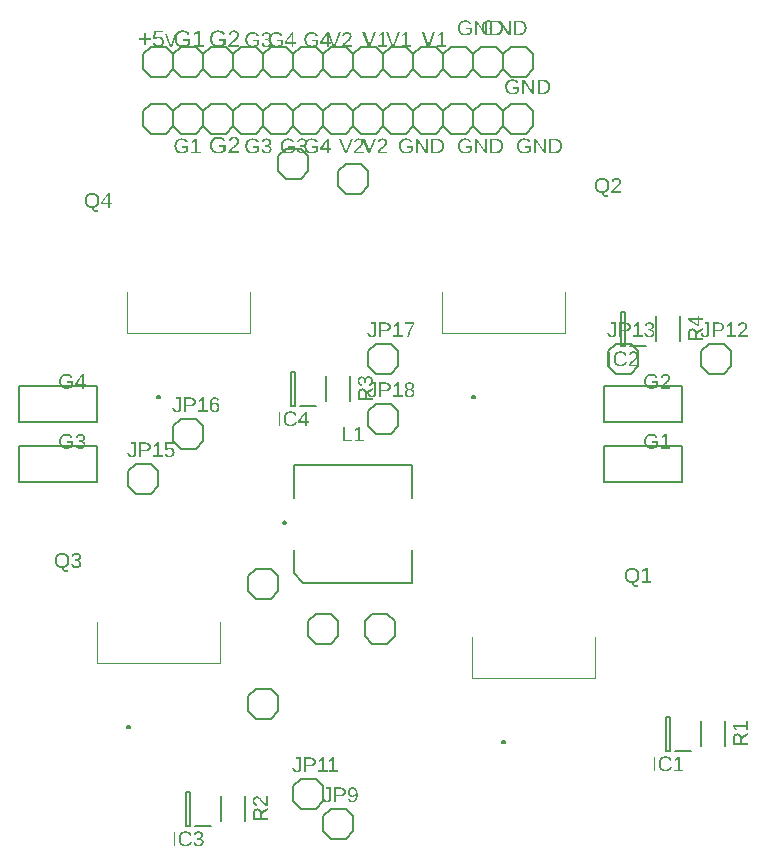
<source format=gbr>
G04 EAGLE Gerber RS-274X export*
G75*
%MOMM*%
%FSLAX34Y34*%
%LPD*%
%INSilkscreen Top*%
%IPPOS*%
%AMOC8*
5,1,8,0,0,1.08239X$1,22.5*%
G01*
G04 Define Apertures*
%ADD10C,0.200000*%
%ADD11C,0.152400*%
%ADD12C,0.127000*%
%ADD13C,0.100000*%
G36*
X127176Y809804D02*
X126704Y809817D01*
X126256Y809857D01*
X125831Y809922D01*
X125429Y810015D01*
X125051Y810133D01*
X124696Y810278D01*
X124364Y810450D01*
X124056Y810648D01*
X123773Y810870D01*
X123517Y811117D01*
X123288Y811387D01*
X123087Y811680D01*
X122913Y811997D01*
X122766Y812338D01*
X122647Y812703D01*
X122555Y813091D01*
X124340Y813297D01*
X124417Y813048D01*
X124507Y812816D01*
X124612Y812600D01*
X124730Y812400D01*
X124861Y812215D01*
X125007Y812047D01*
X125166Y811895D01*
X125339Y811759D01*
X125525Y811639D01*
X125725Y811534D01*
X125939Y811446D01*
X126167Y811374D01*
X126408Y811318D01*
X126664Y811278D01*
X126932Y811254D01*
X127215Y811246D01*
X127561Y811259D01*
X127888Y811300D01*
X128195Y811367D01*
X128483Y811461D01*
X128752Y811581D01*
X129001Y811729D01*
X129231Y811903D01*
X129442Y812105D01*
X129631Y812329D01*
X129794Y812574D01*
X129932Y812839D01*
X130046Y813124D01*
X130134Y813429D01*
X130196Y813754D01*
X130234Y814099D01*
X130247Y814464D01*
X130234Y814783D01*
X130196Y815085D01*
X130133Y815373D01*
X130044Y815644D01*
X129930Y815900D01*
X129791Y816140D01*
X129627Y816365D01*
X129437Y816574D01*
X129226Y816762D01*
X128997Y816926D01*
X128751Y817064D01*
X128487Y817177D01*
X128205Y817265D01*
X127906Y817328D01*
X127589Y817366D01*
X127254Y817378D01*
X126902Y817364D01*
X126562Y817322D01*
X126235Y817251D01*
X125920Y817153D01*
X125611Y817020D01*
X125302Y816848D01*
X124993Y816637D01*
X124684Y816387D01*
X122957Y816387D01*
X123418Y823824D01*
X131277Y823824D01*
X131277Y822323D01*
X125027Y822323D01*
X124762Y817937D01*
X125058Y818144D01*
X125371Y818324D01*
X125702Y818476D01*
X126050Y818600D01*
X126415Y818696D01*
X126799Y818765D01*
X127199Y818807D01*
X127617Y818820D01*
X128114Y818802D01*
X128586Y818746D01*
X129031Y818652D01*
X129451Y818521D01*
X129844Y818353D01*
X130212Y818147D01*
X130554Y817904D01*
X130870Y817623D01*
X131154Y817313D01*
X131400Y816980D01*
X131608Y816624D01*
X131778Y816245D01*
X131911Y815844D01*
X132006Y815420D01*
X132062Y814973D01*
X132081Y814503D01*
X132061Y813971D01*
X132000Y813468D01*
X131899Y812994D01*
X131756Y812549D01*
X131574Y812133D01*
X131350Y811746D01*
X131086Y811388D01*
X130781Y811060D01*
X130441Y810765D01*
X130069Y810510D01*
X129665Y810294D01*
X129230Y810118D01*
X128764Y809980D01*
X128266Y809882D01*
X127736Y809823D01*
X127176Y809804D01*
G37*
G36*
X138952Y810000D02*
X136862Y810000D01*
X133006Y820616D01*
X134890Y820616D01*
X137225Y813709D01*
X137902Y811383D01*
X138245Y812531D01*
X138628Y813689D01*
X141042Y820616D01*
X142916Y820616D01*
X138952Y810000D01*
G37*
G36*
X116583Y811766D02*
X115141Y811766D01*
X115141Y815965D01*
X110981Y815965D01*
X110981Y817398D01*
X115141Y817398D01*
X115141Y821597D01*
X116583Y821597D01*
X116583Y817398D01*
X120743Y817398D01*
X120743Y815965D01*
X116583Y815965D01*
X116583Y811766D01*
G37*
G36*
X147977Y809804D02*
X147444Y809817D01*
X146930Y809858D01*
X146435Y809925D01*
X145958Y810020D01*
X145500Y810141D01*
X145061Y810289D01*
X144640Y810465D01*
X144239Y810667D01*
X143858Y810895D01*
X143500Y811146D01*
X143165Y811422D01*
X142854Y811721D01*
X142566Y812043D01*
X142300Y812390D01*
X142058Y812760D01*
X141840Y813154D01*
X141645Y813569D01*
X141477Y814002D01*
X141334Y814453D01*
X141218Y814922D01*
X141127Y815408D01*
X141062Y815913D01*
X141024Y816435D01*
X141011Y816976D01*
X141018Y817391D01*
X141039Y817793D01*
X141074Y818184D01*
X141123Y818564D01*
X141187Y818931D01*
X141264Y819286D01*
X141356Y819629D01*
X141462Y819961D01*
X141582Y820281D01*
X141716Y820588D01*
X141864Y820884D01*
X142026Y821168D01*
X142202Y821441D01*
X142393Y821701D01*
X142597Y821949D01*
X142816Y822186D01*
X143047Y822409D01*
X143290Y822618D01*
X143544Y822813D01*
X143810Y822993D01*
X144087Y823158D01*
X144375Y823310D01*
X144675Y823447D01*
X144987Y823569D01*
X145309Y823677D01*
X145644Y823771D01*
X145989Y823850D01*
X146346Y823915D01*
X146715Y823965D01*
X147094Y824001D01*
X147486Y824023D01*
X147888Y824030D01*
X148449Y824018D01*
X148982Y823982D01*
X149489Y823921D01*
X149968Y823837D01*
X150421Y823728D01*
X150847Y823594D01*
X151245Y823437D01*
X151617Y823255D01*
X151965Y823047D01*
X152292Y822809D01*
X152599Y822543D01*
X152885Y822247D01*
X153150Y821922D01*
X153396Y821568D01*
X153620Y821185D01*
X153824Y820773D01*
X152039Y820243D01*
X151884Y820527D01*
X151716Y820792D01*
X151534Y821036D01*
X151338Y821261D01*
X151128Y821466D01*
X150904Y821650D01*
X150667Y821815D01*
X150415Y821960D01*
X150148Y822087D01*
X149866Y822196D01*
X149567Y822289D01*
X149253Y822365D01*
X148924Y822424D01*
X148578Y822466D01*
X148217Y822491D01*
X147839Y822500D01*
X147258Y822477D01*
X146713Y822409D01*
X146202Y822296D01*
X145727Y822138D01*
X145288Y821934D01*
X144883Y821686D01*
X144514Y821392D01*
X144180Y821053D01*
X143883Y820672D01*
X143626Y820255D01*
X143408Y819801D01*
X143230Y819310D01*
X143092Y818782D01*
X142993Y818217D01*
X142934Y817615D01*
X142914Y816976D01*
X142935Y816338D01*
X142998Y815735D01*
X143103Y815166D01*
X143250Y814632D01*
X143439Y814133D01*
X143670Y813667D01*
X143943Y813237D01*
X144258Y812840D01*
X144610Y812485D01*
X144995Y812177D01*
X145411Y811917D01*
X145860Y811704D01*
X146341Y811538D01*
X146854Y811419D01*
X147399Y811348D01*
X147977Y811325D01*
X148312Y811331D01*
X148642Y811350D01*
X148967Y811382D01*
X149285Y811428D01*
X149906Y811556D01*
X150503Y811737D01*
X151061Y811961D01*
X151564Y812222D01*
X152011Y812520D01*
X152402Y812855D01*
X152402Y815347D01*
X148271Y815347D01*
X148271Y816917D01*
X154128Y816917D01*
X154128Y812149D01*
X153846Y811877D01*
X153548Y811621D01*
X153235Y811381D01*
X152906Y811157D01*
X152561Y810948D01*
X152201Y810755D01*
X151826Y810578D01*
X151435Y810417D01*
X151032Y810273D01*
X150621Y810149D01*
X150201Y810043D01*
X149773Y809957D01*
X149337Y809890D01*
X148892Y809842D01*
X148438Y809813D01*
X147977Y809804D01*
G37*
G36*
X165819Y810000D02*
X157156Y810000D01*
X157156Y811501D01*
X160678Y811501D01*
X160678Y822137D01*
X157558Y819910D01*
X157558Y821577D01*
X160825Y823824D01*
X162454Y823824D01*
X162454Y811501D01*
X165819Y811501D01*
X165819Y810000D01*
G37*
G36*
X177977Y809804D02*
X177444Y809817D01*
X176930Y809858D01*
X176435Y809925D01*
X175958Y810020D01*
X175500Y810141D01*
X175061Y810289D01*
X174640Y810465D01*
X174239Y810667D01*
X173858Y810895D01*
X173500Y811146D01*
X173165Y811422D01*
X172854Y811721D01*
X172566Y812043D01*
X172300Y812390D01*
X172058Y812760D01*
X171840Y813154D01*
X171645Y813569D01*
X171477Y814002D01*
X171334Y814453D01*
X171218Y814922D01*
X171127Y815408D01*
X171062Y815913D01*
X171024Y816435D01*
X171011Y816976D01*
X171018Y817391D01*
X171039Y817793D01*
X171074Y818184D01*
X171123Y818564D01*
X171187Y818931D01*
X171264Y819286D01*
X171356Y819629D01*
X171462Y819961D01*
X171582Y820281D01*
X171716Y820588D01*
X171864Y820884D01*
X172026Y821168D01*
X172202Y821441D01*
X172393Y821701D01*
X172597Y821949D01*
X172816Y822186D01*
X173047Y822409D01*
X173290Y822618D01*
X173544Y822813D01*
X173810Y822993D01*
X174087Y823158D01*
X174375Y823310D01*
X174675Y823447D01*
X174987Y823569D01*
X175309Y823677D01*
X175644Y823771D01*
X175989Y823850D01*
X176346Y823915D01*
X176715Y823965D01*
X177094Y824001D01*
X177486Y824023D01*
X177888Y824030D01*
X178449Y824018D01*
X178982Y823982D01*
X179489Y823921D01*
X179968Y823837D01*
X180421Y823728D01*
X180847Y823594D01*
X181245Y823437D01*
X181617Y823255D01*
X181965Y823047D01*
X182292Y822809D01*
X182599Y822543D01*
X182885Y822247D01*
X183150Y821922D01*
X183396Y821568D01*
X183620Y821185D01*
X183824Y820773D01*
X182039Y820243D01*
X181884Y820527D01*
X181716Y820792D01*
X181534Y821036D01*
X181338Y821261D01*
X181128Y821466D01*
X180904Y821650D01*
X180667Y821815D01*
X180415Y821960D01*
X180148Y822087D01*
X179866Y822196D01*
X179567Y822289D01*
X179253Y822365D01*
X178924Y822424D01*
X178578Y822466D01*
X178217Y822491D01*
X177839Y822500D01*
X177258Y822477D01*
X176713Y822409D01*
X176202Y822296D01*
X175727Y822138D01*
X175288Y821934D01*
X174883Y821686D01*
X174514Y821392D01*
X174180Y821053D01*
X173883Y820672D01*
X173626Y820255D01*
X173408Y819801D01*
X173230Y819310D01*
X173092Y818782D01*
X172993Y818217D01*
X172934Y817615D01*
X172914Y816976D01*
X172935Y816338D01*
X172998Y815735D01*
X173103Y815166D01*
X173250Y814632D01*
X173439Y814133D01*
X173670Y813667D01*
X173943Y813237D01*
X174258Y812840D01*
X174610Y812485D01*
X174995Y812177D01*
X175411Y811917D01*
X175860Y811704D01*
X176341Y811538D01*
X176854Y811419D01*
X177399Y811348D01*
X177977Y811325D01*
X178312Y811331D01*
X178642Y811350D01*
X178967Y811382D01*
X179285Y811428D01*
X179906Y811556D01*
X180503Y811737D01*
X181061Y811961D01*
X181564Y812222D01*
X182011Y812520D01*
X182402Y812855D01*
X182402Y815347D01*
X178271Y815347D01*
X178271Y816917D01*
X184128Y816917D01*
X184128Y812149D01*
X183846Y811877D01*
X183548Y811621D01*
X183235Y811381D01*
X182906Y811157D01*
X182561Y810948D01*
X182201Y810755D01*
X181826Y810578D01*
X181435Y810417D01*
X181032Y810273D01*
X180621Y810149D01*
X180201Y810043D01*
X179773Y809957D01*
X179337Y809890D01*
X178892Y809842D01*
X178438Y809813D01*
X177977Y809804D01*
G37*
G36*
X195790Y810000D02*
X186636Y810000D01*
X186636Y811246D01*
X186900Y811803D01*
X187191Y812327D01*
X187510Y812816D01*
X187857Y813272D01*
X188222Y813701D01*
X188597Y814109D01*
X188980Y814495D01*
X189373Y814862D01*
X190164Y815547D01*
X190948Y816181D01*
X191690Y816789D01*
X192356Y817398D01*
X192655Y817706D01*
X192923Y818021D01*
X193162Y818343D01*
X193371Y818673D01*
X193541Y819018D01*
X193662Y819385D01*
X193734Y819773D01*
X193753Y819976D01*
X193759Y820184D01*
X193748Y820461D01*
X193717Y820721D01*
X193665Y820966D01*
X193592Y821195D01*
X193498Y821408D01*
X193383Y821604D01*
X193248Y821785D01*
X193091Y821950D01*
X192917Y822097D01*
X192725Y822225D01*
X192518Y822333D01*
X192294Y822421D01*
X192054Y822490D01*
X191798Y822539D01*
X191526Y822568D01*
X191237Y822578D01*
X190961Y822569D01*
X190698Y822540D01*
X190447Y822492D01*
X190208Y822425D01*
X189982Y822339D01*
X189768Y822233D01*
X189567Y822109D01*
X189378Y821965D01*
X189205Y821804D01*
X189050Y821627D01*
X188915Y821435D01*
X188798Y821228D01*
X188700Y821005D01*
X188621Y820766D01*
X188561Y820513D01*
X188519Y820243D01*
X186714Y820410D01*
X186779Y820814D01*
X186876Y821197D01*
X187004Y821558D01*
X187164Y821899D01*
X187356Y822218D01*
X187580Y822516D01*
X187835Y822793D01*
X188122Y823049D01*
X188436Y823279D01*
X188771Y823478D01*
X189128Y823647D01*
X189507Y823785D01*
X189907Y823892D01*
X190329Y823969D01*
X190772Y824015D01*
X191237Y824030D01*
X191744Y824015D01*
X192222Y823969D01*
X192669Y823892D01*
X193085Y823784D01*
X193472Y823645D01*
X193828Y823476D01*
X194154Y823275D01*
X194450Y823044D01*
X194714Y822785D01*
X194942Y822499D01*
X195135Y822188D01*
X195293Y821851D01*
X195416Y821488D01*
X195504Y821099D01*
X195556Y820684D01*
X195574Y820243D01*
X195551Y819841D01*
X195482Y819441D01*
X195367Y819042D01*
X195206Y818644D01*
X194999Y818246D01*
X194748Y817849D01*
X194453Y817452D01*
X194112Y817054D01*
X193666Y816602D01*
X193055Y816041D01*
X192278Y815371D01*
X191335Y814592D01*
X190800Y814142D01*
X190322Y813715D01*
X189902Y813310D01*
X189540Y812929D01*
X189229Y812562D01*
X188966Y812201D01*
X188749Y811848D01*
X188578Y811501D01*
X195790Y811501D01*
X195790Y810000D01*
G37*
G36*
X177977Y719804D02*
X177444Y719817D01*
X176930Y719858D01*
X176435Y719925D01*
X175958Y720020D01*
X175500Y720141D01*
X175061Y720289D01*
X174640Y720465D01*
X174239Y720667D01*
X173858Y720895D01*
X173500Y721146D01*
X173165Y721422D01*
X172854Y721721D01*
X172566Y722043D01*
X172300Y722390D01*
X172058Y722760D01*
X171840Y723154D01*
X171645Y723569D01*
X171477Y724002D01*
X171334Y724453D01*
X171218Y724922D01*
X171127Y725408D01*
X171062Y725913D01*
X171024Y726435D01*
X171011Y726976D01*
X171018Y727391D01*
X171039Y727793D01*
X171074Y728184D01*
X171123Y728564D01*
X171187Y728931D01*
X171264Y729286D01*
X171356Y729629D01*
X171462Y729961D01*
X171582Y730281D01*
X171716Y730588D01*
X171864Y730884D01*
X172026Y731168D01*
X172202Y731441D01*
X172393Y731701D01*
X172597Y731949D01*
X172816Y732186D01*
X173047Y732409D01*
X173290Y732618D01*
X173544Y732813D01*
X173810Y732993D01*
X174087Y733158D01*
X174375Y733310D01*
X174675Y733447D01*
X174987Y733569D01*
X175309Y733677D01*
X175644Y733771D01*
X175989Y733850D01*
X176346Y733915D01*
X176715Y733965D01*
X177094Y734001D01*
X177486Y734023D01*
X177888Y734030D01*
X178449Y734018D01*
X178982Y733982D01*
X179489Y733921D01*
X179968Y733837D01*
X180421Y733728D01*
X180847Y733594D01*
X181245Y733437D01*
X181617Y733255D01*
X181965Y733047D01*
X182292Y732809D01*
X182599Y732543D01*
X182885Y732247D01*
X183150Y731922D01*
X183396Y731568D01*
X183620Y731185D01*
X183824Y730773D01*
X182039Y730243D01*
X181884Y730527D01*
X181716Y730792D01*
X181534Y731036D01*
X181338Y731261D01*
X181128Y731466D01*
X180904Y731650D01*
X180667Y731815D01*
X180415Y731960D01*
X180148Y732087D01*
X179866Y732196D01*
X179567Y732289D01*
X179253Y732365D01*
X178924Y732424D01*
X178578Y732466D01*
X178217Y732491D01*
X177839Y732500D01*
X177258Y732477D01*
X176713Y732409D01*
X176202Y732296D01*
X175727Y732138D01*
X175288Y731934D01*
X174883Y731686D01*
X174514Y731392D01*
X174180Y731053D01*
X173883Y730672D01*
X173626Y730255D01*
X173408Y729801D01*
X173230Y729310D01*
X173092Y728782D01*
X172993Y728217D01*
X172934Y727615D01*
X172914Y726976D01*
X172935Y726338D01*
X172998Y725735D01*
X173103Y725166D01*
X173250Y724632D01*
X173439Y724133D01*
X173670Y723667D01*
X173943Y723237D01*
X174258Y722840D01*
X174610Y722485D01*
X174995Y722177D01*
X175411Y721917D01*
X175860Y721704D01*
X176341Y721538D01*
X176854Y721419D01*
X177399Y721348D01*
X177977Y721325D01*
X178312Y721331D01*
X178642Y721350D01*
X178967Y721382D01*
X179285Y721428D01*
X179906Y721556D01*
X180503Y721737D01*
X181061Y721961D01*
X181564Y722222D01*
X182011Y722520D01*
X182402Y722855D01*
X182402Y725347D01*
X178271Y725347D01*
X178271Y726917D01*
X184128Y726917D01*
X184128Y722149D01*
X183846Y721877D01*
X183548Y721621D01*
X183235Y721381D01*
X182906Y721157D01*
X182561Y720948D01*
X182201Y720755D01*
X181826Y720578D01*
X181435Y720417D01*
X181032Y720273D01*
X180621Y720149D01*
X180201Y720043D01*
X179773Y719957D01*
X179337Y719890D01*
X178892Y719842D01*
X178438Y719813D01*
X177977Y719804D01*
G37*
G36*
X195790Y720000D02*
X186636Y720000D01*
X186636Y721246D01*
X186900Y721803D01*
X187191Y722327D01*
X187510Y722816D01*
X187857Y723272D01*
X188222Y723701D01*
X188597Y724109D01*
X188980Y724495D01*
X189373Y724862D01*
X190164Y725547D01*
X190948Y726181D01*
X191690Y726789D01*
X192356Y727398D01*
X192655Y727706D01*
X192923Y728021D01*
X193162Y728343D01*
X193371Y728673D01*
X193541Y729018D01*
X193662Y729385D01*
X193734Y729773D01*
X193753Y729976D01*
X193759Y730184D01*
X193748Y730461D01*
X193717Y730721D01*
X193665Y730966D01*
X193592Y731195D01*
X193498Y731408D01*
X193383Y731604D01*
X193248Y731785D01*
X193091Y731950D01*
X192917Y732097D01*
X192725Y732225D01*
X192518Y732333D01*
X192294Y732421D01*
X192054Y732490D01*
X191798Y732539D01*
X191526Y732568D01*
X191237Y732578D01*
X190961Y732569D01*
X190698Y732540D01*
X190447Y732492D01*
X190208Y732425D01*
X189982Y732339D01*
X189768Y732233D01*
X189567Y732109D01*
X189378Y731965D01*
X189205Y731804D01*
X189050Y731627D01*
X188915Y731435D01*
X188798Y731228D01*
X188700Y731005D01*
X188621Y730766D01*
X188561Y730513D01*
X188519Y730243D01*
X186714Y730410D01*
X186779Y730814D01*
X186876Y731197D01*
X187004Y731558D01*
X187164Y731899D01*
X187356Y732218D01*
X187580Y732516D01*
X187835Y732793D01*
X188122Y733049D01*
X188436Y733279D01*
X188771Y733478D01*
X189128Y733647D01*
X189507Y733785D01*
X189907Y733892D01*
X190329Y733969D01*
X190772Y734015D01*
X191237Y734030D01*
X191744Y734015D01*
X192222Y733969D01*
X192669Y733892D01*
X193085Y733784D01*
X193472Y733645D01*
X193828Y733476D01*
X194154Y733275D01*
X194450Y733044D01*
X194714Y732785D01*
X194942Y732499D01*
X195135Y732188D01*
X195293Y731851D01*
X195416Y731488D01*
X195504Y731099D01*
X195556Y730684D01*
X195574Y730243D01*
X195551Y729841D01*
X195482Y729441D01*
X195367Y729042D01*
X195206Y728644D01*
X194999Y728246D01*
X194748Y727849D01*
X194453Y727452D01*
X194112Y727054D01*
X193666Y726602D01*
X193055Y726041D01*
X192278Y725371D01*
X191335Y724592D01*
X190800Y724142D01*
X190322Y723715D01*
X189902Y723310D01*
X189540Y722929D01*
X189229Y722562D01*
X188966Y722201D01*
X188749Y721848D01*
X188578Y721501D01*
X195790Y721501D01*
X195790Y720000D01*
G37*
G36*
X207121Y809825D02*
X206645Y809837D01*
X206186Y809873D01*
X205744Y809933D01*
X205319Y810018D01*
X204910Y810126D01*
X204518Y810258D01*
X204142Y810415D01*
X203784Y810596D01*
X203444Y810799D01*
X203124Y811023D01*
X202826Y811269D01*
X202548Y811536D01*
X202290Y811824D01*
X202054Y812134D01*
X201838Y812464D01*
X201642Y812816D01*
X201469Y813186D01*
X201318Y813573D01*
X201191Y813975D01*
X201087Y814394D01*
X201006Y814828D01*
X200948Y815278D01*
X200914Y815745D01*
X200902Y816227D01*
X200908Y816598D01*
X200927Y816957D01*
X200959Y817306D01*
X201003Y817645D01*
X201060Y817972D01*
X201129Y818290D01*
X201211Y818596D01*
X201305Y818892D01*
X201412Y819177D01*
X201532Y819452D01*
X201664Y819716D01*
X201809Y819970D01*
X201966Y820213D01*
X202136Y820445D01*
X202514Y820878D01*
X202937Y821264D01*
X203164Y821438D01*
X203401Y821599D01*
X203648Y821746D01*
X203906Y821882D01*
X204174Y822004D01*
X204452Y822113D01*
X204740Y822210D01*
X205038Y822293D01*
X205346Y822364D01*
X205665Y822422D01*
X205994Y822467D01*
X206333Y822499D01*
X206682Y822518D01*
X207042Y822525D01*
X207542Y822514D01*
X208018Y822481D01*
X208471Y822427D01*
X208899Y822352D01*
X209303Y822254D01*
X209683Y822136D01*
X210038Y821995D01*
X210370Y821833D01*
X210681Y821647D01*
X210973Y821435D01*
X211247Y821197D01*
X211502Y820933D01*
X211739Y820643D01*
X211958Y820327D01*
X212159Y819985D01*
X212341Y819617D01*
X210747Y819144D01*
X210609Y819398D01*
X210459Y819634D01*
X210297Y819852D01*
X210122Y820053D01*
X209934Y820235D01*
X209734Y820400D01*
X209522Y820547D01*
X209297Y820677D01*
X209059Y820790D01*
X208807Y820887D01*
X208541Y820970D01*
X208260Y821038D01*
X207966Y821091D01*
X207657Y821128D01*
X207335Y821151D01*
X206998Y821158D01*
X206480Y821138D01*
X205992Y821078D01*
X205537Y820977D01*
X205113Y820835D01*
X204720Y820654D01*
X204359Y820432D01*
X204029Y820169D01*
X203731Y819867D01*
X203466Y819527D01*
X203237Y819155D01*
X203043Y818749D01*
X202884Y818311D01*
X202760Y817839D01*
X202672Y817335D01*
X202619Y816798D01*
X202601Y816227D01*
X202620Y815658D01*
X202676Y815120D01*
X202770Y814612D01*
X202901Y814135D01*
X203070Y813689D01*
X203276Y813274D01*
X203520Y812889D01*
X203801Y812536D01*
X204116Y812218D01*
X204459Y811944D01*
X204830Y811711D01*
X205231Y811521D01*
X205660Y811373D01*
X206118Y811267D01*
X206605Y811204D01*
X207121Y811182D01*
X207715Y811205D01*
X208289Y811274D01*
X208843Y811389D01*
X209376Y811550D01*
X209874Y811751D01*
X210323Y811984D01*
X210722Y812250D01*
X211071Y812549D01*
X211071Y814773D01*
X207383Y814773D01*
X207383Y816175D01*
X212612Y816175D01*
X212612Y811918D01*
X212360Y811676D01*
X212094Y811447D01*
X211814Y811233D01*
X211521Y811032D01*
X211213Y810846D01*
X210892Y810674D01*
X210557Y810516D01*
X210208Y810372D01*
X209849Y810244D01*
X209481Y810133D01*
X209107Y810039D01*
X208725Y809962D01*
X208335Y809902D01*
X207938Y809859D01*
X207533Y809833D01*
X207121Y809825D01*
G37*
G36*
X218939Y809825D02*
X218482Y809838D01*
X218049Y809878D01*
X217639Y809944D01*
X217254Y810036D01*
X216892Y810155D01*
X216553Y810300D01*
X216239Y810472D01*
X215948Y810670D01*
X215683Y810894D01*
X215446Y811143D01*
X215238Y811418D01*
X215057Y811718D01*
X214906Y812043D01*
X214782Y812394D01*
X214687Y812769D01*
X214621Y813171D01*
X216250Y813319D01*
X216297Y813054D01*
X216361Y812806D01*
X216440Y812575D01*
X216536Y812362D01*
X216648Y812165D01*
X216776Y811985D01*
X216920Y811823D01*
X217080Y811677D01*
X217256Y811549D01*
X217448Y811438D01*
X217656Y811344D01*
X217880Y811267D01*
X218121Y811207D01*
X218377Y811164D01*
X218650Y811138D01*
X218939Y811130D01*
X219228Y811139D01*
X219502Y811167D01*
X219760Y811212D01*
X220002Y811277D01*
X220227Y811359D01*
X220437Y811460D01*
X220631Y811579D01*
X220809Y811717D01*
X220968Y811872D01*
X221106Y812046D01*
X221222Y812237D01*
X221318Y812446D01*
X221392Y812673D01*
X221445Y812917D01*
X221477Y813179D01*
X221487Y813460D01*
X221475Y813705D01*
X221439Y813936D01*
X221378Y814153D01*
X221294Y814356D01*
X221185Y814546D01*
X221051Y814722D01*
X220894Y814884D01*
X220712Y815032D01*
X220508Y815164D01*
X220282Y815279D01*
X220034Y815376D01*
X219765Y815455D01*
X219475Y815517D01*
X219163Y815561D01*
X218829Y815588D01*
X218474Y815597D01*
X217581Y815597D01*
X217581Y816963D01*
X218439Y816963D01*
X218754Y816972D01*
X219051Y816998D01*
X219330Y817042D01*
X219590Y817104D01*
X219832Y817184D01*
X220056Y817281D01*
X220262Y817396D01*
X220449Y817528D01*
X220617Y817676D01*
X220762Y817838D01*
X220884Y818013D01*
X220985Y818201D01*
X221063Y818403D01*
X221119Y818619D01*
X221152Y818849D01*
X221163Y819091D01*
X221154Y819332D01*
X221127Y819560D01*
X221081Y819775D01*
X221018Y819977D01*
X220936Y820166D01*
X220836Y820342D01*
X220717Y820505D01*
X220581Y820655D01*
X220426Y820789D01*
X220254Y820906D01*
X220065Y821004D01*
X219857Y821085D01*
X219632Y821148D01*
X219389Y821193D01*
X219129Y821219D01*
X218851Y821228D01*
X218597Y821220D01*
X218355Y821195D01*
X218125Y821153D01*
X217908Y821095D01*
X217704Y821020D01*
X217512Y820928D01*
X217332Y820819D01*
X217165Y820694D01*
X217013Y820554D01*
X216877Y820400D01*
X216758Y820232D01*
X216656Y820050D01*
X216571Y819855D01*
X216502Y819646D01*
X216451Y819424D01*
X216416Y819188D01*
X214831Y819310D01*
X214889Y819679D01*
X214975Y820026D01*
X215090Y820353D01*
X215233Y820659D01*
X215404Y820944D01*
X215604Y821209D01*
X215831Y821452D01*
X216088Y821675D01*
X216368Y821874D01*
X216667Y822047D01*
X216986Y822193D01*
X217324Y822312D01*
X217681Y822405D01*
X218058Y822472D01*
X218453Y822511D01*
X218869Y822525D01*
X219320Y822511D01*
X219745Y822471D01*
X220145Y822403D01*
X220518Y822309D01*
X220866Y822188D01*
X221188Y822039D01*
X221484Y821864D01*
X221755Y821662D01*
X221996Y821436D01*
X222205Y821188D01*
X222382Y820920D01*
X222526Y820630D01*
X222639Y820318D01*
X222719Y819986D01*
X222768Y819633D01*
X222784Y819258D01*
X222773Y818969D01*
X222742Y818694D01*
X222691Y818433D01*
X222618Y818186D01*
X222525Y817953D01*
X222412Y817733D01*
X222277Y817527D01*
X222122Y817335D01*
X221948Y817158D01*
X221754Y816995D01*
X221542Y816847D01*
X221311Y816715D01*
X221061Y816597D01*
X220793Y816494D01*
X220506Y816406D01*
X220200Y816332D01*
X220200Y816297D01*
X220536Y816250D01*
X220853Y816184D01*
X221152Y816097D01*
X221430Y815991D01*
X221690Y815865D01*
X221931Y815719D01*
X222152Y815554D01*
X222354Y815369D01*
X222535Y815168D01*
X222692Y814954D01*
X222824Y814728D01*
X222933Y814489D01*
X223017Y814237D01*
X223077Y813973D01*
X223113Y813696D01*
X223125Y813407D01*
X223108Y812992D01*
X223057Y812601D01*
X222972Y812235D01*
X222854Y811892D01*
X222701Y811573D01*
X222514Y811279D01*
X222294Y811008D01*
X222039Y810762D01*
X221753Y810542D01*
X221438Y810352D01*
X221094Y810191D01*
X220721Y810059D01*
X220319Y809957D01*
X219888Y809883D01*
X219428Y809840D01*
X218939Y809825D01*
G37*
G36*
X207121Y719825D02*
X206645Y719837D01*
X206186Y719873D01*
X205744Y719933D01*
X205319Y720018D01*
X204910Y720126D01*
X204518Y720258D01*
X204142Y720415D01*
X203784Y720596D01*
X203444Y720799D01*
X203124Y721023D01*
X202826Y721269D01*
X202548Y721536D01*
X202290Y721824D01*
X202054Y722134D01*
X201838Y722464D01*
X201642Y722816D01*
X201469Y723186D01*
X201318Y723573D01*
X201191Y723975D01*
X201087Y724394D01*
X201006Y724828D01*
X200948Y725278D01*
X200914Y725745D01*
X200902Y726227D01*
X200908Y726598D01*
X200927Y726957D01*
X200959Y727306D01*
X201003Y727645D01*
X201060Y727972D01*
X201129Y728290D01*
X201211Y728596D01*
X201305Y728892D01*
X201412Y729177D01*
X201532Y729452D01*
X201664Y729716D01*
X201809Y729970D01*
X201966Y730213D01*
X202136Y730445D01*
X202514Y730878D01*
X202937Y731264D01*
X203164Y731438D01*
X203401Y731599D01*
X203648Y731746D01*
X203906Y731882D01*
X204174Y732004D01*
X204452Y732113D01*
X204740Y732210D01*
X205038Y732293D01*
X205346Y732364D01*
X205665Y732422D01*
X205994Y732467D01*
X206333Y732499D01*
X206682Y732518D01*
X207042Y732525D01*
X207542Y732514D01*
X208018Y732481D01*
X208471Y732427D01*
X208899Y732352D01*
X209303Y732254D01*
X209683Y732136D01*
X210038Y731995D01*
X210370Y731833D01*
X210681Y731647D01*
X210973Y731435D01*
X211247Y731197D01*
X211502Y730933D01*
X211739Y730643D01*
X211958Y730327D01*
X212159Y729985D01*
X212341Y729617D01*
X210747Y729144D01*
X210609Y729398D01*
X210459Y729634D01*
X210297Y729852D01*
X210122Y730053D01*
X209934Y730235D01*
X209734Y730400D01*
X209522Y730547D01*
X209297Y730677D01*
X209059Y730790D01*
X208807Y730887D01*
X208541Y730970D01*
X208260Y731038D01*
X207966Y731091D01*
X207657Y731128D01*
X207335Y731151D01*
X206998Y731158D01*
X206480Y731138D01*
X205992Y731078D01*
X205537Y730977D01*
X205113Y730835D01*
X204720Y730654D01*
X204359Y730432D01*
X204029Y730169D01*
X203731Y729867D01*
X203466Y729527D01*
X203237Y729155D01*
X203043Y728749D01*
X202884Y728311D01*
X202760Y727839D01*
X202672Y727335D01*
X202619Y726798D01*
X202601Y726227D01*
X202620Y725658D01*
X202676Y725120D01*
X202770Y724612D01*
X202901Y724135D01*
X203070Y723689D01*
X203276Y723274D01*
X203520Y722889D01*
X203801Y722536D01*
X204116Y722218D01*
X204459Y721944D01*
X204830Y721711D01*
X205231Y721521D01*
X205660Y721373D01*
X206118Y721267D01*
X206605Y721204D01*
X207121Y721182D01*
X207715Y721205D01*
X208289Y721274D01*
X208843Y721389D01*
X209376Y721550D01*
X209874Y721751D01*
X210323Y721984D01*
X210722Y722250D01*
X211071Y722549D01*
X211071Y724773D01*
X207383Y724773D01*
X207383Y726175D01*
X212612Y726175D01*
X212612Y721918D01*
X212360Y721676D01*
X212094Y721447D01*
X211814Y721233D01*
X211521Y721032D01*
X211213Y720846D01*
X210892Y720674D01*
X210557Y720516D01*
X210208Y720372D01*
X209849Y720244D01*
X209481Y720133D01*
X209107Y720039D01*
X208725Y719962D01*
X208335Y719902D01*
X207938Y719859D01*
X207533Y719833D01*
X207121Y719825D01*
G37*
G36*
X218939Y719825D02*
X218482Y719838D01*
X218049Y719878D01*
X217639Y719944D01*
X217254Y720036D01*
X216892Y720155D01*
X216553Y720300D01*
X216239Y720472D01*
X215948Y720670D01*
X215683Y720894D01*
X215446Y721143D01*
X215238Y721418D01*
X215057Y721718D01*
X214906Y722043D01*
X214782Y722394D01*
X214687Y722769D01*
X214621Y723171D01*
X216250Y723319D01*
X216297Y723054D01*
X216361Y722806D01*
X216440Y722575D01*
X216536Y722362D01*
X216648Y722165D01*
X216776Y721985D01*
X216920Y721823D01*
X217080Y721677D01*
X217256Y721549D01*
X217448Y721438D01*
X217656Y721344D01*
X217880Y721267D01*
X218121Y721207D01*
X218377Y721164D01*
X218650Y721138D01*
X218939Y721130D01*
X219228Y721139D01*
X219502Y721167D01*
X219760Y721212D01*
X220002Y721277D01*
X220227Y721359D01*
X220437Y721460D01*
X220631Y721579D01*
X220809Y721717D01*
X220968Y721872D01*
X221106Y722046D01*
X221222Y722237D01*
X221318Y722446D01*
X221392Y722673D01*
X221445Y722917D01*
X221477Y723179D01*
X221487Y723460D01*
X221475Y723705D01*
X221439Y723936D01*
X221378Y724153D01*
X221294Y724356D01*
X221185Y724546D01*
X221051Y724722D01*
X220894Y724884D01*
X220712Y725032D01*
X220508Y725164D01*
X220282Y725279D01*
X220034Y725376D01*
X219765Y725455D01*
X219475Y725517D01*
X219163Y725561D01*
X218829Y725588D01*
X218474Y725597D01*
X217581Y725597D01*
X217581Y726963D01*
X218439Y726963D01*
X218754Y726972D01*
X219051Y726998D01*
X219330Y727042D01*
X219590Y727104D01*
X219832Y727184D01*
X220056Y727281D01*
X220262Y727396D01*
X220449Y727528D01*
X220617Y727676D01*
X220762Y727838D01*
X220884Y728013D01*
X220985Y728201D01*
X221063Y728403D01*
X221119Y728619D01*
X221152Y728849D01*
X221163Y729091D01*
X221154Y729332D01*
X221127Y729560D01*
X221081Y729775D01*
X221018Y729977D01*
X220936Y730166D01*
X220836Y730342D01*
X220717Y730505D01*
X220581Y730655D01*
X220426Y730789D01*
X220254Y730906D01*
X220065Y731004D01*
X219857Y731085D01*
X219632Y731148D01*
X219389Y731193D01*
X219129Y731219D01*
X218851Y731228D01*
X218597Y731220D01*
X218355Y731195D01*
X218125Y731153D01*
X217908Y731095D01*
X217704Y731020D01*
X217512Y730928D01*
X217332Y730819D01*
X217165Y730694D01*
X217013Y730554D01*
X216877Y730400D01*
X216758Y730232D01*
X216656Y730050D01*
X216571Y729855D01*
X216502Y729646D01*
X216451Y729424D01*
X216416Y729188D01*
X214831Y729310D01*
X214889Y729679D01*
X214975Y730026D01*
X215090Y730353D01*
X215233Y730659D01*
X215404Y730944D01*
X215604Y731209D01*
X215831Y731452D01*
X216088Y731675D01*
X216368Y731874D01*
X216667Y732047D01*
X216986Y732193D01*
X217324Y732312D01*
X217681Y732405D01*
X218058Y732472D01*
X218453Y732511D01*
X218869Y732525D01*
X219320Y732511D01*
X219745Y732471D01*
X220145Y732403D01*
X220518Y732309D01*
X220866Y732188D01*
X221188Y732039D01*
X221484Y731864D01*
X221755Y731662D01*
X221996Y731436D01*
X222205Y731188D01*
X222382Y730920D01*
X222526Y730630D01*
X222639Y730318D01*
X222719Y729986D01*
X222768Y729633D01*
X222784Y729258D01*
X222773Y728969D01*
X222742Y728694D01*
X222691Y728433D01*
X222618Y728186D01*
X222525Y727953D01*
X222412Y727733D01*
X222277Y727527D01*
X222122Y727335D01*
X221948Y727158D01*
X221754Y726995D01*
X221542Y726847D01*
X221311Y726715D01*
X221061Y726597D01*
X220793Y726494D01*
X220506Y726406D01*
X220200Y726332D01*
X220200Y726297D01*
X220536Y726250D01*
X220853Y726184D01*
X221152Y726097D01*
X221430Y725991D01*
X221690Y725865D01*
X221931Y725719D01*
X222152Y725554D01*
X222354Y725369D01*
X222535Y725168D01*
X222692Y724954D01*
X222824Y724728D01*
X222933Y724489D01*
X223017Y724237D01*
X223077Y723973D01*
X223113Y723696D01*
X223125Y723407D01*
X223108Y722992D01*
X223057Y722601D01*
X222972Y722235D01*
X222854Y721892D01*
X222701Y721573D01*
X222514Y721279D01*
X222294Y721008D01*
X222039Y720762D01*
X221753Y720542D01*
X221438Y720352D01*
X221094Y720191D01*
X220721Y720059D01*
X220319Y719957D01*
X219888Y719883D01*
X219428Y719840D01*
X218939Y719825D01*
G37*
G36*
X237121Y719825D02*
X236645Y719837D01*
X236186Y719873D01*
X235744Y719933D01*
X235319Y720018D01*
X234910Y720126D01*
X234518Y720258D01*
X234142Y720415D01*
X233784Y720596D01*
X233444Y720799D01*
X233124Y721023D01*
X232826Y721269D01*
X232548Y721536D01*
X232290Y721824D01*
X232054Y722134D01*
X231838Y722464D01*
X231642Y722816D01*
X231469Y723186D01*
X231318Y723573D01*
X231191Y723975D01*
X231087Y724394D01*
X231006Y724828D01*
X230948Y725278D01*
X230914Y725745D01*
X230902Y726227D01*
X230908Y726598D01*
X230927Y726957D01*
X230959Y727306D01*
X231003Y727645D01*
X231060Y727972D01*
X231129Y728290D01*
X231211Y728596D01*
X231305Y728892D01*
X231412Y729177D01*
X231532Y729452D01*
X231664Y729716D01*
X231809Y729970D01*
X231966Y730213D01*
X232136Y730445D01*
X232514Y730878D01*
X232937Y731264D01*
X233164Y731438D01*
X233401Y731599D01*
X233648Y731746D01*
X233906Y731882D01*
X234174Y732004D01*
X234452Y732113D01*
X234740Y732210D01*
X235038Y732293D01*
X235346Y732364D01*
X235665Y732422D01*
X235994Y732467D01*
X236333Y732499D01*
X236682Y732518D01*
X237042Y732525D01*
X237542Y732514D01*
X238018Y732481D01*
X238471Y732427D01*
X238899Y732352D01*
X239303Y732254D01*
X239683Y732136D01*
X240038Y731995D01*
X240370Y731833D01*
X240681Y731647D01*
X240973Y731435D01*
X241247Y731197D01*
X241502Y730933D01*
X241739Y730643D01*
X241958Y730327D01*
X242159Y729985D01*
X242341Y729617D01*
X240747Y729144D01*
X240609Y729398D01*
X240459Y729634D01*
X240297Y729852D01*
X240122Y730053D01*
X239934Y730235D01*
X239734Y730400D01*
X239522Y730547D01*
X239297Y730677D01*
X239059Y730790D01*
X238807Y730887D01*
X238541Y730970D01*
X238260Y731038D01*
X237966Y731091D01*
X237657Y731128D01*
X237335Y731151D01*
X236998Y731158D01*
X236480Y731138D01*
X235992Y731078D01*
X235537Y730977D01*
X235113Y730835D01*
X234720Y730654D01*
X234359Y730432D01*
X234029Y730169D01*
X233731Y729867D01*
X233466Y729527D01*
X233237Y729155D01*
X233043Y728749D01*
X232884Y728311D01*
X232760Y727839D01*
X232672Y727335D01*
X232619Y726798D01*
X232601Y726227D01*
X232620Y725658D01*
X232676Y725120D01*
X232770Y724612D01*
X232901Y724135D01*
X233070Y723689D01*
X233276Y723274D01*
X233520Y722889D01*
X233801Y722536D01*
X234116Y722218D01*
X234459Y721944D01*
X234830Y721711D01*
X235231Y721521D01*
X235660Y721373D01*
X236118Y721267D01*
X236605Y721204D01*
X237121Y721182D01*
X237715Y721205D01*
X238289Y721274D01*
X238843Y721389D01*
X239376Y721550D01*
X239874Y721751D01*
X240323Y721984D01*
X240722Y722250D01*
X241071Y722549D01*
X241071Y724773D01*
X237383Y724773D01*
X237383Y726175D01*
X242612Y726175D01*
X242612Y721918D01*
X242360Y721676D01*
X242094Y721447D01*
X241814Y721233D01*
X241521Y721032D01*
X241213Y720846D01*
X240892Y720674D01*
X240557Y720516D01*
X240208Y720372D01*
X239849Y720244D01*
X239481Y720133D01*
X239107Y720039D01*
X238725Y719962D01*
X238335Y719902D01*
X237938Y719859D01*
X237533Y719833D01*
X237121Y719825D01*
G37*
G36*
X248939Y719825D02*
X248482Y719838D01*
X248049Y719878D01*
X247639Y719944D01*
X247254Y720036D01*
X246892Y720155D01*
X246553Y720300D01*
X246239Y720472D01*
X245948Y720670D01*
X245683Y720894D01*
X245446Y721143D01*
X245238Y721418D01*
X245057Y721718D01*
X244906Y722043D01*
X244782Y722394D01*
X244687Y722769D01*
X244621Y723171D01*
X246250Y723319D01*
X246297Y723054D01*
X246361Y722806D01*
X246440Y722575D01*
X246536Y722362D01*
X246648Y722165D01*
X246776Y721985D01*
X246920Y721823D01*
X247080Y721677D01*
X247256Y721549D01*
X247448Y721438D01*
X247656Y721344D01*
X247880Y721267D01*
X248121Y721207D01*
X248377Y721164D01*
X248650Y721138D01*
X248939Y721130D01*
X249228Y721139D01*
X249502Y721167D01*
X249760Y721212D01*
X250002Y721277D01*
X250227Y721359D01*
X250437Y721460D01*
X250631Y721579D01*
X250809Y721717D01*
X250968Y721872D01*
X251106Y722046D01*
X251222Y722237D01*
X251318Y722446D01*
X251392Y722673D01*
X251445Y722917D01*
X251477Y723179D01*
X251487Y723460D01*
X251475Y723705D01*
X251439Y723936D01*
X251378Y724153D01*
X251294Y724356D01*
X251185Y724546D01*
X251051Y724722D01*
X250894Y724884D01*
X250712Y725032D01*
X250508Y725164D01*
X250282Y725279D01*
X250034Y725376D01*
X249765Y725455D01*
X249475Y725517D01*
X249163Y725561D01*
X248829Y725588D01*
X248474Y725597D01*
X247581Y725597D01*
X247581Y726963D01*
X248439Y726963D01*
X248754Y726972D01*
X249051Y726998D01*
X249330Y727042D01*
X249590Y727104D01*
X249832Y727184D01*
X250056Y727281D01*
X250262Y727396D01*
X250449Y727528D01*
X250617Y727676D01*
X250762Y727838D01*
X250884Y728013D01*
X250985Y728201D01*
X251063Y728403D01*
X251119Y728619D01*
X251152Y728849D01*
X251163Y729091D01*
X251154Y729332D01*
X251127Y729560D01*
X251081Y729775D01*
X251018Y729977D01*
X250936Y730166D01*
X250836Y730342D01*
X250717Y730505D01*
X250581Y730655D01*
X250426Y730789D01*
X250254Y730906D01*
X250065Y731004D01*
X249857Y731085D01*
X249632Y731148D01*
X249389Y731193D01*
X249129Y731219D01*
X248851Y731228D01*
X248597Y731220D01*
X248355Y731195D01*
X248125Y731153D01*
X247908Y731095D01*
X247704Y731020D01*
X247512Y730928D01*
X247332Y730819D01*
X247165Y730694D01*
X247013Y730554D01*
X246877Y730400D01*
X246758Y730232D01*
X246656Y730050D01*
X246571Y729855D01*
X246502Y729646D01*
X246451Y729424D01*
X246416Y729188D01*
X244831Y729310D01*
X244889Y729679D01*
X244975Y730026D01*
X245090Y730353D01*
X245233Y730659D01*
X245404Y730944D01*
X245604Y731209D01*
X245831Y731452D01*
X246088Y731675D01*
X246368Y731874D01*
X246667Y732047D01*
X246986Y732193D01*
X247324Y732312D01*
X247681Y732405D01*
X248058Y732472D01*
X248453Y732511D01*
X248869Y732525D01*
X249320Y732511D01*
X249745Y732471D01*
X250145Y732403D01*
X250518Y732309D01*
X250866Y732188D01*
X251188Y732039D01*
X251484Y731864D01*
X251755Y731662D01*
X251996Y731436D01*
X252205Y731188D01*
X252382Y730920D01*
X252526Y730630D01*
X252639Y730318D01*
X252719Y729986D01*
X252768Y729633D01*
X252784Y729258D01*
X252773Y728969D01*
X252742Y728694D01*
X252691Y728433D01*
X252618Y728186D01*
X252525Y727953D01*
X252412Y727733D01*
X252277Y727527D01*
X252122Y727335D01*
X251948Y727158D01*
X251754Y726995D01*
X251542Y726847D01*
X251311Y726715D01*
X251061Y726597D01*
X250793Y726494D01*
X250506Y726406D01*
X250200Y726332D01*
X250200Y726297D01*
X250536Y726250D01*
X250853Y726184D01*
X251152Y726097D01*
X251430Y725991D01*
X251690Y725865D01*
X251931Y725719D01*
X252152Y725554D01*
X252354Y725369D01*
X252535Y725168D01*
X252692Y724954D01*
X252824Y724728D01*
X252933Y724489D01*
X253017Y724237D01*
X253077Y723973D01*
X253113Y723696D01*
X253125Y723407D01*
X253108Y722992D01*
X253057Y722601D01*
X252972Y722235D01*
X252854Y721892D01*
X252701Y721573D01*
X252514Y721279D01*
X252294Y721008D01*
X252039Y720762D01*
X251753Y720542D01*
X251438Y720352D01*
X251094Y720191D01*
X250721Y720059D01*
X250319Y719957D01*
X249888Y719883D01*
X249428Y719840D01*
X248939Y719825D01*
G37*
G36*
X227121Y809825D02*
X226645Y809837D01*
X226186Y809873D01*
X225744Y809933D01*
X225319Y810018D01*
X224910Y810126D01*
X224518Y810258D01*
X224142Y810415D01*
X223784Y810596D01*
X223444Y810799D01*
X223124Y811023D01*
X222826Y811269D01*
X222548Y811536D01*
X222290Y811824D01*
X222054Y812134D01*
X221838Y812464D01*
X221642Y812816D01*
X221469Y813186D01*
X221318Y813573D01*
X221191Y813975D01*
X221087Y814394D01*
X221006Y814828D01*
X220948Y815278D01*
X220914Y815745D01*
X220902Y816227D01*
X220908Y816598D01*
X220927Y816957D01*
X220959Y817306D01*
X221003Y817645D01*
X221060Y817972D01*
X221129Y818290D01*
X221211Y818596D01*
X221305Y818892D01*
X221412Y819177D01*
X221532Y819452D01*
X221664Y819716D01*
X221809Y819970D01*
X221966Y820213D01*
X222136Y820445D01*
X222514Y820878D01*
X222937Y821264D01*
X223164Y821438D01*
X223401Y821599D01*
X223648Y821746D01*
X223906Y821882D01*
X224174Y822004D01*
X224452Y822113D01*
X224740Y822210D01*
X225038Y822293D01*
X225346Y822364D01*
X225665Y822422D01*
X225994Y822467D01*
X226333Y822499D01*
X226682Y822518D01*
X227042Y822525D01*
X227542Y822514D01*
X228018Y822481D01*
X228471Y822427D01*
X228899Y822352D01*
X229303Y822254D01*
X229683Y822136D01*
X230038Y821995D01*
X230370Y821833D01*
X230681Y821647D01*
X230973Y821435D01*
X231247Y821197D01*
X231502Y820933D01*
X231739Y820643D01*
X231958Y820327D01*
X232159Y819985D01*
X232341Y819617D01*
X230747Y819144D01*
X230609Y819398D01*
X230459Y819634D01*
X230297Y819852D01*
X230122Y820053D01*
X229934Y820235D01*
X229734Y820400D01*
X229522Y820547D01*
X229297Y820677D01*
X229059Y820790D01*
X228807Y820887D01*
X228541Y820970D01*
X228260Y821038D01*
X227966Y821091D01*
X227657Y821128D01*
X227335Y821151D01*
X226998Y821158D01*
X226480Y821138D01*
X225992Y821078D01*
X225537Y820977D01*
X225113Y820835D01*
X224720Y820654D01*
X224359Y820432D01*
X224029Y820169D01*
X223731Y819867D01*
X223466Y819527D01*
X223237Y819155D01*
X223043Y818749D01*
X222884Y818311D01*
X222760Y817839D01*
X222672Y817335D01*
X222619Y816798D01*
X222601Y816227D01*
X222620Y815658D01*
X222676Y815120D01*
X222770Y814612D01*
X222901Y814135D01*
X223070Y813689D01*
X223276Y813274D01*
X223520Y812889D01*
X223801Y812536D01*
X224116Y812218D01*
X224459Y811944D01*
X224830Y811711D01*
X225231Y811521D01*
X225660Y811373D01*
X226118Y811267D01*
X226605Y811204D01*
X227121Y811182D01*
X227715Y811205D01*
X228289Y811274D01*
X228843Y811389D01*
X229376Y811550D01*
X229874Y811751D01*
X230323Y811984D01*
X230722Y812250D01*
X231071Y812549D01*
X231071Y814773D01*
X227383Y814773D01*
X227383Y816175D01*
X232612Y816175D01*
X232612Y811918D01*
X232360Y811676D01*
X232094Y811447D01*
X231814Y811233D01*
X231521Y811032D01*
X231213Y810846D01*
X230892Y810674D01*
X230557Y810516D01*
X230208Y810372D01*
X229849Y810244D01*
X229481Y810133D01*
X229107Y810039D01*
X228725Y809962D01*
X228335Y809902D01*
X227938Y809859D01*
X227533Y809833D01*
X227121Y809825D01*
G37*
G36*
X241654Y810000D02*
X240165Y810000D01*
X240165Y812794D01*
X234349Y812794D01*
X234349Y814020D01*
X239998Y822341D01*
X241654Y822341D01*
X241654Y814038D01*
X243388Y814038D01*
X243388Y812794D01*
X241654Y812794D01*
X241654Y810000D01*
G37*
%LPC*%
G36*
X240165Y814038D02*
X240165Y820563D01*
X239920Y820099D01*
X239578Y819521D01*
X236416Y814861D01*
X235943Y814213D01*
X235803Y814038D01*
X240165Y814038D01*
G37*
%LPD*%
G36*
X257121Y809825D02*
X256645Y809837D01*
X256186Y809873D01*
X255744Y809933D01*
X255319Y810018D01*
X254910Y810126D01*
X254518Y810258D01*
X254142Y810415D01*
X253784Y810596D01*
X253444Y810799D01*
X253124Y811023D01*
X252826Y811269D01*
X252548Y811536D01*
X252290Y811824D01*
X252054Y812134D01*
X251838Y812464D01*
X251642Y812816D01*
X251469Y813186D01*
X251318Y813573D01*
X251191Y813975D01*
X251087Y814394D01*
X251006Y814828D01*
X250948Y815278D01*
X250914Y815745D01*
X250902Y816227D01*
X250908Y816598D01*
X250927Y816957D01*
X250959Y817306D01*
X251003Y817645D01*
X251060Y817972D01*
X251129Y818290D01*
X251211Y818596D01*
X251305Y818892D01*
X251412Y819177D01*
X251532Y819452D01*
X251664Y819716D01*
X251809Y819970D01*
X251966Y820213D01*
X252136Y820445D01*
X252514Y820878D01*
X252937Y821264D01*
X253164Y821438D01*
X253401Y821599D01*
X253648Y821746D01*
X253906Y821882D01*
X254174Y822004D01*
X254452Y822113D01*
X254740Y822210D01*
X255038Y822293D01*
X255346Y822364D01*
X255665Y822422D01*
X255994Y822467D01*
X256333Y822499D01*
X256682Y822518D01*
X257042Y822525D01*
X257542Y822514D01*
X258018Y822481D01*
X258471Y822427D01*
X258899Y822352D01*
X259303Y822254D01*
X259683Y822136D01*
X260038Y821995D01*
X260370Y821833D01*
X260681Y821647D01*
X260973Y821435D01*
X261247Y821197D01*
X261502Y820933D01*
X261739Y820643D01*
X261958Y820327D01*
X262159Y819985D01*
X262341Y819617D01*
X260747Y819144D01*
X260609Y819398D01*
X260459Y819634D01*
X260297Y819852D01*
X260122Y820053D01*
X259934Y820235D01*
X259734Y820400D01*
X259522Y820547D01*
X259297Y820677D01*
X259059Y820790D01*
X258807Y820887D01*
X258541Y820970D01*
X258260Y821038D01*
X257966Y821091D01*
X257657Y821128D01*
X257335Y821151D01*
X256998Y821158D01*
X256480Y821138D01*
X255992Y821078D01*
X255537Y820977D01*
X255113Y820835D01*
X254720Y820654D01*
X254359Y820432D01*
X254029Y820169D01*
X253731Y819867D01*
X253466Y819527D01*
X253237Y819155D01*
X253043Y818749D01*
X252884Y818311D01*
X252760Y817839D01*
X252672Y817335D01*
X252619Y816798D01*
X252601Y816227D01*
X252620Y815658D01*
X252676Y815120D01*
X252770Y814612D01*
X252901Y814135D01*
X253070Y813689D01*
X253276Y813274D01*
X253520Y812889D01*
X253801Y812536D01*
X254116Y812218D01*
X254459Y811944D01*
X254830Y811711D01*
X255231Y811521D01*
X255660Y811373D01*
X256118Y811267D01*
X256605Y811204D01*
X257121Y811182D01*
X257715Y811205D01*
X258289Y811274D01*
X258843Y811389D01*
X259376Y811550D01*
X259874Y811751D01*
X260323Y811984D01*
X260722Y812250D01*
X261071Y812549D01*
X261071Y814773D01*
X257383Y814773D01*
X257383Y816175D01*
X262612Y816175D01*
X262612Y811918D01*
X262360Y811676D01*
X262094Y811447D01*
X261814Y811233D01*
X261521Y811032D01*
X261213Y810846D01*
X260892Y810674D01*
X260557Y810516D01*
X260208Y810372D01*
X259849Y810244D01*
X259481Y810133D01*
X259107Y810039D01*
X258725Y809962D01*
X258335Y809902D01*
X257938Y809859D01*
X257533Y809833D01*
X257121Y809825D01*
G37*
G36*
X271654Y810000D02*
X270165Y810000D01*
X270165Y812794D01*
X264349Y812794D01*
X264349Y814020D01*
X269998Y822341D01*
X271654Y822341D01*
X271654Y814038D01*
X273388Y814038D01*
X273388Y812794D01*
X271654Y812794D01*
X271654Y810000D01*
G37*
%LPC*%
G36*
X270165Y814038D02*
X270165Y820563D01*
X269920Y820099D01*
X269578Y819521D01*
X266416Y814861D01*
X265943Y814213D01*
X265803Y814038D01*
X270165Y814038D01*
G37*
%LPD*%
G36*
X257121Y719825D02*
X256645Y719837D01*
X256186Y719873D01*
X255744Y719933D01*
X255319Y720018D01*
X254910Y720126D01*
X254518Y720258D01*
X254142Y720415D01*
X253784Y720596D01*
X253444Y720799D01*
X253124Y721023D01*
X252826Y721269D01*
X252548Y721536D01*
X252290Y721824D01*
X252054Y722134D01*
X251838Y722464D01*
X251642Y722816D01*
X251469Y723186D01*
X251318Y723573D01*
X251191Y723975D01*
X251087Y724394D01*
X251006Y724828D01*
X250948Y725278D01*
X250914Y725745D01*
X250902Y726227D01*
X250908Y726598D01*
X250927Y726957D01*
X250959Y727306D01*
X251003Y727645D01*
X251060Y727972D01*
X251129Y728290D01*
X251211Y728596D01*
X251305Y728892D01*
X251412Y729177D01*
X251532Y729452D01*
X251664Y729716D01*
X251809Y729970D01*
X251966Y730213D01*
X252136Y730445D01*
X252514Y730878D01*
X252937Y731264D01*
X253164Y731438D01*
X253401Y731599D01*
X253648Y731746D01*
X253906Y731882D01*
X254174Y732004D01*
X254452Y732113D01*
X254740Y732210D01*
X255038Y732293D01*
X255346Y732364D01*
X255665Y732422D01*
X255994Y732467D01*
X256333Y732499D01*
X256682Y732518D01*
X257042Y732525D01*
X257542Y732514D01*
X258018Y732481D01*
X258471Y732427D01*
X258899Y732352D01*
X259303Y732254D01*
X259683Y732136D01*
X260038Y731995D01*
X260370Y731833D01*
X260681Y731647D01*
X260973Y731435D01*
X261247Y731197D01*
X261502Y730933D01*
X261739Y730643D01*
X261958Y730327D01*
X262159Y729985D01*
X262341Y729617D01*
X260747Y729144D01*
X260609Y729398D01*
X260459Y729634D01*
X260297Y729852D01*
X260122Y730053D01*
X259934Y730235D01*
X259734Y730400D01*
X259522Y730547D01*
X259297Y730677D01*
X259059Y730790D01*
X258807Y730887D01*
X258541Y730970D01*
X258260Y731038D01*
X257966Y731091D01*
X257657Y731128D01*
X257335Y731151D01*
X256998Y731158D01*
X256480Y731138D01*
X255992Y731078D01*
X255537Y730977D01*
X255113Y730835D01*
X254720Y730654D01*
X254359Y730432D01*
X254029Y730169D01*
X253731Y729867D01*
X253466Y729527D01*
X253237Y729155D01*
X253043Y728749D01*
X252884Y728311D01*
X252760Y727839D01*
X252672Y727335D01*
X252619Y726798D01*
X252601Y726227D01*
X252620Y725658D01*
X252676Y725120D01*
X252770Y724612D01*
X252901Y724135D01*
X253070Y723689D01*
X253276Y723274D01*
X253520Y722889D01*
X253801Y722536D01*
X254116Y722218D01*
X254459Y721944D01*
X254830Y721711D01*
X255231Y721521D01*
X255660Y721373D01*
X256118Y721267D01*
X256605Y721204D01*
X257121Y721182D01*
X257715Y721205D01*
X258289Y721274D01*
X258843Y721389D01*
X259376Y721550D01*
X259874Y721751D01*
X260323Y721984D01*
X260722Y722250D01*
X261071Y722549D01*
X261071Y724773D01*
X257383Y724773D01*
X257383Y726175D01*
X262612Y726175D01*
X262612Y721918D01*
X262360Y721676D01*
X262094Y721447D01*
X261814Y721233D01*
X261521Y721032D01*
X261213Y720846D01*
X260892Y720674D01*
X260557Y720516D01*
X260208Y720372D01*
X259849Y720244D01*
X259481Y720133D01*
X259107Y720039D01*
X258725Y719962D01*
X258335Y719902D01*
X257938Y719859D01*
X257533Y719833D01*
X257121Y719825D01*
G37*
G36*
X271654Y720000D02*
X270165Y720000D01*
X270165Y722794D01*
X264349Y722794D01*
X264349Y724020D01*
X269998Y732341D01*
X271654Y732341D01*
X271654Y724038D01*
X273388Y724038D01*
X273388Y722794D01*
X271654Y722794D01*
X271654Y720000D01*
G37*
%LPC*%
G36*
X270165Y724038D02*
X270165Y730563D01*
X269920Y730099D01*
X269578Y729521D01*
X266416Y724861D01*
X265943Y724213D01*
X265803Y724038D01*
X270165Y724038D01*
G37*
%LPD*%
G36*
X276849Y810000D02*
X275115Y810000D01*
X270079Y822341D01*
X271839Y822341D01*
X275255Y813652D01*
X275991Y811471D01*
X276727Y813652D01*
X280125Y822341D01*
X281885Y822341D01*
X276849Y810000D01*
G37*
G36*
X291043Y810000D02*
X282871Y810000D01*
X282871Y811112D01*
X283107Y811610D01*
X283367Y812077D01*
X283652Y812514D01*
X283961Y812921D01*
X284287Y813304D01*
X284621Y813668D01*
X284964Y814013D01*
X285315Y814340D01*
X286021Y814952D01*
X286720Y815518D01*
X287383Y816061D01*
X287977Y816604D01*
X288244Y816879D01*
X288484Y817160D01*
X288697Y817448D01*
X288884Y817743D01*
X289035Y818050D01*
X289143Y818378D01*
X289208Y818725D01*
X289230Y819091D01*
X289220Y819338D01*
X289192Y819571D01*
X289146Y819789D01*
X289081Y819993D01*
X288997Y820183D01*
X288895Y820359D01*
X288774Y820521D01*
X288634Y820668D01*
X288478Y820799D01*
X288307Y820913D01*
X288122Y821009D01*
X287922Y821088D01*
X287708Y821150D01*
X287480Y821193D01*
X287236Y821220D01*
X286979Y821228D01*
X286732Y821220D01*
X286497Y821194D01*
X286273Y821151D01*
X286060Y821092D01*
X285858Y821015D01*
X285667Y820921D01*
X285488Y820809D01*
X285319Y820681D01*
X285164Y820537D01*
X285026Y820380D01*
X284905Y820208D01*
X284801Y820023D01*
X284714Y819824D01*
X284643Y819611D01*
X284589Y819384D01*
X284553Y819144D01*
X282941Y819293D01*
X282999Y819653D01*
X283085Y819995D01*
X283200Y820318D01*
X283343Y820622D01*
X283514Y820907D01*
X283714Y821173D01*
X283942Y821420D01*
X284198Y821649D01*
X284478Y821854D01*
X284777Y822032D01*
X285096Y822183D01*
X285434Y822306D01*
X285791Y822402D01*
X286168Y822470D01*
X286563Y822511D01*
X286979Y822525D01*
X287432Y822511D01*
X287858Y822470D01*
X288256Y822401D01*
X288629Y822305D01*
X288974Y822181D01*
X289292Y822030D01*
X289583Y821851D01*
X289847Y821644D01*
X290082Y821413D01*
X290286Y821158D01*
X290458Y820880D01*
X290599Y820579D01*
X290709Y820255D01*
X290787Y819908D01*
X290834Y819537D01*
X290850Y819144D01*
X290829Y818785D01*
X290768Y818428D01*
X290665Y818072D01*
X290521Y817716D01*
X290337Y817362D01*
X290113Y817007D01*
X289849Y816652D01*
X289545Y816297D01*
X289147Y815894D01*
X288601Y815393D01*
X287908Y814795D01*
X287066Y814099D01*
X286588Y813697D01*
X286162Y813316D01*
X285787Y812955D01*
X285463Y812614D01*
X285186Y812287D01*
X284951Y811965D01*
X284757Y811650D01*
X284605Y811340D01*
X291043Y811340D01*
X291043Y810000D01*
G37*
G36*
X286849Y720000D02*
X285115Y720000D01*
X280079Y732341D01*
X281839Y732341D01*
X285255Y723652D01*
X285991Y721471D01*
X286727Y723652D01*
X290125Y732341D01*
X291885Y732341D01*
X286849Y720000D01*
G37*
G36*
X301043Y720000D02*
X292871Y720000D01*
X292871Y721112D01*
X293107Y721610D01*
X293367Y722077D01*
X293652Y722514D01*
X293961Y722921D01*
X294287Y723304D01*
X294621Y723668D01*
X294964Y724013D01*
X295315Y724340D01*
X296021Y724952D01*
X296720Y725518D01*
X297383Y726061D01*
X297977Y726604D01*
X298244Y726879D01*
X298484Y727160D01*
X298697Y727448D01*
X298884Y727743D01*
X299035Y728050D01*
X299143Y728378D01*
X299208Y728725D01*
X299230Y729091D01*
X299220Y729338D01*
X299192Y729571D01*
X299146Y729789D01*
X299081Y729993D01*
X298997Y730183D01*
X298895Y730359D01*
X298774Y730521D01*
X298634Y730668D01*
X298478Y730799D01*
X298307Y730913D01*
X298122Y731009D01*
X297922Y731088D01*
X297708Y731150D01*
X297480Y731193D01*
X297236Y731220D01*
X296979Y731228D01*
X296732Y731220D01*
X296497Y731194D01*
X296273Y731151D01*
X296060Y731092D01*
X295858Y731015D01*
X295667Y730921D01*
X295488Y730809D01*
X295319Y730681D01*
X295164Y730537D01*
X295026Y730380D01*
X294905Y730208D01*
X294801Y730023D01*
X294714Y729824D01*
X294643Y729611D01*
X294589Y729384D01*
X294553Y729144D01*
X292941Y729293D01*
X292999Y729653D01*
X293085Y729995D01*
X293200Y730318D01*
X293343Y730622D01*
X293514Y730907D01*
X293714Y731173D01*
X293942Y731420D01*
X294198Y731649D01*
X294478Y731854D01*
X294777Y732032D01*
X295096Y732183D01*
X295434Y732306D01*
X295791Y732402D01*
X296168Y732470D01*
X296563Y732511D01*
X296979Y732525D01*
X297432Y732511D01*
X297858Y732470D01*
X298256Y732401D01*
X298629Y732305D01*
X298974Y732181D01*
X299292Y732030D01*
X299583Y731851D01*
X299847Y731644D01*
X300082Y731413D01*
X300286Y731158D01*
X300458Y730880D01*
X300599Y730579D01*
X300709Y730255D01*
X300787Y729908D01*
X300834Y729537D01*
X300850Y729144D01*
X300829Y728785D01*
X300768Y728428D01*
X300665Y728072D01*
X300521Y727716D01*
X300337Y727362D01*
X300113Y727007D01*
X299849Y726652D01*
X299545Y726297D01*
X299147Y725894D01*
X298601Y725393D01*
X297908Y724795D01*
X297066Y724099D01*
X296588Y723697D01*
X296162Y723316D01*
X295787Y722955D01*
X295463Y722614D01*
X295186Y722287D01*
X294951Y721965D01*
X294757Y721650D01*
X294605Y721340D01*
X301043Y721340D01*
X301043Y720000D01*
G37*
G36*
X306849Y720000D02*
X305115Y720000D01*
X300079Y732341D01*
X301839Y732341D01*
X305255Y723652D01*
X305991Y721471D01*
X306727Y723652D01*
X310125Y732341D01*
X311885Y732341D01*
X306849Y720000D01*
G37*
G36*
X321043Y720000D02*
X312871Y720000D01*
X312871Y721112D01*
X313107Y721610D01*
X313367Y722077D01*
X313652Y722514D01*
X313961Y722921D01*
X314287Y723304D01*
X314621Y723668D01*
X314964Y724013D01*
X315315Y724340D01*
X316021Y724952D01*
X316720Y725518D01*
X317383Y726061D01*
X317977Y726604D01*
X318244Y726879D01*
X318484Y727160D01*
X318697Y727448D01*
X318884Y727743D01*
X319035Y728050D01*
X319143Y728378D01*
X319208Y728725D01*
X319230Y729091D01*
X319220Y729338D01*
X319192Y729571D01*
X319146Y729789D01*
X319081Y729993D01*
X318997Y730183D01*
X318895Y730359D01*
X318774Y730521D01*
X318634Y730668D01*
X318478Y730799D01*
X318307Y730913D01*
X318122Y731009D01*
X317922Y731088D01*
X317708Y731150D01*
X317480Y731193D01*
X317236Y731220D01*
X316979Y731228D01*
X316732Y731220D01*
X316497Y731194D01*
X316273Y731151D01*
X316060Y731092D01*
X315858Y731015D01*
X315667Y730921D01*
X315488Y730809D01*
X315319Y730681D01*
X315164Y730537D01*
X315026Y730380D01*
X314905Y730208D01*
X314801Y730023D01*
X314714Y729824D01*
X314643Y729611D01*
X314589Y729384D01*
X314553Y729144D01*
X312941Y729293D01*
X312999Y729653D01*
X313085Y729995D01*
X313200Y730318D01*
X313343Y730622D01*
X313514Y730907D01*
X313714Y731173D01*
X313942Y731420D01*
X314198Y731649D01*
X314478Y731854D01*
X314777Y732032D01*
X315096Y732183D01*
X315434Y732306D01*
X315791Y732402D01*
X316168Y732470D01*
X316563Y732511D01*
X316979Y732525D01*
X317432Y732511D01*
X317858Y732470D01*
X318256Y732401D01*
X318629Y732305D01*
X318974Y732181D01*
X319292Y732030D01*
X319583Y731851D01*
X319847Y731644D01*
X320082Y731413D01*
X320286Y731158D01*
X320458Y730880D01*
X320599Y730579D01*
X320709Y730255D01*
X320787Y729908D01*
X320834Y729537D01*
X320850Y729144D01*
X320829Y728785D01*
X320768Y728428D01*
X320665Y728072D01*
X320521Y727716D01*
X320337Y727362D01*
X320113Y727007D01*
X319849Y726652D01*
X319545Y726297D01*
X319147Y725894D01*
X318601Y725393D01*
X317908Y724795D01*
X317066Y724099D01*
X316588Y723697D01*
X316162Y723316D01*
X315787Y722955D01*
X315463Y722614D01*
X315186Y722287D01*
X314951Y721965D01*
X314757Y721650D01*
X314605Y721340D01*
X321043Y721340D01*
X321043Y720000D01*
G37*
G36*
X306849Y810000D02*
X305115Y810000D01*
X300079Y822341D01*
X301839Y822341D01*
X305255Y813652D01*
X305991Y811471D01*
X306727Y813652D01*
X310125Y822341D01*
X311885Y822341D01*
X306849Y810000D01*
G37*
G36*
X321069Y810000D02*
X313335Y810000D01*
X313335Y811340D01*
X316479Y811340D01*
X316479Y820834D01*
X313694Y818846D01*
X313694Y820335D01*
X316611Y822341D01*
X318065Y822341D01*
X318065Y811340D01*
X321069Y811340D01*
X321069Y810000D01*
G37*
G36*
X326849Y810000D02*
X325115Y810000D01*
X320079Y822341D01*
X321839Y822341D01*
X325255Y813652D01*
X325991Y811471D01*
X326727Y813652D01*
X330125Y822341D01*
X331885Y822341D01*
X326849Y810000D01*
G37*
G36*
X341069Y810000D02*
X333335Y810000D01*
X333335Y811340D01*
X336479Y811340D01*
X336479Y820834D01*
X333694Y818846D01*
X333694Y820335D01*
X336611Y822341D01*
X338065Y822341D01*
X338065Y811340D01*
X341069Y811340D01*
X341069Y810000D01*
G37*
G36*
X356849Y810000D02*
X355115Y810000D01*
X350079Y822341D01*
X351839Y822341D01*
X355255Y813652D01*
X355991Y811471D01*
X356727Y813652D01*
X360125Y822341D01*
X361885Y822341D01*
X356849Y810000D01*
G37*
G36*
X371069Y810000D02*
X363335Y810000D01*
X363335Y811340D01*
X366479Y811340D01*
X366479Y820834D01*
X363694Y818846D01*
X363694Y820335D01*
X366611Y822341D01*
X368065Y822341D01*
X368065Y811340D01*
X371069Y811340D01*
X371069Y810000D01*
G37*
G36*
X362993Y720000D02*
X358378Y720000D01*
X358378Y732341D01*
X362459Y732341D01*
X362846Y732335D01*
X363221Y732316D01*
X363585Y732286D01*
X363937Y732243D01*
X364279Y732187D01*
X364609Y732120D01*
X364929Y732040D01*
X365237Y731948D01*
X365534Y731843D01*
X365819Y731727D01*
X366094Y731598D01*
X366357Y731456D01*
X366609Y731303D01*
X366850Y731137D01*
X367080Y730959D01*
X367298Y730769D01*
X367505Y730567D01*
X367698Y730355D01*
X367877Y730132D01*
X368044Y729900D01*
X368197Y729656D01*
X368336Y729403D01*
X368463Y729139D01*
X368576Y728865D01*
X368676Y728580D01*
X368762Y728285D01*
X368835Y727980D01*
X368895Y727664D01*
X368942Y727338D01*
X368975Y727001D01*
X368995Y726655D01*
X369002Y726297D01*
X368990Y725828D01*
X368955Y725373D01*
X368897Y724932D01*
X368816Y724507D01*
X368711Y724097D01*
X368583Y723702D01*
X368432Y723321D01*
X368257Y722956D01*
X368061Y722608D01*
X367846Y722282D01*
X367612Y721976D01*
X367357Y721691D01*
X367084Y721428D01*
X366791Y721185D01*
X366478Y720963D01*
X366147Y720762D01*
X365798Y720583D01*
X365437Y720429D01*
X365063Y720298D01*
X364675Y720190D01*
X364274Y720107D01*
X363861Y720048D01*
X363434Y720012D01*
X362993Y720000D01*
G37*
%LPC*%
G36*
X362801Y721340D02*
X363135Y721349D01*
X363459Y721377D01*
X363773Y721424D01*
X364076Y721489D01*
X364369Y721573D01*
X364652Y721675D01*
X364925Y721796D01*
X365187Y721936D01*
X365437Y722093D01*
X365672Y722266D01*
X365892Y722456D01*
X366097Y722663D01*
X366287Y722885D01*
X366463Y723125D01*
X366623Y723380D01*
X366768Y723652D01*
X366898Y723939D01*
X367010Y724238D01*
X367105Y724550D01*
X367182Y724874D01*
X367243Y725211D01*
X367286Y725561D01*
X367312Y725923D01*
X367320Y726297D01*
X367301Y726854D01*
X367242Y727377D01*
X367143Y727865D01*
X367006Y728320D01*
X366829Y728740D01*
X366613Y729126D01*
X366358Y729478D01*
X366063Y729796D01*
X365732Y730079D01*
X365365Y730323D01*
X364962Y730530D01*
X364525Y730700D01*
X364053Y730831D01*
X363545Y730925D01*
X363002Y730982D01*
X362424Y731001D01*
X360051Y731001D01*
X360051Y721340D01*
X362801Y721340D01*
G37*
%LPD*%
G36*
X346898Y720000D02*
X345409Y720000D01*
X345409Y732341D01*
X347353Y732341D01*
X354027Y721760D01*
X353949Y723241D01*
X353922Y724248D01*
X353922Y732341D01*
X355429Y732341D01*
X355429Y720000D01*
X353414Y720000D01*
X346810Y730510D01*
X346854Y729661D01*
X346898Y728198D01*
X346898Y720000D01*
G37*
G36*
X337121Y719825D02*
X336645Y719837D01*
X336186Y719873D01*
X335744Y719933D01*
X335319Y720018D01*
X334910Y720126D01*
X334518Y720258D01*
X334142Y720415D01*
X333784Y720596D01*
X333444Y720799D01*
X333124Y721023D01*
X332826Y721269D01*
X332548Y721536D01*
X332290Y721824D01*
X332054Y722134D01*
X331838Y722464D01*
X331642Y722816D01*
X331469Y723186D01*
X331318Y723573D01*
X331191Y723975D01*
X331087Y724394D01*
X331006Y724828D01*
X330948Y725278D01*
X330914Y725745D01*
X330902Y726227D01*
X330908Y726598D01*
X330927Y726957D01*
X330959Y727306D01*
X331003Y727645D01*
X331060Y727972D01*
X331129Y728290D01*
X331211Y728596D01*
X331305Y728892D01*
X331412Y729177D01*
X331532Y729452D01*
X331664Y729716D01*
X331809Y729970D01*
X331966Y730213D01*
X332136Y730445D01*
X332514Y730878D01*
X332937Y731264D01*
X333164Y731438D01*
X333401Y731599D01*
X333648Y731746D01*
X333906Y731882D01*
X334174Y732004D01*
X334452Y732113D01*
X334740Y732210D01*
X335038Y732293D01*
X335346Y732364D01*
X335665Y732422D01*
X335994Y732467D01*
X336333Y732499D01*
X336682Y732518D01*
X337042Y732525D01*
X337542Y732514D01*
X338018Y732481D01*
X338471Y732427D01*
X338899Y732352D01*
X339303Y732254D01*
X339683Y732136D01*
X340038Y731995D01*
X340370Y731833D01*
X340681Y731647D01*
X340973Y731435D01*
X341247Y731197D01*
X341502Y730933D01*
X341739Y730643D01*
X341958Y730327D01*
X342159Y729985D01*
X342341Y729617D01*
X340747Y729144D01*
X340609Y729398D01*
X340459Y729634D01*
X340297Y729852D01*
X340122Y730053D01*
X339934Y730235D01*
X339734Y730400D01*
X339522Y730547D01*
X339297Y730677D01*
X339059Y730790D01*
X338807Y730887D01*
X338541Y730970D01*
X338260Y731038D01*
X337966Y731091D01*
X337657Y731128D01*
X337335Y731151D01*
X336998Y731158D01*
X336480Y731138D01*
X335992Y731078D01*
X335537Y730977D01*
X335113Y730835D01*
X334720Y730654D01*
X334359Y730432D01*
X334029Y730169D01*
X333731Y729867D01*
X333466Y729527D01*
X333237Y729155D01*
X333043Y728749D01*
X332884Y728311D01*
X332760Y727839D01*
X332672Y727335D01*
X332619Y726798D01*
X332601Y726227D01*
X332620Y725658D01*
X332676Y725120D01*
X332770Y724612D01*
X332901Y724135D01*
X333070Y723689D01*
X333276Y723274D01*
X333520Y722889D01*
X333801Y722536D01*
X334116Y722218D01*
X334459Y721944D01*
X334830Y721711D01*
X335231Y721521D01*
X335660Y721373D01*
X336118Y721267D01*
X336605Y721204D01*
X337121Y721182D01*
X337715Y721205D01*
X338289Y721274D01*
X338843Y721389D01*
X339376Y721550D01*
X339874Y721751D01*
X340323Y721984D01*
X340722Y722250D01*
X341071Y722549D01*
X341071Y724773D01*
X337383Y724773D01*
X337383Y726175D01*
X342612Y726175D01*
X342612Y721918D01*
X342360Y721676D01*
X342094Y721447D01*
X341814Y721233D01*
X341521Y721032D01*
X341213Y720846D01*
X340892Y720674D01*
X340557Y720516D01*
X340208Y720372D01*
X339849Y720244D01*
X339481Y720133D01*
X339107Y720039D01*
X338725Y719962D01*
X338335Y719902D01*
X337938Y719859D01*
X337533Y719833D01*
X337121Y719825D01*
G37*
G36*
X412993Y720000D02*
X408378Y720000D01*
X408378Y732341D01*
X412459Y732341D01*
X412846Y732335D01*
X413221Y732316D01*
X413585Y732286D01*
X413937Y732243D01*
X414279Y732187D01*
X414609Y732120D01*
X414929Y732040D01*
X415237Y731948D01*
X415534Y731843D01*
X415819Y731727D01*
X416094Y731598D01*
X416357Y731456D01*
X416609Y731303D01*
X416850Y731137D01*
X417080Y730959D01*
X417298Y730769D01*
X417505Y730567D01*
X417698Y730355D01*
X417877Y730132D01*
X418044Y729900D01*
X418197Y729656D01*
X418336Y729403D01*
X418463Y729139D01*
X418576Y728865D01*
X418676Y728580D01*
X418762Y728285D01*
X418835Y727980D01*
X418895Y727664D01*
X418942Y727338D01*
X418975Y727001D01*
X418995Y726655D01*
X419002Y726297D01*
X418990Y725828D01*
X418955Y725373D01*
X418897Y724932D01*
X418816Y724507D01*
X418711Y724097D01*
X418583Y723702D01*
X418432Y723321D01*
X418257Y722956D01*
X418061Y722608D01*
X417846Y722282D01*
X417612Y721976D01*
X417357Y721691D01*
X417084Y721428D01*
X416791Y721185D01*
X416478Y720963D01*
X416147Y720762D01*
X415798Y720583D01*
X415437Y720429D01*
X415063Y720298D01*
X414675Y720190D01*
X414274Y720107D01*
X413861Y720048D01*
X413434Y720012D01*
X412993Y720000D01*
G37*
%LPC*%
G36*
X412801Y721340D02*
X413135Y721349D01*
X413459Y721377D01*
X413773Y721424D01*
X414076Y721489D01*
X414369Y721573D01*
X414652Y721675D01*
X414925Y721796D01*
X415187Y721936D01*
X415437Y722093D01*
X415672Y722266D01*
X415892Y722456D01*
X416097Y722663D01*
X416287Y722885D01*
X416463Y723125D01*
X416623Y723380D01*
X416768Y723652D01*
X416898Y723939D01*
X417010Y724238D01*
X417105Y724550D01*
X417182Y724874D01*
X417243Y725211D01*
X417286Y725561D01*
X417312Y725923D01*
X417320Y726297D01*
X417301Y726854D01*
X417242Y727377D01*
X417143Y727865D01*
X417006Y728320D01*
X416829Y728740D01*
X416613Y729126D01*
X416358Y729478D01*
X416063Y729796D01*
X415732Y730079D01*
X415365Y730323D01*
X414962Y730530D01*
X414525Y730700D01*
X414053Y730831D01*
X413545Y730925D01*
X413002Y730982D01*
X412424Y731001D01*
X410051Y731001D01*
X410051Y721340D01*
X412801Y721340D01*
G37*
%LPD*%
G36*
X396898Y720000D02*
X395409Y720000D01*
X395409Y732341D01*
X397353Y732341D01*
X404027Y721760D01*
X403949Y723241D01*
X403922Y724248D01*
X403922Y732341D01*
X405429Y732341D01*
X405429Y720000D01*
X403414Y720000D01*
X396810Y730510D01*
X396854Y729661D01*
X396898Y728198D01*
X396898Y720000D01*
G37*
G36*
X387121Y719825D02*
X386645Y719837D01*
X386186Y719873D01*
X385744Y719933D01*
X385319Y720018D01*
X384910Y720126D01*
X384518Y720258D01*
X384142Y720415D01*
X383784Y720596D01*
X383444Y720799D01*
X383124Y721023D01*
X382826Y721269D01*
X382548Y721536D01*
X382290Y721824D01*
X382054Y722134D01*
X381838Y722464D01*
X381642Y722816D01*
X381469Y723186D01*
X381318Y723573D01*
X381191Y723975D01*
X381087Y724394D01*
X381006Y724828D01*
X380948Y725278D01*
X380914Y725745D01*
X380902Y726227D01*
X380908Y726598D01*
X380927Y726957D01*
X380959Y727306D01*
X381003Y727645D01*
X381060Y727972D01*
X381129Y728290D01*
X381211Y728596D01*
X381305Y728892D01*
X381412Y729177D01*
X381532Y729452D01*
X381664Y729716D01*
X381809Y729970D01*
X381966Y730213D01*
X382136Y730445D01*
X382514Y730878D01*
X382937Y731264D01*
X383164Y731438D01*
X383401Y731599D01*
X383648Y731746D01*
X383906Y731882D01*
X384174Y732004D01*
X384452Y732113D01*
X384740Y732210D01*
X385038Y732293D01*
X385346Y732364D01*
X385665Y732422D01*
X385994Y732467D01*
X386333Y732499D01*
X386682Y732518D01*
X387042Y732525D01*
X387542Y732514D01*
X388018Y732481D01*
X388471Y732427D01*
X388899Y732352D01*
X389303Y732254D01*
X389683Y732136D01*
X390038Y731995D01*
X390370Y731833D01*
X390681Y731647D01*
X390973Y731435D01*
X391247Y731197D01*
X391502Y730933D01*
X391739Y730643D01*
X391958Y730327D01*
X392159Y729985D01*
X392341Y729617D01*
X390747Y729144D01*
X390609Y729398D01*
X390459Y729634D01*
X390297Y729852D01*
X390122Y730053D01*
X389934Y730235D01*
X389734Y730400D01*
X389522Y730547D01*
X389297Y730677D01*
X389059Y730790D01*
X388807Y730887D01*
X388541Y730970D01*
X388260Y731038D01*
X387966Y731091D01*
X387657Y731128D01*
X387335Y731151D01*
X386998Y731158D01*
X386480Y731138D01*
X385992Y731078D01*
X385537Y730977D01*
X385113Y730835D01*
X384720Y730654D01*
X384359Y730432D01*
X384029Y730169D01*
X383731Y729867D01*
X383466Y729527D01*
X383237Y729155D01*
X383043Y728749D01*
X382884Y728311D01*
X382760Y727839D01*
X382672Y727335D01*
X382619Y726798D01*
X382601Y726227D01*
X382620Y725658D01*
X382676Y725120D01*
X382770Y724612D01*
X382901Y724135D01*
X383070Y723689D01*
X383276Y723274D01*
X383520Y722889D01*
X383801Y722536D01*
X384116Y722218D01*
X384459Y721944D01*
X384830Y721711D01*
X385231Y721521D01*
X385660Y721373D01*
X386118Y721267D01*
X386605Y721204D01*
X387121Y721182D01*
X387715Y721205D01*
X388289Y721274D01*
X388843Y721389D01*
X389376Y721550D01*
X389874Y721751D01*
X390323Y721984D01*
X390722Y722250D01*
X391071Y722549D01*
X391071Y724773D01*
X387383Y724773D01*
X387383Y726175D01*
X392612Y726175D01*
X392612Y721918D01*
X392360Y721676D01*
X392094Y721447D01*
X391814Y721233D01*
X391521Y721032D01*
X391213Y720846D01*
X390892Y720674D01*
X390557Y720516D01*
X390208Y720372D01*
X389849Y720244D01*
X389481Y720133D01*
X389107Y720039D01*
X388725Y719962D01*
X388335Y719902D01*
X387938Y719859D01*
X387533Y719833D01*
X387121Y719825D01*
G37*
G36*
X462993Y720000D02*
X458378Y720000D01*
X458378Y732341D01*
X462459Y732341D01*
X462846Y732335D01*
X463221Y732316D01*
X463585Y732286D01*
X463937Y732243D01*
X464279Y732187D01*
X464609Y732120D01*
X464929Y732040D01*
X465237Y731948D01*
X465534Y731843D01*
X465819Y731727D01*
X466094Y731598D01*
X466357Y731456D01*
X466609Y731303D01*
X466850Y731137D01*
X467080Y730959D01*
X467298Y730769D01*
X467505Y730567D01*
X467698Y730355D01*
X467877Y730132D01*
X468044Y729900D01*
X468197Y729656D01*
X468336Y729403D01*
X468463Y729139D01*
X468576Y728865D01*
X468676Y728580D01*
X468762Y728285D01*
X468835Y727980D01*
X468895Y727664D01*
X468942Y727338D01*
X468975Y727001D01*
X468995Y726655D01*
X469002Y726297D01*
X468990Y725828D01*
X468955Y725373D01*
X468897Y724932D01*
X468816Y724507D01*
X468711Y724097D01*
X468583Y723702D01*
X468432Y723321D01*
X468257Y722956D01*
X468061Y722608D01*
X467846Y722282D01*
X467612Y721976D01*
X467357Y721691D01*
X467084Y721428D01*
X466791Y721185D01*
X466478Y720963D01*
X466147Y720762D01*
X465798Y720583D01*
X465437Y720429D01*
X465063Y720298D01*
X464675Y720190D01*
X464274Y720107D01*
X463861Y720048D01*
X463434Y720012D01*
X462993Y720000D01*
G37*
%LPC*%
G36*
X462801Y721340D02*
X463135Y721349D01*
X463459Y721377D01*
X463773Y721424D01*
X464076Y721489D01*
X464369Y721573D01*
X464652Y721675D01*
X464925Y721796D01*
X465187Y721936D01*
X465437Y722093D01*
X465672Y722266D01*
X465892Y722456D01*
X466097Y722663D01*
X466287Y722885D01*
X466463Y723125D01*
X466623Y723380D01*
X466768Y723652D01*
X466898Y723939D01*
X467010Y724238D01*
X467105Y724550D01*
X467182Y724874D01*
X467243Y725211D01*
X467286Y725561D01*
X467312Y725923D01*
X467320Y726297D01*
X467301Y726854D01*
X467242Y727377D01*
X467143Y727865D01*
X467006Y728320D01*
X466829Y728740D01*
X466613Y729126D01*
X466358Y729478D01*
X466063Y729796D01*
X465732Y730079D01*
X465365Y730323D01*
X464962Y730530D01*
X464525Y730700D01*
X464053Y730831D01*
X463545Y730925D01*
X463002Y730982D01*
X462424Y731001D01*
X460051Y731001D01*
X460051Y721340D01*
X462801Y721340D01*
G37*
%LPD*%
G36*
X446898Y720000D02*
X445409Y720000D01*
X445409Y732341D01*
X447353Y732341D01*
X454027Y721760D01*
X453949Y723241D01*
X453922Y724248D01*
X453922Y732341D01*
X455429Y732341D01*
X455429Y720000D01*
X453414Y720000D01*
X446810Y730510D01*
X446854Y729661D01*
X446898Y728198D01*
X446898Y720000D01*
G37*
G36*
X437121Y719825D02*
X436645Y719837D01*
X436186Y719873D01*
X435744Y719933D01*
X435319Y720018D01*
X434910Y720126D01*
X434518Y720258D01*
X434142Y720415D01*
X433784Y720596D01*
X433444Y720799D01*
X433124Y721023D01*
X432826Y721269D01*
X432548Y721536D01*
X432290Y721824D01*
X432054Y722134D01*
X431838Y722464D01*
X431642Y722816D01*
X431469Y723186D01*
X431318Y723573D01*
X431191Y723975D01*
X431087Y724394D01*
X431006Y724828D01*
X430948Y725278D01*
X430914Y725745D01*
X430902Y726227D01*
X430908Y726598D01*
X430927Y726957D01*
X430959Y727306D01*
X431003Y727645D01*
X431060Y727972D01*
X431129Y728290D01*
X431211Y728596D01*
X431305Y728892D01*
X431412Y729177D01*
X431532Y729452D01*
X431664Y729716D01*
X431809Y729970D01*
X431966Y730213D01*
X432136Y730445D01*
X432514Y730878D01*
X432937Y731264D01*
X433164Y731438D01*
X433401Y731599D01*
X433648Y731746D01*
X433906Y731882D01*
X434174Y732004D01*
X434452Y732113D01*
X434740Y732210D01*
X435038Y732293D01*
X435346Y732364D01*
X435665Y732422D01*
X435994Y732467D01*
X436333Y732499D01*
X436682Y732518D01*
X437042Y732525D01*
X437542Y732514D01*
X438018Y732481D01*
X438471Y732427D01*
X438899Y732352D01*
X439303Y732254D01*
X439683Y732136D01*
X440038Y731995D01*
X440370Y731833D01*
X440681Y731647D01*
X440973Y731435D01*
X441247Y731197D01*
X441502Y730933D01*
X441739Y730643D01*
X441958Y730327D01*
X442159Y729985D01*
X442341Y729617D01*
X440747Y729144D01*
X440609Y729398D01*
X440459Y729634D01*
X440297Y729852D01*
X440122Y730053D01*
X439934Y730235D01*
X439734Y730400D01*
X439522Y730547D01*
X439297Y730677D01*
X439059Y730790D01*
X438807Y730887D01*
X438541Y730970D01*
X438260Y731038D01*
X437966Y731091D01*
X437657Y731128D01*
X437335Y731151D01*
X436998Y731158D01*
X436480Y731138D01*
X435992Y731078D01*
X435537Y730977D01*
X435113Y730835D01*
X434720Y730654D01*
X434359Y730432D01*
X434029Y730169D01*
X433731Y729867D01*
X433466Y729527D01*
X433237Y729155D01*
X433043Y728749D01*
X432884Y728311D01*
X432760Y727839D01*
X432672Y727335D01*
X432619Y726798D01*
X432601Y726227D01*
X432620Y725658D01*
X432676Y725120D01*
X432770Y724612D01*
X432901Y724135D01*
X433070Y723689D01*
X433276Y723274D01*
X433520Y722889D01*
X433801Y722536D01*
X434116Y722218D01*
X434459Y721944D01*
X434830Y721711D01*
X435231Y721521D01*
X435660Y721373D01*
X436118Y721267D01*
X436605Y721204D01*
X437121Y721182D01*
X437715Y721205D01*
X438289Y721274D01*
X438843Y721389D01*
X439376Y721550D01*
X439874Y721751D01*
X440323Y721984D01*
X440722Y722250D01*
X441071Y722549D01*
X441071Y724773D01*
X437383Y724773D01*
X437383Y726175D01*
X442612Y726175D01*
X442612Y721918D01*
X442360Y721676D01*
X442094Y721447D01*
X441814Y721233D01*
X441521Y721032D01*
X441213Y720846D01*
X440892Y720674D01*
X440557Y720516D01*
X440208Y720372D01*
X439849Y720244D01*
X439481Y720133D01*
X439107Y720039D01*
X438725Y719962D01*
X438335Y719902D01*
X437938Y719859D01*
X437533Y719833D01*
X437121Y719825D01*
G37*
G36*
X452993Y770000D02*
X448378Y770000D01*
X448378Y782341D01*
X452459Y782341D01*
X452846Y782335D01*
X453221Y782316D01*
X453585Y782286D01*
X453937Y782243D01*
X454279Y782187D01*
X454609Y782120D01*
X454929Y782040D01*
X455237Y781948D01*
X455534Y781843D01*
X455819Y781727D01*
X456094Y781598D01*
X456357Y781456D01*
X456609Y781303D01*
X456850Y781137D01*
X457080Y780959D01*
X457298Y780769D01*
X457505Y780567D01*
X457698Y780355D01*
X457877Y780132D01*
X458044Y779900D01*
X458197Y779656D01*
X458336Y779403D01*
X458463Y779139D01*
X458576Y778865D01*
X458676Y778580D01*
X458762Y778285D01*
X458835Y777980D01*
X458895Y777664D01*
X458942Y777338D01*
X458975Y777001D01*
X458995Y776655D01*
X459002Y776297D01*
X458990Y775828D01*
X458955Y775373D01*
X458897Y774932D01*
X458816Y774507D01*
X458711Y774097D01*
X458583Y773702D01*
X458432Y773321D01*
X458257Y772956D01*
X458061Y772608D01*
X457846Y772282D01*
X457612Y771976D01*
X457357Y771691D01*
X457084Y771428D01*
X456791Y771185D01*
X456478Y770963D01*
X456147Y770762D01*
X455798Y770583D01*
X455437Y770429D01*
X455063Y770298D01*
X454675Y770190D01*
X454274Y770107D01*
X453861Y770048D01*
X453434Y770012D01*
X452993Y770000D01*
G37*
%LPC*%
G36*
X452801Y771340D02*
X453135Y771349D01*
X453459Y771377D01*
X453773Y771424D01*
X454076Y771489D01*
X454369Y771573D01*
X454652Y771675D01*
X454925Y771796D01*
X455187Y771936D01*
X455437Y772093D01*
X455672Y772266D01*
X455892Y772456D01*
X456097Y772663D01*
X456287Y772885D01*
X456463Y773125D01*
X456623Y773380D01*
X456768Y773652D01*
X456898Y773939D01*
X457010Y774238D01*
X457105Y774550D01*
X457182Y774874D01*
X457243Y775211D01*
X457286Y775561D01*
X457312Y775923D01*
X457320Y776297D01*
X457301Y776854D01*
X457242Y777377D01*
X457143Y777865D01*
X457006Y778320D01*
X456829Y778740D01*
X456613Y779126D01*
X456358Y779478D01*
X456063Y779796D01*
X455732Y780079D01*
X455365Y780323D01*
X454962Y780530D01*
X454525Y780700D01*
X454053Y780831D01*
X453545Y780925D01*
X453002Y780982D01*
X452424Y781001D01*
X450051Y781001D01*
X450051Y771340D01*
X452801Y771340D01*
G37*
%LPD*%
G36*
X436898Y770000D02*
X435409Y770000D01*
X435409Y782341D01*
X437353Y782341D01*
X444027Y771760D01*
X443949Y773241D01*
X443922Y774248D01*
X443922Y782341D01*
X445429Y782341D01*
X445429Y770000D01*
X443414Y770000D01*
X436810Y780510D01*
X436854Y779661D01*
X436898Y778198D01*
X436898Y770000D01*
G37*
G36*
X427121Y769825D02*
X426645Y769837D01*
X426186Y769873D01*
X425744Y769933D01*
X425319Y770018D01*
X424910Y770126D01*
X424518Y770258D01*
X424142Y770415D01*
X423784Y770596D01*
X423444Y770799D01*
X423124Y771023D01*
X422826Y771269D01*
X422548Y771536D01*
X422290Y771824D01*
X422054Y772134D01*
X421838Y772464D01*
X421642Y772816D01*
X421469Y773186D01*
X421318Y773573D01*
X421191Y773975D01*
X421087Y774394D01*
X421006Y774828D01*
X420948Y775278D01*
X420914Y775745D01*
X420902Y776227D01*
X420908Y776598D01*
X420927Y776957D01*
X420959Y777306D01*
X421003Y777645D01*
X421060Y777972D01*
X421129Y778290D01*
X421211Y778596D01*
X421305Y778892D01*
X421412Y779177D01*
X421532Y779452D01*
X421664Y779716D01*
X421809Y779970D01*
X421966Y780213D01*
X422136Y780445D01*
X422514Y780878D01*
X422937Y781264D01*
X423164Y781438D01*
X423401Y781599D01*
X423648Y781746D01*
X423906Y781882D01*
X424174Y782004D01*
X424452Y782113D01*
X424740Y782210D01*
X425038Y782293D01*
X425346Y782364D01*
X425665Y782422D01*
X425994Y782467D01*
X426333Y782499D01*
X426682Y782518D01*
X427042Y782525D01*
X427542Y782514D01*
X428018Y782481D01*
X428471Y782427D01*
X428899Y782352D01*
X429303Y782254D01*
X429683Y782136D01*
X430038Y781995D01*
X430370Y781833D01*
X430681Y781647D01*
X430973Y781435D01*
X431247Y781197D01*
X431502Y780933D01*
X431739Y780643D01*
X431958Y780327D01*
X432159Y779985D01*
X432341Y779617D01*
X430747Y779144D01*
X430609Y779398D01*
X430459Y779634D01*
X430297Y779852D01*
X430122Y780053D01*
X429934Y780235D01*
X429734Y780400D01*
X429522Y780547D01*
X429297Y780677D01*
X429059Y780790D01*
X428807Y780887D01*
X428541Y780970D01*
X428260Y781038D01*
X427966Y781091D01*
X427657Y781128D01*
X427335Y781151D01*
X426998Y781158D01*
X426480Y781138D01*
X425992Y781078D01*
X425537Y780977D01*
X425113Y780835D01*
X424720Y780654D01*
X424359Y780432D01*
X424029Y780169D01*
X423731Y779867D01*
X423466Y779527D01*
X423237Y779155D01*
X423043Y778749D01*
X422884Y778311D01*
X422760Y777839D01*
X422672Y777335D01*
X422619Y776798D01*
X422601Y776227D01*
X422620Y775658D01*
X422676Y775120D01*
X422770Y774612D01*
X422901Y774135D01*
X423070Y773689D01*
X423276Y773274D01*
X423520Y772889D01*
X423801Y772536D01*
X424116Y772218D01*
X424459Y771944D01*
X424830Y771711D01*
X425231Y771521D01*
X425660Y771373D01*
X426118Y771267D01*
X426605Y771204D01*
X427121Y771182D01*
X427715Y771205D01*
X428289Y771274D01*
X428843Y771389D01*
X429376Y771550D01*
X429874Y771751D01*
X430323Y771984D01*
X430722Y772250D01*
X431071Y772549D01*
X431071Y774773D01*
X427383Y774773D01*
X427383Y776175D01*
X432612Y776175D01*
X432612Y771918D01*
X432360Y771676D01*
X432094Y771447D01*
X431814Y771233D01*
X431521Y771032D01*
X431213Y770846D01*
X430892Y770674D01*
X430557Y770516D01*
X430208Y770372D01*
X429849Y770244D01*
X429481Y770133D01*
X429107Y770039D01*
X428725Y769962D01*
X428335Y769902D01*
X427938Y769859D01*
X427533Y769833D01*
X427121Y769825D01*
G37*
G36*
X432993Y820000D02*
X428378Y820000D01*
X428378Y832341D01*
X432459Y832341D01*
X432846Y832335D01*
X433221Y832316D01*
X433585Y832286D01*
X433937Y832243D01*
X434279Y832187D01*
X434609Y832120D01*
X434929Y832040D01*
X435237Y831948D01*
X435534Y831843D01*
X435819Y831727D01*
X436094Y831598D01*
X436357Y831456D01*
X436609Y831303D01*
X436850Y831137D01*
X437080Y830959D01*
X437298Y830769D01*
X437505Y830567D01*
X437698Y830355D01*
X437877Y830132D01*
X438044Y829900D01*
X438197Y829656D01*
X438336Y829403D01*
X438463Y829139D01*
X438576Y828865D01*
X438676Y828580D01*
X438762Y828285D01*
X438835Y827980D01*
X438895Y827664D01*
X438942Y827338D01*
X438975Y827001D01*
X438995Y826655D01*
X439002Y826297D01*
X438990Y825828D01*
X438955Y825373D01*
X438897Y824932D01*
X438816Y824507D01*
X438711Y824097D01*
X438583Y823702D01*
X438432Y823321D01*
X438257Y822956D01*
X438061Y822608D01*
X437846Y822282D01*
X437612Y821976D01*
X437357Y821691D01*
X437084Y821428D01*
X436791Y821185D01*
X436478Y820963D01*
X436147Y820762D01*
X435798Y820583D01*
X435437Y820429D01*
X435063Y820298D01*
X434675Y820190D01*
X434274Y820107D01*
X433861Y820048D01*
X433434Y820012D01*
X432993Y820000D01*
G37*
%LPC*%
G36*
X432801Y821340D02*
X433135Y821349D01*
X433459Y821377D01*
X433773Y821424D01*
X434076Y821489D01*
X434369Y821573D01*
X434652Y821675D01*
X434925Y821796D01*
X435187Y821936D01*
X435437Y822093D01*
X435672Y822266D01*
X435892Y822456D01*
X436097Y822663D01*
X436287Y822885D01*
X436463Y823125D01*
X436623Y823380D01*
X436768Y823652D01*
X436898Y823939D01*
X437010Y824238D01*
X437105Y824550D01*
X437182Y824874D01*
X437243Y825211D01*
X437286Y825561D01*
X437312Y825923D01*
X437320Y826297D01*
X437301Y826854D01*
X437242Y827377D01*
X437143Y827865D01*
X437006Y828320D01*
X436829Y828740D01*
X436613Y829126D01*
X436358Y829478D01*
X436063Y829796D01*
X435732Y830079D01*
X435365Y830323D01*
X434962Y830530D01*
X434525Y830700D01*
X434053Y830831D01*
X433545Y830925D01*
X433002Y830982D01*
X432424Y831001D01*
X430051Y831001D01*
X430051Y821340D01*
X432801Y821340D01*
G37*
%LPD*%
G36*
X416898Y820000D02*
X415409Y820000D01*
X415409Y832341D01*
X417353Y832341D01*
X424027Y821760D01*
X423949Y823241D01*
X423922Y824248D01*
X423922Y832341D01*
X425429Y832341D01*
X425429Y820000D01*
X423414Y820000D01*
X416810Y830510D01*
X416854Y829661D01*
X416898Y828198D01*
X416898Y820000D01*
G37*
G36*
X407121Y819825D02*
X406645Y819837D01*
X406186Y819873D01*
X405744Y819933D01*
X405319Y820018D01*
X404910Y820126D01*
X404518Y820258D01*
X404142Y820415D01*
X403784Y820596D01*
X403444Y820799D01*
X403124Y821023D01*
X402826Y821269D01*
X402548Y821536D01*
X402290Y821824D01*
X402054Y822134D01*
X401838Y822464D01*
X401642Y822816D01*
X401469Y823186D01*
X401318Y823573D01*
X401191Y823975D01*
X401087Y824394D01*
X401006Y824828D01*
X400948Y825278D01*
X400914Y825745D01*
X400902Y826227D01*
X400908Y826598D01*
X400927Y826957D01*
X400959Y827306D01*
X401003Y827645D01*
X401060Y827972D01*
X401129Y828290D01*
X401211Y828596D01*
X401305Y828892D01*
X401412Y829177D01*
X401532Y829452D01*
X401664Y829716D01*
X401809Y829970D01*
X401966Y830213D01*
X402136Y830445D01*
X402514Y830878D01*
X402937Y831264D01*
X403164Y831438D01*
X403401Y831599D01*
X403648Y831746D01*
X403906Y831882D01*
X404174Y832004D01*
X404452Y832113D01*
X404740Y832210D01*
X405038Y832293D01*
X405346Y832364D01*
X405665Y832422D01*
X405994Y832467D01*
X406333Y832499D01*
X406682Y832518D01*
X407042Y832525D01*
X407542Y832514D01*
X408018Y832481D01*
X408471Y832427D01*
X408899Y832352D01*
X409303Y832254D01*
X409683Y832136D01*
X410038Y831995D01*
X410370Y831833D01*
X410681Y831647D01*
X410973Y831435D01*
X411247Y831197D01*
X411502Y830933D01*
X411739Y830643D01*
X411958Y830327D01*
X412159Y829985D01*
X412341Y829617D01*
X410747Y829144D01*
X410609Y829398D01*
X410459Y829634D01*
X410297Y829852D01*
X410122Y830053D01*
X409934Y830235D01*
X409734Y830400D01*
X409522Y830547D01*
X409297Y830677D01*
X409059Y830790D01*
X408807Y830887D01*
X408541Y830970D01*
X408260Y831038D01*
X407966Y831091D01*
X407657Y831128D01*
X407335Y831151D01*
X406998Y831158D01*
X406480Y831138D01*
X405992Y831078D01*
X405537Y830977D01*
X405113Y830835D01*
X404720Y830654D01*
X404359Y830432D01*
X404029Y830169D01*
X403731Y829867D01*
X403466Y829527D01*
X403237Y829155D01*
X403043Y828749D01*
X402884Y828311D01*
X402760Y827839D01*
X402672Y827335D01*
X402619Y826798D01*
X402601Y826227D01*
X402620Y825658D01*
X402676Y825120D01*
X402770Y824612D01*
X402901Y824135D01*
X403070Y823689D01*
X403276Y823274D01*
X403520Y822889D01*
X403801Y822536D01*
X404116Y822218D01*
X404459Y821944D01*
X404830Y821711D01*
X405231Y821521D01*
X405660Y821373D01*
X406118Y821267D01*
X406605Y821204D01*
X407121Y821182D01*
X407715Y821205D01*
X408289Y821274D01*
X408843Y821389D01*
X409376Y821550D01*
X409874Y821751D01*
X410323Y821984D01*
X410722Y822250D01*
X411071Y822549D01*
X411071Y824773D01*
X407383Y824773D01*
X407383Y826175D01*
X412612Y826175D01*
X412612Y821918D01*
X412360Y821676D01*
X412094Y821447D01*
X411814Y821233D01*
X411521Y821032D01*
X411213Y820846D01*
X410892Y820674D01*
X410557Y820516D01*
X410208Y820372D01*
X409849Y820244D01*
X409481Y820133D01*
X409107Y820039D01*
X408725Y819962D01*
X408335Y819902D01*
X407938Y819859D01*
X407533Y819833D01*
X407121Y819825D01*
G37*
G36*
X412993Y820000D02*
X408378Y820000D01*
X408378Y832341D01*
X412459Y832341D01*
X412846Y832335D01*
X413221Y832316D01*
X413585Y832286D01*
X413937Y832243D01*
X414279Y832187D01*
X414609Y832120D01*
X414929Y832040D01*
X415237Y831948D01*
X415534Y831843D01*
X415819Y831727D01*
X416094Y831598D01*
X416357Y831456D01*
X416609Y831303D01*
X416850Y831137D01*
X417080Y830959D01*
X417298Y830769D01*
X417505Y830567D01*
X417698Y830355D01*
X417877Y830132D01*
X418044Y829900D01*
X418197Y829656D01*
X418336Y829403D01*
X418463Y829139D01*
X418576Y828865D01*
X418676Y828580D01*
X418762Y828285D01*
X418835Y827980D01*
X418895Y827664D01*
X418942Y827338D01*
X418975Y827001D01*
X418995Y826655D01*
X419002Y826297D01*
X418990Y825828D01*
X418955Y825373D01*
X418897Y824932D01*
X418816Y824507D01*
X418711Y824097D01*
X418583Y823702D01*
X418432Y823321D01*
X418257Y822956D01*
X418061Y822608D01*
X417846Y822282D01*
X417612Y821976D01*
X417357Y821691D01*
X417084Y821428D01*
X416791Y821185D01*
X416478Y820963D01*
X416147Y820762D01*
X415798Y820583D01*
X415437Y820429D01*
X415063Y820298D01*
X414675Y820190D01*
X414274Y820107D01*
X413861Y820048D01*
X413434Y820012D01*
X412993Y820000D01*
G37*
%LPC*%
G36*
X412801Y821340D02*
X413135Y821349D01*
X413459Y821377D01*
X413773Y821424D01*
X414076Y821489D01*
X414369Y821573D01*
X414652Y821675D01*
X414925Y821796D01*
X415187Y821936D01*
X415437Y822093D01*
X415672Y822266D01*
X415892Y822456D01*
X416097Y822663D01*
X416287Y822885D01*
X416463Y823125D01*
X416623Y823380D01*
X416768Y823652D01*
X416898Y823939D01*
X417010Y824238D01*
X417105Y824550D01*
X417182Y824874D01*
X417243Y825211D01*
X417286Y825561D01*
X417312Y825923D01*
X417320Y826297D01*
X417301Y826854D01*
X417242Y827377D01*
X417143Y827865D01*
X417006Y828320D01*
X416829Y828740D01*
X416613Y829126D01*
X416358Y829478D01*
X416063Y829796D01*
X415732Y830079D01*
X415365Y830323D01*
X414962Y830530D01*
X414525Y830700D01*
X414053Y830831D01*
X413545Y830925D01*
X413002Y830982D01*
X412424Y831001D01*
X410051Y831001D01*
X410051Y821340D01*
X412801Y821340D01*
G37*
%LPD*%
G36*
X396898Y820000D02*
X395409Y820000D01*
X395409Y832341D01*
X397353Y832341D01*
X404027Y821760D01*
X403949Y823241D01*
X403922Y824248D01*
X403922Y832341D01*
X405429Y832341D01*
X405429Y820000D01*
X403414Y820000D01*
X396810Y830510D01*
X396854Y829661D01*
X396898Y828198D01*
X396898Y820000D01*
G37*
G36*
X387121Y819825D02*
X386645Y819837D01*
X386186Y819873D01*
X385744Y819933D01*
X385319Y820018D01*
X384910Y820126D01*
X384518Y820258D01*
X384142Y820415D01*
X383784Y820596D01*
X383444Y820799D01*
X383124Y821023D01*
X382826Y821269D01*
X382548Y821536D01*
X382290Y821824D01*
X382054Y822134D01*
X381838Y822464D01*
X381642Y822816D01*
X381469Y823186D01*
X381318Y823573D01*
X381191Y823975D01*
X381087Y824394D01*
X381006Y824828D01*
X380948Y825278D01*
X380914Y825745D01*
X380902Y826227D01*
X380908Y826598D01*
X380927Y826957D01*
X380959Y827306D01*
X381003Y827645D01*
X381060Y827972D01*
X381129Y828290D01*
X381211Y828596D01*
X381305Y828892D01*
X381412Y829177D01*
X381532Y829452D01*
X381664Y829716D01*
X381809Y829970D01*
X381966Y830213D01*
X382136Y830445D01*
X382514Y830878D01*
X382937Y831264D01*
X383164Y831438D01*
X383401Y831599D01*
X383648Y831746D01*
X383906Y831882D01*
X384174Y832004D01*
X384452Y832113D01*
X384740Y832210D01*
X385038Y832293D01*
X385346Y832364D01*
X385665Y832422D01*
X385994Y832467D01*
X386333Y832499D01*
X386682Y832518D01*
X387042Y832525D01*
X387542Y832514D01*
X388018Y832481D01*
X388471Y832427D01*
X388899Y832352D01*
X389303Y832254D01*
X389683Y832136D01*
X390038Y831995D01*
X390370Y831833D01*
X390681Y831647D01*
X390973Y831435D01*
X391247Y831197D01*
X391502Y830933D01*
X391739Y830643D01*
X391958Y830327D01*
X392159Y829985D01*
X392341Y829617D01*
X390747Y829144D01*
X390609Y829398D01*
X390459Y829634D01*
X390297Y829852D01*
X390122Y830053D01*
X389934Y830235D01*
X389734Y830400D01*
X389522Y830547D01*
X389297Y830677D01*
X389059Y830790D01*
X388807Y830887D01*
X388541Y830970D01*
X388260Y831038D01*
X387966Y831091D01*
X387657Y831128D01*
X387335Y831151D01*
X386998Y831158D01*
X386480Y831138D01*
X385992Y831078D01*
X385537Y830977D01*
X385113Y830835D01*
X384720Y830654D01*
X384359Y830432D01*
X384029Y830169D01*
X383731Y829867D01*
X383466Y829527D01*
X383237Y829155D01*
X383043Y828749D01*
X382884Y828311D01*
X382760Y827839D01*
X382672Y827335D01*
X382619Y826798D01*
X382601Y826227D01*
X382620Y825658D01*
X382676Y825120D01*
X382770Y824612D01*
X382901Y824135D01*
X383070Y823689D01*
X383276Y823274D01*
X383520Y822889D01*
X383801Y822536D01*
X384116Y822218D01*
X384459Y821944D01*
X384830Y821711D01*
X385231Y821521D01*
X385660Y821373D01*
X386118Y821267D01*
X386605Y821204D01*
X387121Y821182D01*
X387715Y821205D01*
X388289Y821274D01*
X388843Y821389D01*
X389376Y821550D01*
X389874Y821751D01*
X390323Y821984D01*
X390722Y822250D01*
X391071Y822549D01*
X391071Y824773D01*
X387383Y824773D01*
X387383Y826175D01*
X392612Y826175D01*
X392612Y821918D01*
X392360Y821676D01*
X392094Y821447D01*
X391814Y821233D01*
X391521Y821032D01*
X391213Y820846D01*
X390892Y820674D01*
X390557Y820516D01*
X390208Y820372D01*
X389849Y820244D01*
X389481Y820133D01*
X389107Y820039D01*
X388725Y819962D01*
X388335Y819902D01*
X387938Y819859D01*
X387533Y819833D01*
X387121Y819825D01*
G37*
G36*
X147121Y719825D02*
X146645Y719837D01*
X146186Y719873D01*
X145744Y719933D01*
X145319Y720018D01*
X144910Y720126D01*
X144518Y720258D01*
X144142Y720415D01*
X143784Y720596D01*
X143444Y720799D01*
X143124Y721023D01*
X142826Y721269D01*
X142548Y721536D01*
X142290Y721824D01*
X142054Y722134D01*
X141838Y722464D01*
X141642Y722816D01*
X141469Y723186D01*
X141318Y723573D01*
X141191Y723975D01*
X141087Y724394D01*
X141006Y724828D01*
X140948Y725278D01*
X140914Y725745D01*
X140902Y726227D01*
X140908Y726598D01*
X140927Y726957D01*
X140959Y727306D01*
X141003Y727645D01*
X141060Y727972D01*
X141129Y728290D01*
X141211Y728596D01*
X141305Y728892D01*
X141412Y729177D01*
X141532Y729452D01*
X141664Y729716D01*
X141809Y729970D01*
X141966Y730213D01*
X142136Y730445D01*
X142514Y730878D01*
X142937Y731264D01*
X143164Y731438D01*
X143401Y731599D01*
X143648Y731746D01*
X143906Y731882D01*
X144174Y732004D01*
X144452Y732113D01*
X144740Y732210D01*
X145038Y732293D01*
X145346Y732364D01*
X145665Y732422D01*
X145994Y732467D01*
X146333Y732499D01*
X146682Y732518D01*
X147042Y732525D01*
X147542Y732514D01*
X148018Y732481D01*
X148471Y732427D01*
X148899Y732352D01*
X149303Y732254D01*
X149683Y732136D01*
X150038Y731995D01*
X150370Y731833D01*
X150681Y731647D01*
X150973Y731435D01*
X151247Y731197D01*
X151502Y730933D01*
X151739Y730643D01*
X151958Y730327D01*
X152159Y729985D01*
X152341Y729617D01*
X150747Y729144D01*
X150609Y729398D01*
X150459Y729634D01*
X150297Y729852D01*
X150122Y730053D01*
X149934Y730235D01*
X149734Y730400D01*
X149522Y730547D01*
X149297Y730677D01*
X149059Y730790D01*
X148807Y730887D01*
X148541Y730970D01*
X148260Y731038D01*
X147966Y731091D01*
X147657Y731128D01*
X147335Y731151D01*
X146998Y731158D01*
X146480Y731138D01*
X145992Y731078D01*
X145537Y730977D01*
X145113Y730835D01*
X144720Y730654D01*
X144359Y730432D01*
X144029Y730169D01*
X143731Y729867D01*
X143466Y729527D01*
X143237Y729155D01*
X143043Y728749D01*
X142884Y728311D01*
X142760Y727839D01*
X142672Y727335D01*
X142619Y726798D01*
X142601Y726227D01*
X142620Y725658D01*
X142676Y725120D01*
X142770Y724612D01*
X142901Y724135D01*
X143070Y723689D01*
X143276Y723274D01*
X143520Y722889D01*
X143801Y722536D01*
X144116Y722218D01*
X144459Y721944D01*
X144830Y721711D01*
X145231Y721521D01*
X145660Y721373D01*
X146118Y721267D01*
X146605Y721204D01*
X147121Y721182D01*
X147715Y721205D01*
X148289Y721274D01*
X148843Y721389D01*
X149376Y721550D01*
X149874Y721751D01*
X150323Y721984D01*
X150722Y722250D01*
X151071Y722549D01*
X151071Y724773D01*
X147383Y724773D01*
X147383Y726175D01*
X152612Y726175D01*
X152612Y721918D01*
X152360Y721676D01*
X152094Y721447D01*
X151814Y721233D01*
X151521Y721032D01*
X151213Y720846D01*
X150892Y720674D01*
X150557Y720516D01*
X150208Y720372D01*
X149849Y720244D01*
X149481Y720133D01*
X149107Y720039D01*
X148725Y719962D01*
X148335Y719902D01*
X147938Y719859D01*
X147533Y719833D01*
X147121Y719825D01*
G37*
G36*
X163038Y720000D02*
X155304Y720000D01*
X155304Y721340D01*
X158448Y721340D01*
X158448Y730834D01*
X155663Y728846D01*
X155663Y730335D01*
X158580Y732341D01*
X160033Y732341D01*
X160033Y721340D01*
X163038Y721340D01*
X163038Y720000D01*
G37*
G36*
X556744Y196675D02*
X556285Y196687D01*
X555842Y196723D01*
X555415Y196784D01*
X555004Y196869D01*
X554608Y196978D01*
X554229Y197111D01*
X553864Y197268D01*
X553516Y197450D01*
X553186Y197654D01*
X552876Y197879D01*
X552586Y198125D01*
X552316Y198392D01*
X552067Y198679D01*
X551838Y198987D01*
X551629Y199316D01*
X551440Y199666D01*
X551273Y200034D01*
X551128Y200419D01*
X551005Y200821D01*
X550905Y201239D01*
X550827Y201674D01*
X550771Y202125D01*
X550738Y202593D01*
X550727Y203077D01*
X550733Y203441D01*
X550751Y203795D01*
X550783Y204139D01*
X550826Y204473D01*
X550882Y204797D01*
X550951Y205111D01*
X551032Y205415D01*
X551125Y205709D01*
X551231Y205993D01*
X551349Y206267D01*
X551623Y206785D01*
X551947Y207264D01*
X552321Y207702D01*
X552738Y208094D01*
X553194Y208434D01*
X553437Y208584D01*
X553689Y208721D01*
X553950Y208845D01*
X554221Y208956D01*
X554502Y209055D01*
X554792Y209139D01*
X555092Y209211D01*
X555401Y209270D01*
X555720Y209316D01*
X556049Y209349D01*
X556387Y209368D01*
X556735Y209375D01*
X557217Y209363D01*
X557680Y209327D01*
X558122Y209266D01*
X558544Y209182D01*
X558945Y209074D01*
X559326Y208941D01*
X559687Y208785D01*
X560028Y208604D01*
X560348Y208400D01*
X560646Y208172D01*
X560921Y207921D01*
X561175Y207647D01*
X561408Y207350D01*
X561618Y207029D01*
X561806Y206685D01*
X561972Y206318D01*
X560387Y205792D01*
X560272Y206054D01*
X560140Y206299D01*
X559992Y206529D01*
X559828Y206743D01*
X559647Y206941D01*
X559450Y207123D01*
X559237Y207289D01*
X559008Y207439D01*
X558765Y207573D01*
X558510Y207688D01*
X558245Y207786D01*
X557969Y207866D01*
X557681Y207928D01*
X557383Y207973D01*
X557073Y207999D01*
X556752Y208008D01*
X556254Y207988D01*
X555785Y207926D01*
X555343Y207823D01*
X554931Y207679D01*
X554546Y207493D01*
X554191Y207267D01*
X553863Y206999D01*
X553564Y206690D01*
X553297Y206345D01*
X553066Y205970D01*
X552870Y205564D01*
X552710Y205128D01*
X552586Y204661D01*
X552497Y204164D01*
X552443Y203636D01*
X552426Y203077D01*
X552444Y202524D01*
X552500Y201999D01*
X552593Y201501D01*
X552722Y201031D01*
X552889Y200589D01*
X553093Y200175D01*
X553334Y199788D01*
X553612Y199429D01*
X553922Y199106D01*
X554258Y198826D01*
X554620Y198589D01*
X555008Y198395D01*
X555423Y198244D01*
X555863Y198136D01*
X556330Y198071D01*
X556822Y198050D01*
X557141Y198060D01*
X557450Y198090D01*
X557749Y198140D01*
X558038Y198210D01*
X558317Y198301D01*
X558586Y198411D01*
X558844Y198541D01*
X559093Y198691D01*
X559332Y198862D01*
X559560Y199052D01*
X559779Y199263D01*
X559987Y199493D01*
X560185Y199744D01*
X560374Y200015D01*
X560552Y200305D01*
X560720Y200616D01*
X562086Y199933D01*
X561886Y199546D01*
X561667Y199184D01*
X561428Y198845D01*
X561170Y198529D01*
X560893Y198238D01*
X560596Y197971D01*
X560280Y197727D01*
X559945Y197507D01*
X559593Y197312D01*
X559228Y197143D01*
X558848Y197000D01*
X558455Y196883D01*
X558048Y196792D01*
X557627Y196727D01*
X557192Y196688D01*
X556744Y196675D01*
G37*
G36*
X571885Y196850D02*
X564151Y196850D01*
X564151Y198190D01*
X567295Y198190D01*
X567295Y207684D01*
X564510Y205696D01*
X564510Y207185D01*
X567426Y209191D01*
X568880Y209191D01*
X568880Y198190D01*
X571885Y198190D01*
X571885Y196850D01*
G37*
G36*
X548175Y196850D02*
X546502Y196850D01*
X546502Y209191D01*
X548175Y209191D01*
X548175Y196850D01*
G37*
G36*
X518644Y539575D02*
X518185Y539587D01*
X517742Y539623D01*
X517315Y539684D01*
X516904Y539769D01*
X516508Y539878D01*
X516129Y540011D01*
X515764Y540168D01*
X515416Y540350D01*
X515086Y540554D01*
X514776Y540779D01*
X514486Y541025D01*
X514216Y541292D01*
X513967Y541579D01*
X513738Y541887D01*
X513529Y542216D01*
X513340Y542566D01*
X513173Y542934D01*
X513028Y543319D01*
X512905Y543721D01*
X512805Y544139D01*
X512727Y544574D01*
X512671Y545025D01*
X512638Y545493D01*
X512627Y545977D01*
X512633Y546341D01*
X512651Y546695D01*
X512683Y547039D01*
X512726Y547373D01*
X512782Y547697D01*
X512851Y548011D01*
X512932Y548315D01*
X513025Y548609D01*
X513131Y548893D01*
X513249Y549167D01*
X513523Y549685D01*
X513847Y550164D01*
X514221Y550602D01*
X514638Y550994D01*
X515094Y551334D01*
X515337Y551484D01*
X515589Y551621D01*
X515850Y551745D01*
X516121Y551856D01*
X516402Y551955D01*
X516692Y552039D01*
X516992Y552111D01*
X517301Y552170D01*
X517620Y552216D01*
X517949Y552249D01*
X518287Y552268D01*
X518635Y552275D01*
X519117Y552263D01*
X519580Y552227D01*
X520022Y552166D01*
X520444Y552082D01*
X520845Y551974D01*
X521226Y551841D01*
X521587Y551685D01*
X521928Y551504D01*
X522248Y551300D01*
X522546Y551072D01*
X522821Y550821D01*
X523075Y550547D01*
X523308Y550250D01*
X523518Y549929D01*
X523706Y549585D01*
X523872Y549218D01*
X522287Y548692D01*
X522172Y548954D01*
X522040Y549199D01*
X521892Y549429D01*
X521728Y549643D01*
X521547Y549841D01*
X521350Y550023D01*
X521137Y550189D01*
X520908Y550339D01*
X520665Y550473D01*
X520410Y550588D01*
X520145Y550686D01*
X519869Y550766D01*
X519581Y550828D01*
X519283Y550873D01*
X518973Y550899D01*
X518652Y550908D01*
X518154Y550888D01*
X517685Y550826D01*
X517243Y550723D01*
X516831Y550579D01*
X516446Y550393D01*
X516091Y550167D01*
X515763Y549899D01*
X515464Y549590D01*
X515197Y549245D01*
X514966Y548870D01*
X514770Y548464D01*
X514610Y548028D01*
X514486Y547561D01*
X514397Y547064D01*
X514343Y546536D01*
X514326Y545977D01*
X514344Y545424D01*
X514400Y544899D01*
X514493Y544401D01*
X514622Y543931D01*
X514789Y543489D01*
X514993Y543075D01*
X515234Y542688D01*
X515512Y542329D01*
X515822Y542006D01*
X516158Y541726D01*
X516520Y541489D01*
X516908Y541295D01*
X517323Y541144D01*
X517763Y541036D01*
X518230Y540971D01*
X518722Y540950D01*
X519041Y540960D01*
X519350Y540990D01*
X519649Y541040D01*
X519938Y541110D01*
X520217Y541201D01*
X520486Y541311D01*
X520744Y541441D01*
X520993Y541591D01*
X521232Y541762D01*
X521460Y541952D01*
X521679Y542163D01*
X521887Y542393D01*
X522085Y542644D01*
X522274Y542915D01*
X522452Y543205D01*
X522620Y543516D01*
X523986Y542833D01*
X523786Y542446D01*
X523567Y542084D01*
X523328Y541745D01*
X523070Y541429D01*
X522793Y541138D01*
X522496Y540871D01*
X522180Y540627D01*
X521845Y540407D01*
X521493Y540212D01*
X521128Y540043D01*
X520748Y539900D01*
X520355Y539783D01*
X519948Y539692D01*
X519527Y539627D01*
X519092Y539588D01*
X518644Y539575D01*
G37*
G36*
X533758Y539750D02*
X525587Y539750D01*
X525587Y540862D01*
X525822Y541360D01*
X526082Y541827D01*
X526367Y542264D01*
X526677Y542671D01*
X527003Y543054D01*
X527337Y543418D01*
X527680Y543763D01*
X528030Y544090D01*
X528736Y544702D01*
X529436Y545268D01*
X530098Y545811D01*
X530693Y546354D01*
X530960Y546629D01*
X531200Y546910D01*
X531413Y547198D01*
X531599Y547493D01*
X531751Y547800D01*
X531859Y548128D01*
X531924Y548475D01*
X531945Y548841D01*
X531936Y549088D01*
X531908Y549321D01*
X531861Y549539D01*
X531796Y549743D01*
X531713Y549933D01*
X531610Y550109D01*
X531489Y550271D01*
X531350Y550418D01*
X531193Y550549D01*
X531023Y550663D01*
X530838Y550759D01*
X530638Y550838D01*
X530424Y550900D01*
X530195Y550943D01*
X529952Y550970D01*
X529694Y550978D01*
X529448Y550970D01*
X529213Y550944D01*
X528989Y550901D01*
X528776Y550842D01*
X528574Y550765D01*
X528383Y550671D01*
X528203Y550559D01*
X528035Y550431D01*
X527880Y550287D01*
X527742Y550130D01*
X527621Y549958D01*
X527517Y549773D01*
X527429Y549574D01*
X527359Y549361D01*
X527305Y549134D01*
X527268Y548894D01*
X525657Y549043D01*
X525715Y549403D01*
X525801Y549745D01*
X525915Y550068D01*
X526058Y550372D01*
X526230Y550657D01*
X526429Y550923D01*
X526657Y551170D01*
X526913Y551399D01*
X527193Y551604D01*
X527493Y551782D01*
X527812Y551933D01*
X528149Y552056D01*
X528507Y552152D01*
X528883Y552220D01*
X529279Y552261D01*
X529694Y552275D01*
X530147Y552261D01*
X530573Y552220D01*
X530972Y552151D01*
X531344Y552055D01*
X531689Y551931D01*
X532007Y551780D01*
X532298Y551601D01*
X532563Y551394D01*
X532798Y551163D01*
X533001Y550908D01*
X533174Y550630D01*
X533315Y550329D01*
X533425Y550005D01*
X533503Y549658D01*
X533550Y549287D01*
X533566Y548894D01*
X533545Y548535D01*
X533483Y548178D01*
X533381Y547822D01*
X533237Y547466D01*
X533053Y547112D01*
X532829Y546757D01*
X532565Y546402D01*
X532261Y546047D01*
X531863Y545644D01*
X531317Y545143D01*
X530623Y544545D01*
X529782Y543849D01*
X529304Y543447D01*
X528878Y543066D01*
X528503Y542705D01*
X528179Y542364D01*
X527902Y542037D01*
X527667Y541715D01*
X527473Y541400D01*
X527321Y541090D01*
X533758Y541090D01*
X533758Y539750D01*
G37*
G36*
X510075Y539750D02*
X508402Y539750D01*
X508402Y552091D01*
X510075Y552091D01*
X510075Y539750D01*
G37*
G36*
X150344Y133175D02*
X149885Y133187D01*
X149442Y133223D01*
X149015Y133284D01*
X148604Y133369D01*
X148208Y133478D01*
X147829Y133611D01*
X147464Y133768D01*
X147116Y133950D01*
X146786Y134154D01*
X146476Y134379D01*
X146186Y134625D01*
X145916Y134892D01*
X145667Y135179D01*
X145438Y135487D01*
X145229Y135816D01*
X145040Y136166D01*
X144873Y136534D01*
X144728Y136919D01*
X144605Y137321D01*
X144505Y137739D01*
X144427Y138174D01*
X144371Y138625D01*
X144338Y139093D01*
X144327Y139577D01*
X144333Y139941D01*
X144351Y140295D01*
X144383Y140639D01*
X144426Y140973D01*
X144482Y141297D01*
X144551Y141611D01*
X144632Y141915D01*
X144725Y142209D01*
X144831Y142493D01*
X144949Y142767D01*
X145223Y143285D01*
X145547Y143764D01*
X145921Y144202D01*
X146338Y144594D01*
X146794Y144934D01*
X147037Y145084D01*
X147289Y145221D01*
X147550Y145345D01*
X147821Y145456D01*
X148102Y145555D01*
X148392Y145639D01*
X148692Y145711D01*
X149001Y145770D01*
X149320Y145816D01*
X149649Y145849D01*
X149987Y145868D01*
X150335Y145875D01*
X150817Y145863D01*
X151280Y145827D01*
X151722Y145766D01*
X152144Y145682D01*
X152545Y145574D01*
X152926Y145441D01*
X153287Y145285D01*
X153628Y145104D01*
X153948Y144900D01*
X154246Y144672D01*
X154521Y144421D01*
X154775Y144147D01*
X155008Y143850D01*
X155218Y143529D01*
X155406Y143185D01*
X155572Y142818D01*
X153987Y142292D01*
X153872Y142554D01*
X153740Y142799D01*
X153592Y143029D01*
X153428Y143243D01*
X153247Y143441D01*
X153050Y143623D01*
X152837Y143789D01*
X152608Y143939D01*
X152365Y144073D01*
X152110Y144188D01*
X151845Y144286D01*
X151569Y144366D01*
X151281Y144428D01*
X150983Y144473D01*
X150673Y144499D01*
X150352Y144508D01*
X149854Y144488D01*
X149385Y144426D01*
X148943Y144323D01*
X148531Y144179D01*
X148146Y143993D01*
X147791Y143767D01*
X147463Y143499D01*
X147164Y143190D01*
X146897Y142845D01*
X146666Y142470D01*
X146470Y142064D01*
X146310Y141628D01*
X146186Y141161D01*
X146097Y140664D01*
X146043Y140136D01*
X146026Y139577D01*
X146044Y139024D01*
X146100Y138499D01*
X146193Y138001D01*
X146322Y137531D01*
X146489Y137089D01*
X146693Y136675D01*
X146934Y136288D01*
X147212Y135929D01*
X147522Y135606D01*
X147858Y135326D01*
X148220Y135089D01*
X148608Y134895D01*
X149023Y134744D01*
X149463Y134636D01*
X149930Y134571D01*
X150422Y134550D01*
X150741Y134560D01*
X151050Y134590D01*
X151349Y134640D01*
X151638Y134710D01*
X151917Y134801D01*
X152186Y134911D01*
X152444Y135041D01*
X152693Y135191D01*
X152932Y135362D01*
X153160Y135552D01*
X153379Y135763D01*
X153587Y135993D01*
X153785Y136244D01*
X153974Y136515D01*
X154152Y136805D01*
X154320Y137116D01*
X155686Y136433D01*
X155486Y136046D01*
X155267Y135684D01*
X155028Y135345D01*
X154770Y135029D01*
X154493Y134738D01*
X154196Y134471D01*
X153880Y134227D01*
X153545Y134007D01*
X153193Y133812D01*
X152828Y133643D01*
X152448Y133500D01*
X152055Y133383D01*
X151648Y133292D01*
X151227Y133227D01*
X150792Y133188D01*
X150344Y133175D01*
G37*
G36*
X161386Y133175D02*
X160929Y133188D01*
X160496Y133228D01*
X160086Y133294D01*
X159701Y133386D01*
X159339Y133505D01*
X159000Y133650D01*
X158685Y133822D01*
X158394Y134020D01*
X158129Y134244D01*
X157893Y134493D01*
X157684Y134768D01*
X157504Y135068D01*
X157353Y135393D01*
X157229Y135744D01*
X157134Y136119D01*
X157068Y136521D01*
X158697Y136669D01*
X158744Y136404D01*
X158808Y136156D01*
X158887Y135925D01*
X158983Y135712D01*
X159095Y135515D01*
X159223Y135335D01*
X159366Y135173D01*
X159527Y135027D01*
X159703Y134899D01*
X159895Y134788D01*
X160103Y134694D01*
X160327Y134617D01*
X160568Y134557D01*
X160824Y134514D01*
X161097Y134488D01*
X161386Y134480D01*
X161675Y134489D01*
X161949Y134517D01*
X162207Y134562D01*
X162449Y134627D01*
X162674Y134709D01*
X162884Y134810D01*
X163078Y134929D01*
X163255Y135067D01*
X163415Y135222D01*
X163552Y135396D01*
X163669Y135587D01*
X163765Y135796D01*
X163839Y136023D01*
X163892Y136267D01*
X163924Y136529D01*
X163934Y136810D01*
X163922Y137055D01*
X163886Y137286D01*
X163825Y137503D01*
X163740Y137706D01*
X163631Y137896D01*
X163498Y138072D01*
X163341Y138234D01*
X163159Y138382D01*
X162955Y138514D01*
X162729Y138629D01*
X162481Y138726D01*
X162212Y138805D01*
X161922Y138867D01*
X161610Y138911D01*
X161276Y138938D01*
X160921Y138947D01*
X160028Y138947D01*
X160028Y140313D01*
X160886Y140313D01*
X161201Y140322D01*
X161498Y140348D01*
X161777Y140392D01*
X162037Y140454D01*
X162279Y140534D01*
X162503Y140631D01*
X162709Y140746D01*
X162896Y140878D01*
X163064Y141026D01*
X163209Y141188D01*
X163331Y141363D01*
X163432Y141551D01*
X163510Y141753D01*
X163566Y141969D01*
X163599Y142199D01*
X163610Y142441D01*
X163601Y142682D01*
X163574Y142910D01*
X163528Y143125D01*
X163465Y143327D01*
X163383Y143516D01*
X163283Y143692D01*
X163164Y143855D01*
X163028Y144005D01*
X162873Y144139D01*
X162701Y144256D01*
X162511Y144354D01*
X162304Y144435D01*
X162079Y144498D01*
X161836Y144543D01*
X161576Y144569D01*
X161298Y144578D01*
X161044Y144570D01*
X160802Y144545D01*
X160572Y144503D01*
X160355Y144445D01*
X160151Y144370D01*
X159959Y144278D01*
X159779Y144169D01*
X159612Y144044D01*
X159459Y143904D01*
X159324Y143750D01*
X159205Y143582D01*
X159103Y143400D01*
X159018Y143205D01*
X158949Y142996D01*
X158898Y142774D01*
X158863Y142538D01*
X157278Y142660D01*
X157336Y143029D01*
X157422Y143376D01*
X157537Y143703D01*
X157680Y144009D01*
X157851Y144294D01*
X158050Y144559D01*
X158278Y144802D01*
X158535Y145025D01*
X158815Y145224D01*
X159114Y145397D01*
X159433Y145543D01*
X159771Y145662D01*
X160128Y145755D01*
X160504Y145822D01*
X160900Y145861D01*
X161315Y145875D01*
X161767Y145861D01*
X162192Y145821D01*
X162592Y145753D01*
X162965Y145659D01*
X163313Y145538D01*
X163635Y145389D01*
X163931Y145214D01*
X164201Y145012D01*
X164443Y144786D01*
X164652Y144538D01*
X164829Y144270D01*
X164973Y143980D01*
X165086Y143668D01*
X165166Y143336D01*
X165214Y142983D01*
X165231Y142608D01*
X165220Y142319D01*
X165189Y142044D01*
X165138Y141783D01*
X165065Y141536D01*
X164972Y141303D01*
X164859Y141083D01*
X164724Y140877D01*
X164569Y140685D01*
X164395Y140508D01*
X164201Y140345D01*
X163989Y140197D01*
X163758Y140065D01*
X163508Y139947D01*
X163240Y139844D01*
X162953Y139756D01*
X162647Y139682D01*
X162647Y139647D01*
X162983Y139600D01*
X163300Y139534D01*
X163598Y139447D01*
X163877Y139341D01*
X164137Y139215D01*
X164378Y139069D01*
X164599Y138904D01*
X164801Y138719D01*
X164982Y138518D01*
X165139Y138304D01*
X165271Y138078D01*
X165379Y137839D01*
X165464Y137587D01*
X165524Y137323D01*
X165560Y137046D01*
X165572Y136757D01*
X165555Y136342D01*
X165504Y135951D01*
X165419Y135585D01*
X165301Y135242D01*
X165148Y134923D01*
X164961Y134629D01*
X164741Y134358D01*
X164486Y134112D01*
X164200Y133892D01*
X163885Y133702D01*
X163541Y133541D01*
X163168Y133409D01*
X162766Y133307D01*
X162335Y133233D01*
X161875Y133190D01*
X161386Y133175D01*
G37*
G36*
X141775Y133350D02*
X140102Y133350D01*
X140102Y145691D01*
X141775Y145691D01*
X141775Y133350D01*
G37*
G36*
X253001Y488950D02*
X251512Y488950D01*
X251512Y491744D01*
X245696Y491744D01*
X245696Y492970D01*
X251345Y501291D01*
X253001Y501291D01*
X253001Y492988D01*
X254735Y492988D01*
X254735Y491744D01*
X253001Y491744D01*
X253001Y488950D01*
G37*
%LPC*%
G36*
X251512Y492988D02*
X251512Y499513D01*
X251266Y499049D01*
X250925Y498471D01*
X247763Y493811D01*
X247290Y493163D01*
X247150Y492988D01*
X251512Y492988D01*
G37*
%LPD*%
G36*
X239244Y488775D02*
X238785Y488787D01*
X238342Y488823D01*
X237915Y488884D01*
X237504Y488969D01*
X237108Y489078D01*
X236729Y489211D01*
X236364Y489368D01*
X236016Y489550D01*
X235686Y489754D01*
X235376Y489979D01*
X235086Y490225D01*
X234816Y490492D01*
X234567Y490779D01*
X234338Y491087D01*
X234129Y491416D01*
X233940Y491766D01*
X233773Y492134D01*
X233628Y492519D01*
X233505Y492921D01*
X233405Y493339D01*
X233327Y493774D01*
X233271Y494225D01*
X233238Y494693D01*
X233227Y495177D01*
X233233Y495541D01*
X233251Y495895D01*
X233283Y496239D01*
X233326Y496573D01*
X233382Y496897D01*
X233451Y497211D01*
X233532Y497515D01*
X233625Y497809D01*
X233731Y498093D01*
X233849Y498367D01*
X234123Y498885D01*
X234447Y499364D01*
X234821Y499802D01*
X235238Y500194D01*
X235694Y500534D01*
X235937Y500684D01*
X236189Y500821D01*
X236450Y500945D01*
X236721Y501056D01*
X237002Y501155D01*
X237292Y501239D01*
X237592Y501311D01*
X237901Y501370D01*
X238220Y501416D01*
X238549Y501449D01*
X238887Y501468D01*
X239235Y501475D01*
X239717Y501463D01*
X240180Y501427D01*
X240622Y501366D01*
X241044Y501282D01*
X241445Y501174D01*
X241826Y501041D01*
X242187Y500885D01*
X242528Y500704D01*
X242848Y500500D01*
X243146Y500272D01*
X243421Y500021D01*
X243675Y499747D01*
X243908Y499450D01*
X244118Y499129D01*
X244306Y498785D01*
X244472Y498418D01*
X242887Y497892D01*
X242772Y498154D01*
X242640Y498399D01*
X242492Y498629D01*
X242328Y498843D01*
X242147Y499041D01*
X241950Y499223D01*
X241737Y499389D01*
X241508Y499539D01*
X241265Y499673D01*
X241010Y499788D01*
X240745Y499886D01*
X240469Y499966D01*
X240181Y500028D01*
X239883Y500073D01*
X239573Y500099D01*
X239252Y500108D01*
X238754Y500088D01*
X238285Y500026D01*
X237843Y499923D01*
X237431Y499779D01*
X237046Y499593D01*
X236691Y499367D01*
X236363Y499099D01*
X236064Y498790D01*
X235797Y498445D01*
X235566Y498070D01*
X235370Y497664D01*
X235210Y497228D01*
X235086Y496761D01*
X234997Y496264D01*
X234943Y495736D01*
X234926Y495177D01*
X234944Y494624D01*
X235000Y494099D01*
X235093Y493601D01*
X235222Y493131D01*
X235389Y492689D01*
X235593Y492275D01*
X235834Y491888D01*
X236112Y491529D01*
X236422Y491206D01*
X236758Y490926D01*
X237120Y490689D01*
X237508Y490495D01*
X237923Y490344D01*
X238363Y490236D01*
X238830Y490171D01*
X239322Y490150D01*
X239641Y490160D01*
X239950Y490190D01*
X240249Y490240D01*
X240538Y490310D01*
X240817Y490401D01*
X241086Y490511D01*
X241344Y490641D01*
X241593Y490791D01*
X241832Y490962D01*
X242060Y491152D01*
X242279Y491363D01*
X242487Y491593D01*
X242685Y491844D01*
X242874Y492115D01*
X243052Y492405D01*
X243220Y492716D01*
X244586Y492033D01*
X244386Y491646D01*
X244167Y491284D01*
X243928Y490945D01*
X243670Y490629D01*
X243393Y490338D01*
X243096Y490071D01*
X242780Y489827D01*
X242445Y489607D01*
X242093Y489412D01*
X241728Y489243D01*
X241348Y489100D01*
X240955Y488983D01*
X240548Y488892D01*
X240127Y488827D01*
X239692Y488788D01*
X239244Y488775D01*
G37*
G36*
X230675Y488950D02*
X229002Y488950D01*
X229002Y501291D01*
X230675Y501291D01*
X230675Y488950D01*
G37*
G36*
X301200Y476250D02*
X293466Y476250D01*
X293466Y477590D01*
X296611Y477590D01*
X296611Y487084D01*
X293825Y485096D01*
X293825Y486585D01*
X296742Y488591D01*
X298196Y488591D01*
X298196Y477590D01*
X301200Y477590D01*
X301200Y476250D01*
G37*
G36*
X291512Y476250D02*
X283603Y476250D01*
X283603Y488591D01*
X285276Y488591D01*
X285276Y477616D01*
X291512Y477616D01*
X291512Y476250D01*
G37*
G36*
X531440Y353010D02*
X531117Y353022D01*
X530808Y353057D01*
X530514Y353116D01*
X530235Y353198D01*
X529970Y353303D01*
X529720Y353432D01*
X529485Y353584D01*
X529264Y353759D01*
X529055Y353962D01*
X528856Y354196D01*
X528667Y354462D01*
X528488Y354759D01*
X528318Y355087D01*
X528158Y355447D01*
X528008Y355838D01*
X527867Y356260D01*
X527441Y356293D01*
X527030Y356348D01*
X526633Y356425D01*
X526252Y356524D01*
X525886Y356645D01*
X525534Y356788D01*
X525198Y356953D01*
X524876Y357140D01*
X524571Y357348D01*
X524285Y357575D01*
X524017Y357822D01*
X523768Y358088D01*
X523537Y358374D01*
X523326Y358679D01*
X523132Y359003D01*
X522958Y359347D01*
X522803Y359708D01*
X522668Y360083D01*
X522555Y360472D01*
X522462Y360875D01*
X522389Y361292D01*
X522338Y361723D01*
X522307Y362168D01*
X522296Y362627D01*
X522303Y362992D01*
X522322Y363347D01*
X522353Y363692D01*
X522398Y364027D01*
X522455Y364351D01*
X522524Y364666D01*
X522607Y364970D01*
X522702Y365265D01*
X522809Y365549D01*
X522929Y365823D01*
X523062Y366087D01*
X523208Y366341D01*
X523537Y366819D01*
X523917Y367256D01*
X524342Y367647D01*
X524569Y367823D01*
X524806Y367986D01*
X525054Y368136D01*
X525311Y368273D01*
X525578Y368397D01*
X525855Y368508D01*
X526141Y368605D01*
X526438Y368690D01*
X526745Y368762D01*
X527062Y368820D01*
X527388Y368866D01*
X527725Y368899D01*
X528071Y368918D01*
X528427Y368925D01*
X528890Y368913D01*
X529338Y368878D01*
X529770Y368819D01*
X530186Y368738D01*
X530586Y368632D01*
X530971Y368503D01*
X531341Y368351D01*
X531694Y368176D01*
X532030Y367978D01*
X532346Y367759D01*
X532641Y367519D01*
X532915Y367257D01*
X533169Y366975D01*
X533403Y366671D01*
X533617Y366346D01*
X533810Y365999D01*
X533981Y365634D01*
X534130Y365253D01*
X534255Y364856D01*
X534358Y364443D01*
X534438Y364013D01*
X534495Y363567D01*
X534529Y363105D01*
X534541Y362627D01*
X534520Y361989D01*
X534459Y361380D01*
X534356Y360800D01*
X534212Y360249D01*
X534028Y359727D01*
X533802Y359234D01*
X533535Y358771D01*
X533227Y358336D01*
X532883Y357937D01*
X532506Y357581D01*
X532098Y357268D01*
X531657Y356998D01*
X531185Y356771D01*
X530680Y356587D01*
X530143Y356446D01*
X529575Y356347D01*
X529768Y355834D01*
X529990Y355397D01*
X530111Y355208D01*
X530239Y355037D01*
X530374Y354886D01*
X530516Y354753D01*
X530667Y354638D01*
X530827Y354539D01*
X530997Y354455D01*
X531177Y354386D01*
X531366Y354332D01*
X531565Y354294D01*
X531774Y354271D01*
X531992Y354263D01*
X532236Y354270D01*
X532485Y354291D01*
X532999Y354377D01*
X532999Y353203D01*
X532597Y353119D01*
X532202Y353059D01*
X531817Y353023D01*
X531440Y353010D01*
G37*
%LPC*%
G36*
X528410Y357582D02*
X528929Y357603D01*
X529416Y357665D01*
X529873Y357768D01*
X530298Y357912D01*
X530693Y358097D01*
X531056Y358324D01*
X531389Y358592D01*
X531690Y358901D01*
X531958Y359247D01*
X532190Y359628D01*
X532387Y360043D01*
X532547Y360491D01*
X532672Y360974D01*
X532762Y361491D01*
X532815Y362042D01*
X532833Y362627D01*
X532815Y363188D01*
X532761Y363717D01*
X532671Y364216D01*
X532545Y364683D01*
X532383Y365120D01*
X532185Y365526D01*
X531951Y365901D01*
X531681Y366245D01*
X531378Y366553D01*
X531046Y366819D01*
X530684Y367045D01*
X530292Y367230D01*
X529870Y367374D01*
X529419Y367476D01*
X528938Y367538D01*
X528427Y367558D01*
X527913Y367538D01*
X527428Y367477D01*
X526973Y367376D01*
X526549Y367234D01*
X526154Y367052D01*
X525790Y366829D01*
X525456Y366566D01*
X525152Y366262D01*
X524881Y365922D01*
X524646Y365549D01*
X524447Y365143D01*
X524285Y364705D01*
X524158Y364235D01*
X524068Y363731D01*
X524014Y363196D01*
X523996Y362627D01*
X524014Y362062D01*
X524069Y361527D01*
X524160Y361021D01*
X524288Y360546D01*
X524452Y360101D01*
X524653Y359685D01*
X524891Y359300D01*
X525165Y358944D01*
X525471Y358625D01*
X525806Y358349D01*
X526169Y358114D01*
X526561Y357923D01*
X526981Y357774D01*
X527429Y357668D01*
X527905Y357604D01*
X528410Y357582D01*
G37*
%LPD*%
G36*
X544485Y356400D02*
X536751Y356400D01*
X536751Y357740D01*
X539895Y357740D01*
X539895Y367234D01*
X537110Y365246D01*
X537110Y366735D01*
X540026Y368741D01*
X541480Y368741D01*
X541480Y357740D01*
X544485Y357740D01*
X544485Y356400D01*
G37*
G36*
X506040Y683210D02*
X505717Y683222D01*
X505408Y683257D01*
X505114Y683316D01*
X504835Y683398D01*
X504570Y683503D01*
X504320Y683632D01*
X504085Y683784D01*
X503864Y683959D01*
X503655Y684162D01*
X503456Y684396D01*
X503267Y684662D01*
X503088Y684959D01*
X502918Y685287D01*
X502758Y685647D01*
X502608Y686038D01*
X502467Y686460D01*
X502041Y686493D01*
X501630Y686548D01*
X501233Y686625D01*
X500852Y686724D01*
X500486Y686845D01*
X500134Y686988D01*
X499798Y687153D01*
X499476Y687340D01*
X499171Y687548D01*
X498885Y687775D01*
X498617Y688022D01*
X498368Y688288D01*
X498137Y688574D01*
X497926Y688879D01*
X497732Y689203D01*
X497558Y689547D01*
X497403Y689908D01*
X497268Y690283D01*
X497155Y690672D01*
X497062Y691075D01*
X496989Y691492D01*
X496938Y691923D01*
X496907Y692368D01*
X496896Y692827D01*
X496903Y693192D01*
X496922Y693547D01*
X496953Y693892D01*
X496998Y694227D01*
X497055Y694551D01*
X497124Y694866D01*
X497207Y695170D01*
X497302Y695465D01*
X497409Y695749D01*
X497529Y696023D01*
X497662Y696287D01*
X497808Y696541D01*
X498137Y697019D01*
X498517Y697456D01*
X498942Y697847D01*
X499169Y698023D01*
X499406Y698186D01*
X499654Y698336D01*
X499911Y698473D01*
X500178Y698597D01*
X500455Y698708D01*
X500741Y698805D01*
X501038Y698890D01*
X501345Y698962D01*
X501662Y699020D01*
X501988Y699066D01*
X502325Y699099D01*
X502671Y699118D01*
X503027Y699125D01*
X503490Y699113D01*
X503938Y699078D01*
X504370Y699019D01*
X504786Y698938D01*
X505186Y698832D01*
X505571Y698703D01*
X505941Y698551D01*
X506294Y698376D01*
X506630Y698178D01*
X506946Y697959D01*
X507241Y697719D01*
X507515Y697457D01*
X507769Y697175D01*
X508003Y696871D01*
X508217Y696546D01*
X508410Y696199D01*
X508581Y695834D01*
X508730Y695453D01*
X508855Y695056D01*
X508958Y694643D01*
X509038Y694213D01*
X509095Y693767D01*
X509129Y693305D01*
X509141Y692827D01*
X509120Y692189D01*
X509059Y691580D01*
X508956Y691000D01*
X508812Y690449D01*
X508628Y689927D01*
X508402Y689434D01*
X508135Y688971D01*
X507827Y688536D01*
X507483Y688137D01*
X507106Y687781D01*
X506698Y687468D01*
X506257Y687198D01*
X505785Y686971D01*
X505280Y686787D01*
X504743Y686646D01*
X504175Y686547D01*
X504368Y686034D01*
X504590Y685597D01*
X504711Y685408D01*
X504839Y685237D01*
X504974Y685086D01*
X505116Y684953D01*
X505267Y684838D01*
X505427Y684739D01*
X505597Y684655D01*
X505777Y684586D01*
X505966Y684532D01*
X506165Y684494D01*
X506374Y684471D01*
X506592Y684463D01*
X506836Y684470D01*
X507085Y684491D01*
X507599Y684577D01*
X507599Y683403D01*
X507197Y683319D01*
X506802Y683259D01*
X506417Y683223D01*
X506040Y683210D01*
G37*
%LPC*%
G36*
X503010Y687782D02*
X503529Y687803D01*
X504016Y687865D01*
X504473Y687968D01*
X504898Y688112D01*
X505293Y688297D01*
X505656Y688524D01*
X505989Y688792D01*
X506290Y689101D01*
X506558Y689447D01*
X506790Y689828D01*
X506987Y690243D01*
X507147Y690691D01*
X507272Y691174D01*
X507362Y691691D01*
X507415Y692242D01*
X507433Y692827D01*
X507415Y693388D01*
X507361Y693917D01*
X507271Y694416D01*
X507145Y694883D01*
X506983Y695320D01*
X506785Y695726D01*
X506551Y696101D01*
X506281Y696445D01*
X505978Y696753D01*
X505646Y697019D01*
X505284Y697245D01*
X504892Y697430D01*
X504470Y697574D01*
X504019Y697676D01*
X503538Y697738D01*
X503027Y697758D01*
X502513Y697738D01*
X502028Y697677D01*
X501573Y697576D01*
X501149Y697434D01*
X500754Y697252D01*
X500390Y697029D01*
X500056Y696766D01*
X499752Y696462D01*
X499481Y696122D01*
X499246Y695749D01*
X499047Y695343D01*
X498885Y694905D01*
X498758Y694435D01*
X498668Y693931D01*
X498614Y693396D01*
X498596Y692827D01*
X498614Y692262D01*
X498669Y691727D01*
X498760Y691221D01*
X498888Y690746D01*
X499052Y690301D01*
X499253Y689885D01*
X499491Y689500D01*
X499765Y689144D01*
X500071Y688825D01*
X500406Y688549D01*
X500769Y688314D01*
X501161Y688123D01*
X501581Y687974D01*
X502029Y687868D01*
X502505Y687804D01*
X503010Y687782D01*
G37*
%LPD*%
G36*
X519058Y686600D02*
X510887Y686600D01*
X510887Y687712D01*
X511122Y688210D01*
X511382Y688677D01*
X511667Y689114D01*
X511977Y689521D01*
X512303Y689904D01*
X512637Y690268D01*
X512980Y690613D01*
X513330Y690940D01*
X514036Y691552D01*
X514736Y692118D01*
X515398Y692661D01*
X515993Y693204D01*
X516260Y693479D01*
X516500Y693760D01*
X516713Y694048D01*
X516899Y694343D01*
X517051Y694650D01*
X517159Y694978D01*
X517224Y695325D01*
X517245Y695691D01*
X517236Y695938D01*
X517208Y696171D01*
X517161Y696389D01*
X517096Y696593D01*
X517013Y696783D01*
X516910Y696959D01*
X516789Y697121D01*
X516650Y697268D01*
X516493Y697399D01*
X516323Y697513D01*
X516138Y697609D01*
X515938Y697688D01*
X515724Y697750D01*
X515495Y697793D01*
X515252Y697820D01*
X514994Y697828D01*
X514748Y697820D01*
X514513Y697794D01*
X514289Y697751D01*
X514076Y697692D01*
X513874Y697615D01*
X513683Y697521D01*
X513503Y697409D01*
X513335Y697281D01*
X513180Y697137D01*
X513042Y696980D01*
X512921Y696808D01*
X512817Y696623D01*
X512729Y696424D01*
X512659Y696211D01*
X512605Y695984D01*
X512568Y695744D01*
X510957Y695893D01*
X511015Y696253D01*
X511101Y696595D01*
X511215Y696918D01*
X511358Y697222D01*
X511530Y697507D01*
X511729Y697773D01*
X511957Y698020D01*
X512213Y698249D01*
X512493Y698454D01*
X512793Y698632D01*
X513112Y698783D01*
X513449Y698906D01*
X513807Y699002D01*
X514183Y699070D01*
X514579Y699111D01*
X514994Y699125D01*
X515447Y699111D01*
X515873Y699070D01*
X516272Y699001D01*
X516644Y698905D01*
X516989Y698781D01*
X517307Y698630D01*
X517598Y698451D01*
X517863Y698244D01*
X518098Y698013D01*
X518301Y697758D01*
X518474Y697480D01*
X518615Y697179D01*
X518725Y696855D01*
X518803Y696508D01*
X518850Y696137D01*
X518866Y695744D01*
X518845Y695385D01*
X518783Y695028D01*
X518681Y694672D01*
X518537Y694316D01*
X518353Y693962D01*
X518129Y693607D01*
X517865Y693252D01*
X517561Y692897D01*
X517163Y692494D01*
X516617Y691993D01*
X515923Y691395D01*
X515082Y690699D01*
X514604Y690297D01*
X514178Y689916D01*
X513803Y689555D01*
X513479Y689214D01*
X513202Y688887D01*
X512967Y688565D01*
X512773Y688250D01*
X512621Y687940D01*
X519058Y687940D01*
X519058Y686600D01*
G37*
G36*
X48840Y365710D02*
X48517Y365722D01*
X48208Y365757D01*
X47914Y365816D01*
X47635Y365898D01*
X47370Y366003D01*
X47120Y366132D01*
X46885Y366284D01*
X46664Y366459D01*
X46455Y366662D01*
X46256Y366896D01*
X46067Y367162D01*
X45888Y367459D01*
X45718Y367787D01*
X45558Y368147D01*
X45408Y368538D01*
X45267Y368960D01*
X44841Y368993D01*
X44430Y369048D01*
X44033Y369125D01*
X43652Y369224D01*
X43286Y369345D01*
X42934Y369488D01*
X42598Y369653D01*
X42276Y369840D01*
X41971Y370048D01*
X41685Y370275D01*
X41417Y370522D01*
X41168Y370788D01*
X40937Y371074D01*
X40726Y371379D01*
X40532Y371703D01*
X40358Y372047D01*
X40203Y372408D01*
X40068Y372783D01*
X39955Y373172D01*
X39862Y373575D01*
X39789Y373992D01*
X39738Y374423D01*
X39707Y374868D01*
X39696Y375327D01*
X39703Y375692D01*
X39722Y376047D01*
X39753Y376392D01*
X39798Y376727D01*
X39855Y377051D01*
X39924Y377366D01*
X40007Y377670D01*
X40102Y377965D01*
X40209Y378249D01*
X40329Y378523D01*
X40462Y378787D01*
X40608Y379041D01*
X40937Y379519D01*
X41317Y379956D01*
X41742Y380347D01*
X41969Y380523D01*
X42206Y380686D01*
X42454Y380836D01*
X42711Y380973D01*
X42978Y381097D01*
X43255Y381208D01*
X43541Y381305D01*
X43838Y381390D01*
X44145Y381462D01*
X44462Y381520D01*
X44788Y381566D01*
X45125Y381599D01*
X45471Y381618D01*
X45827Y381625D01*
X46290Y381613D01*
X46738Y381578D01*
X47170Y381519D01*
X47586Y381438D01*
X47986Y381332D01*
X48371Y381203D01*
X48741Y381051D01*
X49094Y380876D01*
X49430Y380678D01*
X49746Y380459D01*
X50041Y380219D01*
X50315Y379957D01*
X50569Y379675D01*
X50803Y379371D01*
X51017Y379046D01*
X51210Y378699D01*
X51381Y378334D01*
X51530Y377953D01*
X51655Y377556D01*
X51758Y377143D01*
X51838Y376713D01*
X51895Y376267D01*
X51929Y375805D01*
X51941Y375327D01*
X51920Y374689D01*
X51859Y374080D01*
X51756Y373500D01*
X51612Y372949D01*
X51428Y372427D01*
X51202Y371934D01*
X50935Y371471D01*
X50627Y371036D01*
X50283Y370637D01*
X49906Y370281D01*
X49498Y369968D01*
X49057Y369698D01*
X48585Y369471D01*
X48080Y369287D01*
X47543Y369146D01*
X46975Y369047D01*
X47168Y368534D01*
X47390Y368097D01*
X47511Y367908D01*
X47639Y367737D01*
X47774Y367586D01*
X47916Y367453D01*
X48067Y367338D01*
X48227Y367239D01*
X48397Y367155D01*
X48577Y367086D01*
X48766Y367032D01*
X48965Y366994D01*
X49174Y366971D01*
X49392Y366963D01*
X49636Y366970D01*
X49885Y366991D01*
X50399Y367077D01*
X50399Y365903D01*
X49997Y365819D01*
X49602Y365759D01*
X49217Y365723D01*
X48840Y365710D01*
G37*
%LPC*%
G36*
X45810Y370282D02*
X46329Y370303D01*
X46816Y370365D01*
X47273Y370468D01*
X47698Y370612D01*
X48093Y370797D01*
X48456Y371024D01*
X48789Y371292D01*
X49090Y371601D01*
X49358Y371947D01*
X49590Y372328D01*
X49787Y372743D01*
X49947Y373191D01*
X50072Y373674D01*
X50162Y374191D01*
X50215Y374742D01*
X50233Y375327D01*
X50215Y375888D01*
X50161Y376417D01*
X50071Y376916D01*
X49945Y377383D01*
X49783Y377820D01*
X49585Y378226D01*
X49351Y378601D01*
X49081Y378945D01*
X48778Y379253D01*
X48446Y379519D01*
X48084Y379745D01*
X47692Y379930D01*
X47270Y380074D01*
X46819Y380176D01*
X46338Y380238D01*
X45827Y380258D01*
X45313Y380238D01*
X44828Y380177D01*
X44373Y380076D01*
X43949Y379934D01*
X43554Y379752D01*
X43190Y379529D01*
X42856Y379266D01*
X42552Y378962D01*
X42281Y378622D01*
X42046Y378249D01*
X41847Y377843D01*
X41685Y377405D01*
X41558Y376935D01*
X41468Y376431D01*
X41414Y375896D01*
X41396Y375327D01*
X41414Y374762D01*
X41469Y374227D01*
X41560Y373721D01*
X41688Y373246D01*
X41852Y372801D01*
X42053Y372385D01*
X42291Y372000D01*
X42565Y371644D01*
X42871Y371325D01*
X43206Y371049D01*
X43569Y370814D01*
X43961Y370623D01*
X44381Y370474D01*
X44829Y370368D01*
X45305Y370304D01*
X45810Y370282D01*
G37*
%LPD*%
G36*
X57786Y368925D02*
X57329Y368938D01*
X56896Y368978D01*
X56486Y369044D01*
X56101Y369136D01*
X55739Y369255D01*
X55400Y369400D01*
X55085Y369572D01*
X54794Y369770D01*
X54529Y369994D01*
X54293Y370243D01*
X54084Y370518D01*
X53904Y370818D01*
X53753Y371143D01*
X53629Y371494D01*
X53534Y371869D01*
X53468Y372271D01*
X55097Y372419D01*
X55144Y372154D01*
X55208Y371906D01*
X55287Y371675D01*
X55383Y371462D01*
X55495Y371265D01*
X55623Y371085D01*
X55766Y370923D01*
X55927Y370777D01*
X56103Y370649D01*
X56295Y370538D01*
X56503Y370444D01*
X56727Y370367D01*
X56968Y370307D01*
X57224Y370264D01*
X57497Y370238D01*
X57786Y370230D01*
X58075Y370239D01*
X58349Y370267D01*
X58607Y370312D01*
X58849Y370377D01*
X59074Y370459D01*
X59284Y370560D01*
X59478Y370679D01*
X59655Y370817D01*
X59815Y370972D01*
X59952Y371146D01*
X60069Y371337D01*
X60165Y371546D01*
X60239Y371773D01*
X60292Y372017D01*
X60324Y372279D01*
X60334Y372560D01*
X60322Y372805D01*
X60286Y373036D01*
X60225Y373253D01*
X60140Y373456D01*
X60031Y373646D01*
X59898Y373822D01*
X59741Y373984D01*
X59559Y374132D01*
X59355Y374264D01*
X59129Y374379D01*
X58881Y374476D01*
X58612Y374555D01*
X58322Y374617D01*
X58010Y374661D01*
X57676Y374688D01*
X57321Y374697D01*
X56428Y374697D01*
X56428Y376063D01*
X57286Y376063D01*
X57601Y376072D01*
X57898Y376098D01*
X58177Y376142D01*
X58437Y376204D01*
X58679Y376284D01*
X58903Y376381D01*
X59109Y376496D01*
X59296Y376628D01*
X59464Y376776D01*
X59609Y376938D01*
X59731Y377113D01*
X59832Y377301D01*
X59910Y377503D01*
X59966Y377719D01*
X59999Y377949D01*
X60010Y378191D01*
X60001Y378432D01*
X59974Y378660D01*
X59928Y378875D01*
X59865Y379077D01*
X59783Y379266D01*
X59683Y379442D01*
X59564Y379605D01*
X59428Y379755D01*
X59273Y379889D01*
X59101Y380006D01*
X58911Y380104D01*
X58704Y380185D01*
X58479Y380248D01*
X58236Y380293D01*
X57976Y380319D01*
X57698Y380328D01*
X57444Y380320D01*
X57202Y380295D01*
X56972Y380253D01*
X56755Y380195D01*
X56551Y380120D01*
X56359Y380028D01*
X56179Y379919D01*
X56012Y379794D01*
X55859Y379654D01*
X55724Y379500D01*
X55605Y379332D01*
X55503Y379150D01*
X55418Y378955D01*
X55349Y378746D01*
X55298Y378524D01*
X55263Y378288D01*
X53678Y378410D01*
X53736Y378779D01*
X53822Y379126D01*
X53937Y379453D01*
X54080Y379759D01*
X54251Y380044D01*
X54450Y380309D01*
X54678Y380552D01*
X54935Y380775D01*
X55215Y380974D01*
X55514Y381147D01*
X55833Y381293D01*
X56171Y381412D01*
X56528Y381505D01*
X56904Y381572D01*
X57300Y381611D01*
X57715Y381625D01*
X58167Y381611D01*
X58592Y381571D01*
X58992Y381503D01*
X59365Y381409D01*
X59713Y381288D01*
X60035Y381139D01*
X60331Y380964D01*
X60601Y380762D01*
X60843Y380536D01*
X61052Y380288D01*
X61229Y380020D01*
X61373Y379730D01*
X61486Y379418D01*
X61566Y379086D01*
X61614Y378733D01*
X61631Y378358D01*
X61620Y378069D01*
X61589Y377794D01*
X61538Y377533D01*
X61465Y377286D01*
X61372Y377053D01*
X61259Y376833D01*
X61124Y376627D01*
X60969Y376435D01*
X60795Y376258D01*
X60601Y376095D01*
X60389Y375947D01*
X60158Y375815D01*
X59908Y375697D01*
X59640Y375594D01*
X59353Y375506D01*
X59047Y375432D01*
X59047Y375397D01*
X59383Y375350D01*
X59700Y375284D01*
X59998Y375197D01*
X60277Y375091D01*
X60537Y374965D01*
X60778Y374819D01*
X60999Y374654D01*
X61201Y374469D01*
X61382Y374268D01*
X61539Y374054D01*
X61671Y373828D01*
X61779Y373589D01*
X61864Y373337D01*
X61924Y373073D01*
X61960Y372796D01*
X61972Y372507D01*
X61955Y372092D01*
X61904Y371701D01*
X61819Y371335D01*
X61701Y370992D01*
X61548Y370673D01*
X61361Y370379D01*
X61141Y370108D01*
X60886Y369862D01*
X60600Y369642D01*
X60285Y369452D01*
X59941Y369291D01*
X59568Y369159D01*
X59166Y369057D01*
X58735Y368983D01*
X58275Y368940D01*
X57786Y368925D01*
G37*
G36*
X74240Y670510D02*
X73917Y670522D01*
X73608Y670557D01*
X73314Y670616D01*
X73035Y670698D01*
X72770Y670803D01*
X72520Y670932D01*
X72285Y671084D01*
X72064Y671259D01*
X71855Y671462D01*
X71656Y671696D01*
X71467Y671962D01*
X71288Y672259D01*
X71118Y672587D01*
X70958Y672947D01*
X70808Y673338D01*
X70667Y673760D01*
X70241Y673793D01*
X69830Y673848D01*
X69433Y673925D01*
X69052Y674024D01*
X68686Y674145D01*
X68334Y674288D01*
X67998Y674453D01*
X67676Y674640D01*
X67371Y674848D01*
X67085Y675075D01*
X66817Y675322D01*
X66568Y675588D01*
X66337Y675874D01*
X66126Y676179D01*
X65932Y676503D01*
X65758Y676847D01*
X65603Y677208D01*
X65468Y677583D01*
X65355Y677972D01*
X65262Y678375D01*
X65189Y678792D01*
X65138Y679223D01*
X65107Y679668D01*
X65096Y680127D01*
X65103Y680492D01*
X65122Y680847D01*
X65153Y681192D01*
X65198Y681527D01*
X65255Y681851D01*
X65324Y682166D01*
X65407Y682470D01*
X65502Y682765D01*
X65609Y683049D01*
X65729Y683323D01*
X65862Y683587D01*
X66008Y683841D01*
X66337Y684319D01*
X66717Y684756D01*
X67142Y685147D01*
X67369Y685323D01*
X67606Y685486D01*
X67854Y685636D01*
X68111Y685773D01*
X68378Y685897D01*
X68655Y686008D01*
X68941Y686105D01*
X69238Y686190D01*
X69545Y686262D01*
X69862Y686320D01*
X70188Y686366D01*
X70525Y686399D01*
X70871Y686418D01*
X71227Y686425D01*
X71690Y686413D01*
X72138Y686378D01*
X72570Y686319D01*
X72986Y686238D01*
X73386Y686132D01*
X73771Y686003D01*
X74141Y685851D01*
X74494Y685676D01*
X74830Y685478D01*
X75146Y685259D01*
X75441Y685019D01*
X75715Y684757D01*
X75969Y684475D01*
X76203Y684171D01*
X76417Y683846D01*
X76610Y683499D01*
X76781Y683134D01*
X76930Y682753D01*
X77055Y682356D01*
X77158Y681943D01*
X77238Y681513D01*
X77295Y681067D01*
X77329Y680605D01*
X77341Y680127D01*
X77320Y679489D01*
X77259Y678880D01*
X77156Y678300D01*
X77012Y677749D01*
X76828Y677227D01*
X76602Y676734D01*
X76335Y676271D01*
X76027Y675836D01*
X75683Y675437D01*
X75306Y675081D01*
X74898Y674768D01*
X74457Y674498D01*
X73985Y674271D01*
X73480Y674087D01*
X72943Y673946D01*
X72375Y673847D01*
X72568Y673334D01*
X72790Y672897D01*
X72911Y672708D01*
X73039Y672537D01*
X73174Y672386D01*
X73316Y672253D01*
X73467Y672138D01*
X73627Y672039D01*
X73797Y671955D01*
X73977Y671886D01*
X74166Y671832D01*
X74365Y671794D01*
X74574Y671771D01*
X74792Y671763D01*
X75036Y671770D01*
X75285Y671791D01*
X75799Y671877D01*
X75799Y670703D01*
X75397Y670619D01*
X75002Y670559D01*
X74617Y670523D01*
X74240Y670510D01*
G37*
%LPC*%
G36*
X71210Y675082D02*
X71729Y675103D01*
X72216Y675165D01*
X72673Y675268D01*
X73098Y675412D01*
X73493Y675597D01*
X73856Y675824D01*
X74189Y676092D01*
X74490Y676401D01*
X74758Y676747D01*
X74990Y677128D01*
X75187Y677543D01*
X75347Y677991D01*
X75472Y678474D01*
X75562Y678991D01*
X75615Y679542D01*
X75633Y680127D01*
X75615Y680688D01*
X75561Y681217D01*
X75471Y681716D01*
X75345Y682183D01*
X75183Y682620D01*
X74985Y683026D01*
X74751Y683401D01*
X74481Y683745D01*
X74178Y684053D01*
X73846Y684319D01*
X73484Y684545D01*
X73092Y684730D01*
X72670Y684874D01*
X72219Y684976D01*
X71738Y685038D01*
X71227Y685058D01*
X70713Y685038D01*
X70228Y684977D01*
X69773Y684876D01*
X69349Y684734D01*
X68954Y684552D01*
X68590Y684329D01*
X68256Y684066D01*
X67952Y683762D01*
X67681Y683422D01*
X67446Y683049D01*
X67247Y682643D01*
X67085Y682205D01*
X66958Y681735D01*
X66868Y681231D01*
X66814Y680696D01*
X66796Y680127D01*
X66814Y679562D01*
X66869Y679027D01*
X66960Y678521D01*
X67088Y678046D01*
X67252Y677601D01*
X67453Y677185D01*
X67691Y676800D01*
X67965Y676444D01*
X68271Y676125D01*
X68606Y675849D01*
X68969Y675614D01*
X69361Y675423D01*
X69781Y675274D01*
X70229Y675168D01*
X70705Y675104D01*
X71210Y675082D01*
G37*
%LPD*%
G36*
X85901Y673900D02*
X84412Y673900D01*
X84412Y676694D01*
X78596Y676694D01*
X78596Y677920D01*
X84245Y686241D01*
X85901Y686241D01*
X85901Y677938D01*
X87635Y677938D01*
X87635Y676694D01*
X85901Y676694D01*
X85901Y673900D01*
G37*
%LPC*%
G36*
X84412Y677938D02*
X84412Y684463D01*
X84166Y683999D01*
X83825Y683421D01*
X80663Y678761D01*
X80190Y678113D01*
X80050Y677938D01*
X84412Y677938D01*
G37*
%LPD*%
G36*
X626191Y218603D02*
X613850Y218603D01*
X613850Y224410D01*
X613865Y224916D01*
X613909Y225392D01*
X613981Y225839D01*
X614083Y226257D01*
X614215Y226644D01*
X614375Y227002D01*
X614564Y227330D01*
X614783Y227628D01*
X615028Y227894D01*
X615295Y228125D01*
X615585Y228320D01*
X615899Y228479D01*
X616235Y228603D01*
X616594Y228692D01*
X616975Y228745D01*
X617380Y228763D01*
X617717Y228750D01*
X618040Y228713D01*
X618350Y228650D01*
X618646Y228562D01*
X618928Y228450D01*
X619196Y228312D01*
X619451Y228149D01*
X619692Y227961D01*
X619916Y227751D01*
X620118Y227522D01*
X620298Y227275D01*
X620364Y227164D01*
X620456Y227008D01*
X620593Y226722D01*
X620709Y226417D01*
X620802Y226093D01*
X620875Y225750D01*
X623138Y227241D01*
X626191Y229253D01*
X626191Y227326D01*
X621067Y224121D01*
X621067Y220276D01*
X626191Y220276D01*
X626191Y218603D01*
G37*
%LPC*%
G36*
X619745Y220276D02*
X619745Y224313D01*
X619735Y224635D01*
X619706Y224937D01*
X619658Y225221D01*
X619590Y225486D01*
X619504Y225732D01*
X619397Y225960D01*
X619272Y226168D01*
X619127Y226358D01*
X618965Y226528D01*
X618788Y226675D01*
X618595Y226799D01*
X618386Y226900D01*
X618162Y226979D01*
X617923Y227036D01*
X617668Y227070D01*
X617397Y227081D01*
X617136Y227070D01*
X616891Y227035D01*
X616662Y226978D01*
X616448Y226898D01*
X616251Y226795D01*
X616070Y226670D01*
X615904Y226521D01*
X615755Y226350D01*
X615623Y226157D01*
X615508Y225944D01*
X615411Y225711D01*
X615332Y225457D01*
X615270Y225184D01*
X615226Y224890D01*
X615199Y224577D01*
X615190Y224243D01*
X615190Y220276D01*
X619745Y220276D01*
G37*
%LPD*%
G36*
X626191Y231466D02*
X624851Y231466D01*
X624851Y234611D01*
X615357Y234611D01*
X617345Y231825D01*
X615856Y231825D01*
X613850Y234742D01*
X613850Y236196D01*
X624851Y236196D01*
X624851Y239200D01*
X626191Y239200D01*
X626191Y231466D01*
G37*
G36*
X219791Y155103D02*
X207450Y155103D01*
X207450Y160910D01*
X207465Y161416D01*
X207509Y161892D01*
X207581Y162339D01*
X207683Y162757D01*
X207815Y163144D01*
X207975Y163502D01*
X208164Y163830D01*
X208383Y164128D01*
X208628Y164394D01*
X208895Y164625D01*
X209185Y164820D01*
X209499Y164979D01*
X209835Y165103D01*
X210194Y165192D01*
X210575Y165245D01*
X210980Y165263D01*
X211317Y165250D01*
X211640Y165213D01*
X211950Y165150D01*
X212246Y165062D01*
X212528Y164950D01*
X212796Y164812D01*
X213051Y164649D01*
X213292Y164461D01*
X213516Y164251D01*
X213718Y164022D01*
X213898Y163775D01*
X213964Y163664D01*
X214056Y163508D01*
X214193Y163222D01*
X214309Y162917D01*
X214402Y162593D01*
X214475Y162250D01*
X216738Y163741D01*
X219791Y165753D01*
X219791Y163826D01*
X214667Y160621D01*
X214667Y156776D01*
X219791Y156776D01*
X219791Y155103D01*
G37*
%LPC*%
G36*
X213345Y156776D02*
X213345Y160813D01*
X213335Y161135D01*
X213306Y161437D01*
X213258Y161721D01*
X213190Y161986D01*
X213104Y162232D01*
X212997Y162460D01*
X212872Y162668D01*
X212727Y162858D01*
X212565Y163028D01*
X212388Y163175D01*
X212195Y163299D01*
X211986Y163400D01*
X211762Y163479D01*
X211523Y163536D01*
X211268Y163570D01*
X210997Y163581D01*
X210736Y163570D01*
X210491Y163535D01*
X210262Y163478D01*
X210048Y163398D01*
X209851Y163295D01*
X209670Y163170D01*
X209504Y163021D01*
X209355Y162850D01*
X209223Y162657D01*
X209108Y162444D01*
X209011Y162211D01*
X208932Y161957D01*
X208870Y161684D01*
X208826Y161390D01*
X208799Y161077D01*
X208790Y160743D01*
X208790Y156776D01*
X213345Y156776D01*
G37*
%LPD*%
G36*
X219791Y167502D02*
X218679Y167502D01*
X218181Y167738D01*
X217714Y167998D01*
X217277Y168283D01*
X216870Y168593D01*
X216487Y168919D01*
X216123Y169253D01*
X215778Y169595D01*
X215451Y169946D01*
X214839Y170652D01*
X214273Y171352D01*
X213730Y172014D01*
X213187Y172608D01*
X212912Y172875D01*
X212631Y173115D01*
X212343Y173328D01*
X212048Y173515D01*
X211741Y173666D01*
X211413Y173774D01*
X211066Y173839D01*
X210700Y173861D01*
X210453Y173852D01*
X210220Y173824D01*
X210002Y173777D01*
X209798Y173712D01*
X209608Y173628D01*
X209432Y173526D01*
X209270Y173405D01*
X209123Y173265D01*
X208992Y173109D01*
X208878Y172938D01*
X208782Y172753D01*
X208703Y172554D01*
X208641Y172339D01*
X208598Y172111D01*
X208571Y171868D01*
X208563Y171610D01*
X208571Y171364D01*
X208597Y171128D01*
X208640Y170904D01*
X208699Y170691D01*
X208776Y170489D01*
X208870Y170299D01*
X208982Y170119D01*
X209110Y169950D01*
X209254Y169795D01*
X209411Y169658D01*
X209583Y169537D01*
X209768Y169432D01*
X209967Y169345D01*
X210180Y169274D01*
X210407Y169221D01*
X210647Y169184D01*
X210498Y167572D01*
X210138Y167630D01*
X209796Y167716D01*
X209473Y167831D01*
X209169Y167974D01*
X208884Y168145D01*
X208618Y168345D01*
X208371Y168573D01*
X208142Y168829D01*
X207937Y169109D01*
X207759Y169408D01*
X207608Y169727D01*
X207485Y170065D01*
X207389Y170422D01*
X207321Y170799D01*
X207280Y171195D01*
X207266Y171610D01*
X207280Y172063D01*
X207321Y172489D01*
X207390Y172888D01*
X207486Y173260D01*
X207610Y173605D01*
X207761Y173923D01*
X207940Y174214D01*
X208147Y174478D01*
X208378Y174713D01*
X208633Y174917D01*
X208911Y175089D01*
X209212Y175230D01*
X209536Y175340D01*
X209883Y175418D01*
X210254Y175465D01*
X210647Y175481D01*
X211006Y175461D01*
X211363Y175399D01*
X211719Y175296D01*
X212075Y175153D01*
X212429Y174969D01*
X212784Y174744D01*
X213139Y174480D01*
X213494Y174176D01*
X213897Y173778D01*
X214398Y173232D01*
X214996Y172539D01*
X215692Y171697D01*
X216094Y171220D01*
X216475Y170793D01*
X216836Y170418D01*
X217177Y170095D01*
X217504Y169818D01*
X217826Y169582D01*
X218141Y169389D01*
X218451Y169236D01*
X218451Y175674D01*
X219791Y175674D01*
X219791Y167502D01*
G37*
G36*
X308691Y510703D02*
X296350Y510703D01*
X296350Y516510D01*
X296365Y517016D01*
X296409Y517492D01*
X296481Y517939D01*
X296583Y518357D01*
X296715Y518744D01*
X296875Y519102D01*
X297064Y519430D01*
X297283Y519728D01*
X297528Y519994D01*
X297795Y520225D01*
X298085Y520420D01*
X298399Y520579D01*
X298735Y520703D01*
X299094Y520792D01*
X299475Y520845D01*
X299880Y520863D01*
X300217Y520850D01*
X300540Y520813D01*
X300850Y520750D01*
X301146Y520662D01*
X301428Y520550D01*
X301696Y520412D01*
X301951Y520249D01*
X302192Y520061D01*
X302416Y519851D01*
X302618Y519622D01*
X302798Y519375D01*
X302864Y519264D01*
X302956Y519108D01*
X303093Y518822D01*
X303209Y518517D01*
X303302Y518193D01*
X303375Y517850D01*
X305638Y519341D01*
X308691Y521353D01*
X308691Y519426D01*
X303567Y516221D01*
X303567Y512376D01*
X308691Y512376D01*
X308691Y510703D01*
G37*
%LPC*%
G36*
X302245Y512376D02*
X302245Y516413D01*
X302235Y516735D01*
X302206Y517037D01*
X302158Y517321D01*
X302090Y517586D01*
X302004Y517832D01*
X301897Y518060D01*
X301772Y518268D01*
X301627Y518458D01*
X301465Y518628D01*
X301288Y518775D01*
X301095Y518899D01*
X300886Y519000D01*
X300662Y519079D01*
X300423Y519136D01*
X300168Y519170D01*
X299897Y519181D01*
X299636Y519170D01*
X299391Y519135D01*
X299162Y519078D01*
X298948Y518998D01*
X298751Y518895D01*
X298570Y518770D01*
X298404Y518621D01*
X298255Y518450D01*
X298123Y518257D01*
X298008Y518044D01*
X297911Y517811D01*
X297832Y517557D01*
X297770Y517284D01*
X297726Y516990D01*
X297699Y516677D01*
X297690Y516343D01*
X297690Y512376D01*
X302245Y512376D01*
G37*
%LPD*%
G36*
X305520Y522883D02*
X305372Y524512D01*
X305637Y524560D01*
X305885Y524623D01*
X306116Y524703D01*
X306330Y524799D01*
X306526Y524910D01*
X306706Y525038D01*
X306868Y525182D01*
X307014Y525342D01*
X307142Y525518D01*
X307253Y525710D01*
X307347Y525919D01*
X307424Y526143D01*
X307484Y526383D01*
X307527Y526640D01*
X307553Y526912D01*
X307561Y527201D01*
X307552Y527491D01*
X307525Y527765D01*
X307479Y528022D01*
X307414Y528264D01*
X307332Y528490D01*
X307231Y528700D01*
X307112Y528893D01*
X306974Y529071D01*
X306819Y529230D01*
X306645Y529368D01*
X306454Y529485D01*
X306245Y529580D01*
X306018Y529654D01*
X305774Y529707D01*
X305512Y529739D01*
X305231Y529750D01*
X304987Y529738D01*
X304755Y529701D01*
X304538Y529641D01*
X304335Y529556D01*
X304145Y529447D01*
X303969Y529314D01*
X303807Y529156D01*
X303659Y528975D01*
X303527Y528770D01*
X303412Y528544D01*
X303315Y528297D01*
X303236Y528028D01*
X303174Y527737D01*
X303130Y527425D01*
X303103Y527092D01*
X303094Y526737D01*
X303094Y525844D01*
X301728Y525844D01*
X301728Y526702D01*
X301719Y527017D01*
X301693Y527314D01*
X301649Y527592D01*
X301587Y527853D01*
X301507Y528095D01*
X301410Y528319D01*
X301295Y528524D01*
X301163Y528712D01*
X301015Y528879D01*
X300854Y529024D01*
X300678Y529147D01*
X300490Y529247D01*
X300288Y529325D01*
X300072Y529381D01*
X299843Y529415D01*
X299600Y529426D01*
X299359Y529417D01*
X299131Y529389D01*
X298916Y529344D01*
X298714Y529280D01*
X298525Y529198D01*
X298349Y529098D01*
X298186Y528980D01*
X298036Y528843D01*
X297902Y528689D01*
X297785Y528517D01*
X297687Y528327D01*
X297606Y528120D01*
X297543Y527895D01*
X297498Y527652D01*
X297472Y527392D01*
X297463Y527114D01*
X297471Y526859D01*
X297496Y526617D01*
X297538Y526388D01*
X297596Y526171D01*
X297671Y525966D01*
X297763Y525774D01*
X297872Y525595D01*
X297997Y525428D01*
X298137Y525275D01*
X298291Y525139D01*
X298459Y525020D01*
X298641Y524918D01*
X298836Y524833D01*
X299045Y524765D01*
X299267Y524713D01*
X299503Y524679D01*
X299381Y523093D01*
X299012Y523151D01*
X298665Y523238D01*
X298338Y523352D01*
X298032Y523495D01*
X297747Y523666D01*
X297482Y523866D01*
X297239Y524094D01*
X297016Y524350D01*
X296817Y524630D01*
X296644Y524930D01*
X296498Y525248D01*
X296379Y525586D01*
X296286Y525944D01*
X296219Y526320D01*
X296180Y526716D01*
X296166Y527131D01*
X296180Y527582D01*
X296220Y528008D01*
X296288Y528407D01*
X296382Y528781D01*
X296503Y529129D01*
X296652Y529451D01*
X296827Y529747D01*
X297029Y530017D01*
X297255Y530258D01*
X297503Y530467D01*
X297772Y530644D01*
X298061Y530789D01*
X298373Y530901D01*
X298705Y530982D01*
X299058Y531030D01*
X299433Y531046D01*
X299722Y531036D01*
X299997Y531005D01*
X300258Y530953D01*
X300505Y530881D01*
X300738Y530788D01*
X300958Y530674D01*
X301164Y530540D01*
X301356Y530385D01*
X301533Y530210D01*
X301696Y530017D01*
X301844Y529805D01*
X301977Y529574D01*
X302094Y529324D01*
X302197Y529055D01*
X302285Y528768D01*
X302359Y528462D01*
X302394Y528462D01*
X302441Y528799D01*
X302507Y529116D01*
X302594Y529414D01*
X302700Y529693D01*
X302826Y529953D01*
X302972Y530193D01*
X303137Y530415D01*
X303322Y530617D01*
X303523Y530798D01*
X303737Y530954D01*
X303963Y531087D01*
X304202Y531195D01*
X304454Y531279D01*
X304718Y531340D01*
X304995Y531376D01*
X305284Y531388D01*
X305699Y531371D01*
X306090Y531320D01*
X306457Y531235D01*
X306799Y531116D01*
X307118Y530963D01*
X307412Y530777D01*
X307683Y530556D01*
X307929Y530302D01*
X308149Y530016D01*
X308339Y529701D01*
X308500Y529357D01*
X308632Y528983D01*
X308734Y528581D01*
X308808Y528150D01*
X308852Y527690D01*
X308866Y527201D01*
X308853Y526744D01*
X308813Y526311D01*
X308747Y525902D01*
X308655Y525516D01*
X308536Y525154D01*
X308391Y524816D01*
X308219Y524501D01*
X308021Y524210D01*
X307797Y523945D01*
X307548Y523708D01*
X307273Y523500D01*
X306973Y523320D01*
X306648Y523168D01*
X306297Y523045D01*
X305922Y522950D01*
X305520Y522883D01*
G37*
G36*
X588091Y561503D02*
X575750Y561503D01*
X575750Y567310D01*
X575765Y567816D01*
X575809Y568292D01*
X575881Y568739D01*
X575983Y569157D01*
X576115Y569544D01*
X576275Y569902D01*
X576464Y570230D01*
X576683Y570528D01*
X576928Y570794D01*
X577195Y571025D01*
X577485Y571220D01*
X577799Y571379D01*
X578135Y571503D01*
X578494Y571592D01*
X578875Y571645D01*
X579280Y571663D01*
X579617Y571650D01*
X579940Y571613D01*
X580250Y571550D01*
X580546Y571462D01*
X580828Y571350D01*
X581096Y571212D01*
X581351Y571049D01*
X581592Y570861D01*
X581816Y570651D01*
X582018Y570422D01*
X582198Y570175D01*
X582264Y570064D01*
X582356Y569908D01*
X582493Y569622D01*
X582609Y569317D01*
X582702Y568993D01*
X582775Y568650D01*
X585038Y570141D01*
X588091Y572153D01*
X588091Y570226D01*
X582967Y567021D01*
X582967Y563176D01*
X588091Y563176D01*
X588091Y561503D01*
G37*
%LPC*%
G36*
X581645Y563176D02*
X581645Y567213D01*
X581635Y567535D01*
X581606Y567837D01*
X581558Y568121D01*
X581490Y568386D01*
X581404Y568632D01*
X581297Y568860D01*
X581172Y569068D01*
X581027Y569258D01*
X580865Y569428D01*
X580688Y569575D01*
X580495Y569699D01*
X580286Y569800D01*
X580062Y569879D01*
X579823Y569936D01*
X579568Y569970D01*
X579297Y569981D01*
X579036Y569970D01*
X578791Y569935D01*
X578562Y569878D01*
X578348Y569798D01*
X578151Y569695D01*
X577970Y569570D01*
X577804Y569421D01*
X577655Y569250D01*
X577523Y569057D01*
X577408Y568844D01*
X577311Y568611D01*
X577232Y568357D01*
X577170Y568084D01*
X577126Y567790D01*
X577099Y567477D01*
X577090Y567143D01*
X577090Y563176D01*
X581645Y563176D01*
G37*
%LPD*%
G36*
X585297Y573412D02*
X584071Y573412D01*
X575750Y579061D01*
X575750Y580716D01*
X584053Y580716D01*
X584053Y582450D01*
X585297Y582450D01*
X585297Y580716D01*
X588091Y580716D01*
X588091Y579227D01*
X585297Y579227D01*
X585297Y573412D01*
G37*
%LPC*%
G36*
X584053Y574866D02*
X584053Y579227D01*
X577528Y579227D01*
X577992Y578982D01*
X578570Y578641D01*
X583230Y575479D01*
X583878Y575006D01*
X584053Y574866D01*
G37*
%LPD*%
G36*
X544839Y469725D02*
X544363Y469737D01*
X543904Y469773D01*
X543462Y469833D01*
X543037Y469918D01*
X542628Y470026D01*
X542236Y470158D01*
X541860Y470315D01*
X541502Y470496D01*
X541162Y470699D01*
X540842Y470923D01*
X540544Y471169D01*
X540266Y471436D01*
X540008Y471724D01*
X539772Y472034D01*
X539556Y472364D01*
X539360Y472716D01*
X539187Y473086D01*
X539036Y473473D01*
X538909Y473875D01*
X538805Y474294D01*
X538724Y474728D01*
X538666Y475178D01*
X538632Y475645D01*
X538620Y476127D01*
X538626Y476498D01*
X538645Y476857D01*
X538677Y477206D01*
X538721Y477545D01*
X538778Y477872D01*
X538847Y478190D01*
X538929Y478496D01*
X539023Y478792D01*
X539130Y479077D01*
X539250Y479352D01*
X539382Y479616D01*
X539527Y479870D01*
X539684Y480113D01*
X539854Y480345D01*
X540232Y480778D01*
X540655Y481164D01*
X540882Y481338D01*
X541119Y481499D01*
X541366Y481646D01*
X541624Y481782D01*
X541892Y481904D01*
X542170Y482013D01*
X542458Y482110D01*
X542756Y482193D01*
X543064Y482264D01*
X543383Y482322D01*
X543712Y482367D01*
X544051Y482399D01*
X544400Y482418D01*
X544760Y482425D01*
X545260Y482414D01*
X545736Y482381D01*
X546189Y482327D01*
X546617Y482252D01*
X547021Y482154D01*
X547401Y482036D01*
X547756Y481895D01*
X548088Y481733D01*
X548399Y481547D01*
X548691Y481335D01*
X548965Y481097D01*
X549220Y480833D01*
X549457Y480543D01*
X549676Y480227D01*
X549877Y479885D01*
X550059Y479517D01*
X548465Y479044D01*
X548327Y479298D01*
X548177Y479534D01*
X548015Y479752D01*
X547840Y479953D01*
X547652Y480135D01*
X547452Y480300D01*
X547240Y480447D01*
X547015Y480577D01*
X546777Y480690D01*
X546525Y480787D01*
X546259Y480870D01*
X545978Y480938D01*
X545684Y480991D01*
X545375Y481028D01*
X545053Y481051D01*
X544716Y481058D01*
X544198Y481038D01*
X543710Y480978D01*
X543255Y480877D01*
X542831Y480735D01*
X542438Y480554D01*
X542077Y480332D01*
X541747Y480069D01*
X541449Y479767D01*
X541184Y479427D01*
X540955Y479055D01*
X540761Y478649D01*
X540602Y478211D01*
X540478Y477739D01*
X540390Y477235D01*
X540337Y476698D01*
X540319Y476127D01*
X540338Y475558D01*
X540394Y475020D01*
X540488Y474512D01*
X540619Y474035D01*
X540788Y473589D01*
X540994Y473174D01*
X541238Y472789D01*
X541519Y472436D01*
X541834Y472118D01*
X542177Y471844D01*
X542548Y471611D01*
X542949Y471421D01*
X543378Y471273D01*
X543836Y471167D01*
X544323Y471104D01*
X544839Y471082D01*
X545433Y471105D01*
X546007Y471174D01*
X546561Y471289D01*
X547094Y471450D01*
X547592Y471651D01*
X548041Y471884D01*
X548440Y472150D01*
X548789Y472449D01*
X548789Y474673D01*
X545101Y474673D01*
X545101Y476075D01*
X550330Y476075D01*
X550330Y471818D01*
X550078Y471576D01*
X549812Y471347D01*
X549532Y471133D01*
X549239Y470932D01*
X548931Y470746D01*
X548610Y470574D01*
X548275Y470416D01*
X547926Y470272D01*
X547567Y470144D01*
X547199Y470033D01*
X546825Y469939D01*
X546443Y469862D01*
X546053Y469802D01*
X545656Y469759D01*
X545251Y469733D01*
X544839Y469725D01*
G37*
G36*
X560756Y469900D02*
X553022Y469900D01*
X553022Y471240D01*
X556166Y471240D01*
X556166Y480734D01*
X553381Y478746D01*
X553381Y480235D01*
X556298Y482241D01*
X557751Y482241D01*
X557751Y471240D01*
X560756Y471240D01*
X560756Y469900D01*
G37*
G36*
X544839Y520525D02*
X544363Y520537D01*
X543904Y520573D01*
X543462Y520633D01*
X543037Y520718D01*
X542628Y520826D01*
X542236Y520958D01*
X541860Y521115D01*
X541502Y521296D01*
X541162Y521499D01*
X540842Y521723D01*
X540544Y521969D01*
X540266Y522236D01*
X540008Y522524D01*
X539772Y522834D01*
X539556Y523164D01*
X539360Y523516D01*
X539187Y523886D01*
X539036Y524273D01*
X538909Y524675D01*
X538805Y525094D01*
X538724Y525528D01*
X538666Y525978D01*
X538632Y526445D01*
X538620Y526927D01*
X538626Y527298D01*
X538645Y527657D01*
X538677Y528006D01*
X538721Y528345D01*
X538778Y528672D01*
X538847Y528990D01*
X538929Y529296D01*
X539023Y529592D01*
X539130Y529877D01*
X539250Y530152D01*
X539382Y530416D01*
X539527Y530670D01*
X539684Y530913D01*
X539854Y531145D01*
X540232Y531578D01*
X540655Y531964D01*
X540882Y532138D01*
X541119Y532299D01*
X541366Y532446D01*
X541624Y532582D01*
X541892Y532704D01*
X542170Y532813D01*
X542458Y532910D01*
X542756Y532993D01*
X543064Y533064D01*
X543383Y533122D01*
X543712Y533167D01*
X544051Y533199D01*
X544400Y533218D01*
X544760Y533225D01*
X545260Y533214D01*
X545736Y533181D01*
X546189Y533127D01*
X546617Y533052D01*
X547021Y532954D01*
X547401Y532836D01*
X547756Y532695D01*
X548088Y532533D01*
X548399Y532347D01*
X548691Y532135D01*
X548965Y531897D01*
X549220Y531633D01*
X549457Y531343D01*
X549676Y531027D01*
X549877Y530685D01*
X550059Y530317D01*
X548465Y529844D01*
X548327Y530098D01*
X548177Y530334D01*
X548015Y530552D01*
X547840Y530753D01*
X547652Y530935D01*
X547452Y531100D01*
X547240Y531247D01*
X547015Y531377D01*
X546777Y531490D01*
X546525Y531587D01*
X546259Y531670D01*
X545978Y531738D01*
X545684Y531791D01*
X545375Y531828D01*
X545053Y531851D01*
X544716Y531858D01*
X544198Y531838D01*
X543710Y531778D01*
X543255Y531677D01*
X542831Y531535D01*
X542438Y531354D01*
X542077Y531132D01*
X541747Y530869D01*
X541449Y530567D01*
X541184Y530227D01*
X540955Y529855D01*
X540761Y529449D01*
X540602Y529011D01*
X540478Y528539D01*
X540390Y528035D01*
X540337Y527498D01*
X540319Y526927D01*
X540338Y526358D01*
X540394Y525820D01*
X540488Y525312D01*
X540619Y524835D01*
X540788Y524389D01*
X540994Y523974D01*
X541238Y523589D01*
X541519Y523236D01*
X541834Y522918D01*
X542177Y522644D01*
X542548Y522411D01*
X542949Y522221D01*
X543378Y522073D01*
X543836Y521967D01*
X544323Y521904D01*
X544839Y521882D01*
X545433Y521905D01*
X546007Y521974D01*
X546561Y522089D01*
X547094Y522250D01*
X547592Y522451D01*
X548041Y522684D01*
X548440Y522950D01*
X548789Y523249D01*
X548789Y525473D01*
X545101Y525473D01*
X545101Y526875D01*
X550330Y526875D01*
X550330Y522618D01*
X550078Y522376D01*
X549812Y522147D01*
X549532Y521933D01*
X549239Y521732D01*
X548931Y521546D01*
X548610Y521374D01*
X548275Y521216D01*
X547926Y521072D01*
X547567Y520944D01*
X547199Y520833D01*
X546825Y520739D01*
X546443Y520662D01*
X546053Y520602D01*
X545656Y520559D01*
X545251Y520533D01*
X544839Y520525D01*
G37*
G36*
X560729Y520700D02*
X552558Y520700D01*
X552558Y521812D01*
X552793Y522310D01*
X553054Y522777D01*
X553339Y523214D01*
X553648Y523621D01*
X553974Y524004D01*
X554308Y524368D01*
X554651Y524713D01*
X555001Y525040D01*
X555707Y525652D01*
X556407Y526218D01*
X557069Y526761D01*
X557664Y527304D01*
X557931Y527579D01*
X558171Y527860D01*
X558384Y528148D01*
X558570Y528443D01*
X558722Y528750D01*
X558830Y529078D01*
X558895Y529425D01*
X558916Y529791D01*
X558907Y530038D01*
X558879Y530271D01*
X558833Y530489D01*
X558767Y530693D01*
X558684Y530883D01*
X558581Y531059D01*
X558460Y531221D01*
X558321Y531368D01*
X558165Y531499D01*
X557994Y531613D01*
X557809Y531709D01*
X557609Y531788D01*
X557395Y531850D01*
X557166Y531893D01*
X556923Y531920D01*
X556665Y531928D01*
X556419Y531920D01*
X556184Y531894D01*
X555960Y531851D01*
X555747Y531792D01*
X555545Y531715D01*
X555354Y531621D01*
X555174Y531509D01*
X555006Y531381D01*
X554851Y531237D01*
X554713Y531080D01*
X554592Y530908D01*
X554488Y530723D01*
X554400Y530524D01*
X554330Y530311D01*
X554276Y530084D01*
X554239Y529844D01*
X552628Y529993D01*
X552686Y530353D01*
X552772Y530695D01*
X552887Y531018D01*
X553029Y531322D01*
X553201Y531607D01*
X553400Y531873D01*
X553628Y532120D01*
X553885Y532349D01*
X554165Y532554D01*
X554464Y532732D01*
X554783Y532883D01*
X555121Y533006D01*
X555478Y533102D01*
X555854Y533170D01*
X556250Y533211D01*
X556665Y533225D01*
X557118Y533211D01*
X557544Y533170D01*
X557943Y533101D01*
X558315Y533005D01*
X558660Y532881D01*
X558978Y532730D01*
X559270Y532551D01*
X559534Y532344D01*
X559769Y532113D01*
X559973Y531858D01*
X560145Y531580D01*
X560286Y531279D01*
X560396Y530955D01*
X560474Y530608D01*
X560521Y530237D01*
X560537Y529844D01*
X560516Y529485D01*
X560455Y529128D01*
X560352Y528772D01*
X560208Y528416D01*
X560024Y528062D01*
X559800Y527707D01*
X559536Y527352D01*
X559232Y526997D01*
X558834Y526594D01*
X558288Y526093D01*
X557594Y525495D01*
X556753Y524799D01*
X556275Y524397D01*
X555849Y524016D01*
X555474Y523655D01*
X555150Y523314D01*
X554873Y522987D01*
X554638Y522665D01*
X554444Y522350D01*
X554292Y522040D01*
X560729Y522040D01*
X560729Y520700D01*
G37*
G36*
X49539Y469725D02*
X49063Y469737D01*
X48604Y469773D01*
X48162Y469833D01*
X47737Y469918D01*
X47328Y470026D01*
X46936Y470158D01*
X46560Y470315D01*
X46202Y470496D01*
X45862Y470699D01*
X45542Y470923D01*
X45244Y471169D01*
X44966Y471436D01*
X44708Y471724D01*
X44472Y472034D01*
X44256Y472364D01*
X44060Y472716D01*
X43887Y473086D01*
X43736Y473473D01*
X43609Y473875D01*
X43505Y474294D01*
X43424Y474728D01*
X43366Y475178D01*
X43332Y475645D01*
X43320Y476127D01*
X43326Y476498D01*
X43345Y476857D01*
X43377Y477206D01*
X43421Y477545D01*
X43478Y477872D01*
X43547Y478190D01*
X43629Y478496D01*
X43723Y478792D01*
X43830Y479077D01*
X43950Y479352D01*
X44082Y479616D01*
X44227Y479870D01*
X44384Y480113D01*
X44554Y480345D01*
X44932Y480778D01*
X45355Y481164D01*
X45582Y481338D01*
X45819Y481499D01*
X46066Y481646D01*
X46324Y481782D01*
X46592Y481904D01*
X46870Y482013D01*
X47158Y482110D01*
X47456Y482193D01*
X47764Y482264D01*
X48083Y482322D01*
X48412Y482367D01*
X48751Y482399D01*
X49100Y482418D01*
X49460Y482425D01*
X49960Y482414D01*
X50436Y482381D01*
X50889Y482327D01*
X51317Y482252D01*
X51721Y482154D01*
X52101Y482036D01*
X52456Y481895D01*
X52788Y481733D01*
X53099Y481547D01*
X53391Y481335D01*
X53665Y481097D01*
X53920Y480833D01*
X54157Y480543D01*
X54376Y480227D01*
X54577Y479885D01*
X54759Y479517D01*
X53165Y479044D01*
X53027Y479298D01*
X52877Y479534D01*
X52715Y479752D01*
X52540Y479953D01*
X52352Y480135D01*
X52152Y480300D01*
X51940Y480447D01*
X51715Y480577D01*
X51477Y480690D01*
X51225Y480787D01*
X50959Y480870D01*
X50678Y480938D01*
X50384Y480991D01*
X50075Y481028D01*
X49753Y481051D01*
X49416Y481058D01*
X48898Y481038D01*
X48410Y480978D01*
X47955Y480877D01*
X47531Y480735D01*
X47138Y480554D01*
X46777Y480332D01*
X46447Y480069D01*
X46149Y479767D01*
X45884Y479427D01*
X45655Y479055D01*
X45461Y478649D01*
X45302Y478211D01*
X45178Y477739D01*
X45090Y477235D01*
X45037Y476698D01*
X45019Y476127D01*
X45038Y475558D01*
X45094Y475020D01*
X45188Y474512D01*
X45319Y474035D01*
X45488Y473589D01*
X45694Y473174D01*
X45938Y472789D01*
X46219Y472436D01*
X46534Y472118D01*
X46877Y471844D01*
X47248Y471611D01*
X47649Y471421D01*
X48078Y471273D01*
X48536Y471167D01*
X49023Y471104D01*
X49539Y471082D01*
X50133Y471105D01*
X50707Y471174D01*
X51261Y471289D01*
X51794Y471450D01*
X52292Y471651D01*
X52741Y471884D01*
X53140Y472150D01*
X53489Y472449D01*
X53489Y474673D01*
X49801Y474673D01*
X49801Y476075D01*
X55030Y476075D01*
X55030Y471818D01*
X54778Y471576D01*
X54512Y471347D01*
X54232Y471133D01*
X53939Y470932D01*
X53631Y470746D01*
X53310Y470574D01*
X52975Y470416D01*
X52626Y470272D01*
X52267Y470144D01*
X51899Y470033D01*
X51525Y469939D01*
X51143Y469862D01*
X50753Y469802D01*
X50356Y469759D01*
X49951Y469733D01*
X49539Y469725D01*
G37*
G36*
X61357Y469725D02*
X60900Y469738D01*
X60467Y469778D01*
X60057Y469844D01*
X59672Y469936D01*
X59310Y470055D01*
X58971Y470200D01*
X58657Y470372D01*
X58366Y470570D01*
X58101Y470794D01*
X57864Y471043D01*
X57656Y471318D01*
X57475Y471618D01*
X57324Y471943D01*
X57200Y472294D01*
X57105Y472669D01*
X57039Y473071D01*
X58668Y473219D01*
X58715Y472954D01*
X58779Y472706D01*
X58858Y472475D01*
X58954Y472262D01*
X59066Y472065D01*
X59194Y471885D01*
X59338Y471723D01*
X59498Y471577D01*
X59674Y471449D01*
X59866Y471338D01*
X60074Y471244D01*
X60298Y471167D01*
X60539Y471107D01*
X60795Y471064D01*
X61068Y471038D01*
X61357Y471030D01*
X61646Y471039D01*
X61920Y471067D01*
X62178Y471112D01*
X62420Y471177D01*
X62645Y471259D01*
X62855Y471360D01*
X63049Y471479D01*
X63227Y471617D01*
X63386Y471772D01*
X63524Y471946D01*
X63640Y472137D01*
X63736Y472346D01*
X63810Y472573D01*
X63863Y472817D01*
X63895Y473079D01*
X63905Y473360D01*
X63893Y473605D01*
X63857Y473836D01*
X63796Y474053D01*
X63712Y474256D01*
X63603Y474446D01*
X63469Y474622D01*
X63312Y474784D01*
X63130Y474932D01*
X62926Y475064D01*
X62700Y475179D01*
X62452Y475276D01*
X62183Y475355D01*
X61893Y475417D01*
X61581Y475461D01*
X61247Y475488D01*
X60892Y475497D01*
X59999Y475497D01*
X59999Y476863D01*
X60857Y476863D01*
X61172Y476872D01*
X61469Y476898D01*
X61748Y476942D01*
X62008Y477004D01*
X62250Y477084D01*
X62474Y477181D01*
X62680Y477296D01*
X62867Y477428D01*
X63035Y477576D01*
X63180Y477738D01*
X63302Y477913D01*
X63403Y478101D01*
X63481Y478303D01*
X63537Y478519D01*
X63570Y478749D01*
X63581Y478991D01*
X63572Y479232D01*
X63545Y479460D01*
X63499Y479675D01*
X63436Y479877D01*
X63354Y480066D01*
X63254Y480242D01*
X63135Y480405D01*
X62999Y480555D01*
X62844Y480689D01*
X62672Y480806D01*
X62483Y480904D01*
X62275Y480985D01*
X62050Y481048D01*
X61807Y481093D01*
X61547Y481119D01*
X61269Y481128D01*
X61015Y481120D01*
X60773Y481095D01*
X60543Y481053D01*
X60326Y480995D01*
X60122Y480920D01*
X59930Y480828D01*
X59750Y480719D01*
X59583Y480594D01*
X59431Y480454D01*
X59295Y480300D01*
X59176Y480132D01*
X59074Y479950D01*
X58989Y479755D01*
X58920Y479546D01*
X58869Y479324D01*
X58834Y479088D01*
X57249Y479210D01*
X57307Y479579D01*
X57393Y479926D01*
X57508Y480253D01*
X57651Y480559D01*
X57822Y480844D01*
X58022Y481109D01*
X58249Y481352D01*
X58506Y481575D01*
X58786Y481774D01*
X59085Y481947D01*
X59404Y482093D01*
X59742Y482212D01*
X60099Y482305D01*
X60476Y482372D01*
X60871Y482411D01*
X61287Y482425D01*
X61738Y482411D01*
X62163Y482371D01*
X62563Y482303D01*
X62936Y482209D01*
X63284Y482088D01*
X63606Y481939D01*
X63902Y481764D01*
X64173Y481562D01*
X64414Y481336D01*
X64623Y481088D01*
X64800Y480820D01*
X64944Y480530D01*
X65057Y480218D01*
X65137Y479886D01*
X65186Y479533D01*
X65202Y479158D01*
X65191Y478869D01*
X65160Y478594D01*
X65109Y478333D01*
X65036Y478086D01*
X64943Y477853D01*
X64830Y477633D01*
X64695Y477427D01*
X64540Y477235D01*
X64366Y477058D01*
X64172Y476895D01*
X63960Y476747D01*
X63729Y476615D01*
X63479Y476497D01*
X63211Y476394D01*
X62924Y476306D01*
X62618Y476232D01*
X62618Y476197D01*
X62954Y476150D01*
X63271Y476084D01*
X63570Y475997D01*
X63848Y475891D01*
X64108Y475765D01*
X64349Y475619D01*
X64570Y475454D01*
X64772Y475269D01*
X64953Y475068D01*
X65110Y474854D01*
X65242Y474628D01*
X65351Y474389D01*
X65435Y474137D01*
X65495Y473873D01*
X65531Y473596D01*
X65543Y473307D01*
X65526Y472892D01*
X65475Y472501D01*
X65390Y472135D01*
X65272Y471792D01*
X65119Y471473D01*
X64932Y471179D01*
X64712Y470908D01*
X64457Y470662D01*
X64171Y470442D01*
X63856Y470252D01*
X63512Y470091D01*
X63139Y469959D01*
X62737Y469857D01*
X62306Y469783D01*
X61846Y469740D01*
X61357Y469725D01*
G37*
G36*
X49539Y520525D02*
X49063Y520537D01*
X48604Y520573D01*
X48162Y520633D01*
X47737Y520718D01*
X47328Y520826D01*
X46936Y520958D01*
X46560Y521115D01*
X46202Y521296D01*
X45862Y521499D01*
X45542Y521723D01*
X45244Y521969D01*
X44966Y522236D01*
X44708Y522524D01*
X44472Y522834D01*
X44256Y523164D01*
X44060Y523516D01*
X43887Y523886D01*
X43736Y524273D01*
X43609Y524675D01*
X43505Y525094D01*
X43424Y525528D01*
X43366Y525978D01*
X43332Y526445D01*
X43320Y526927D01*
X43326Y527298D01*
X43345Y527657D01*
X43377Y528006D01*
X43421Y528345D01*
X43478Y528672D01*
X43547Y528990D01*
X43629Y529296D01*
X43723Y529592D01*
X43830Y529877D01*
X43950Y530152D01*
X44082Y530416D01*
X44227Y530670D01*
X44384Y530913D01*
X44554Y531145D01*
X44932Y531578D01*
X45355Y531964D01*
X45582Y532138D01*
X45819Y532299D01*
X46066Y532446D01*
X46324Y532582D01*
X46592Y532704D01*
X46870Y532813D01*
X47158Y532910D01*
X47456Y532993D01*
X47764Y533064D01*
X48083Y533122D01*
X48412Y533167D01*
X48751Y533199D01*
X49100Y533218D01*
X49460Y533225D01*
X49960Y533214D01*
X50436Y533181D01*
X50889Y533127D01*
X51317Y533052D01*
X51721Y532954D01*
X52101Y532836D01*
X52456Y532695D01*
X52788Y532533D01*
X53099Y532347D01*
X53391Y532135D01*
X53665Y531897D01*
X53920Y531633D01*
X54157Y531343D01*
X54376Y531027D01*
X54577Y530685D01*
X54759Y530317D01*
X53165Y529844D01*
X53027Y530098D01*
X52877Y530334D01*
X52715Y530552D01*
X52540Y530753D01*
X52352Y530935D01*
X52152Y531100D01*
X51940Y531247D01*
X51715Y531377D01*
X51477Y531490D01*
X51225Y531587D01*
X50959Y531670D01*
X50678Y531738D01*
X50384Y531791D01*
X50075Y531828D01*
X49753Y531851D01*
X49416Y531858D01*
X48898Y531838D01*
X48410Y531778D01*
X47955Y531677D01*
X47531Y531535D01*
X47138Y531354D01*
X46777Y531132D01*
X46447Y530869D01*
X46149Y530567D01*
X45884Y530227D01*
X45655Y529855D01*
X45461Y529449D01*
X45302Y529011D01*
X45178Y528539D01*
X45090Y528035D01*
X45037Y527498D01*
X45019Y526927D01*
X45038Y526358D01*
X45094Y525820D01*
X45188Y525312D01*
X45319Y524835D01*
X45488Y524389D01*
X45694Y523974D01*
X45938Y523589D01*
X46219Y523236D01*
X46534Y522918D01*
X46877Y522644D01*
X47248Y522411D01*
X47649Y522221D01*
X48078Y522073D01*
X48536Y521967D01*
X49023Y521904D01*
X49539Y521882D01*
X50133Y521905D01*
X50707Y521974D01*
X51261Y522089D01*
X51794Y522250D01*
X52292Y522451D01*
X52741Y522684D01*
X53140Y522950D01*
X53489Y523249D01*
X53489Y525473D01*
X49801Y525473D01*
X49801Y526875D01*
X55030Y526875D01*
X55030Y522618D01*
X54778Y522376D01*
X54512Y522147D01*
X54232Y521933D01*
X53939Y521732D01*
X53631Y521546D01*
X53310Y521374D01*
X52975Y521216D01*
X52626Y521072D01*
X52267Y520944D01*
X51899Y520833D01*
X51525Y520739D01*
X51143Y520662D01*
X50753Y520602D01*
X50356Y520559D01*
X49951Y520533D01*
X49539Y520525D01*
G37*
G36*
X64072Y520700D02*
X62583Y520700D01*
X62583Y523494D01*
X56767Y523494D01*
X56767Y524720D01*
X62416Y533041D01*
X64072Y533041D01*
X64072Y524738D01*
X65806Y524738D01*
X65806Y523494D01*
X64072Y523494D01*
X64072Y520700D01*
G37*
%LPC*%
G36*
X62583Y524738D02*
X62583Y531263D01*
X62338Y530799D01*
X61996Y530221D01*
X58834Y525561D01*
X58361Y524913D01*
X58221Y524738D01*
X62583Y524738D01*
G37*
%LPD*%
G36*
X278051Y170688D02*
X276378Y170688D01*
X276378Y183029D01*
X281572Y183029D01*
X282076Y183014D01*
X282551Y182968D01*
X282997Y182892D01*
X283413Y182786D01*
X283801Y182649D01*
X284159Y182482D01*
X284487Y182284D01*
X284786Y182057D01*
X285053Y181801D01*
X285285Y181521D01*
X285480Y181215D01*
X285640Y180885D01*
X285765Y180530D01*
X285854Y180150D01*
X285907Y179745D01*
X285925Y179315D01*
X285907Y178888D01*
X285854Y178484D01*
X285764Y178102D01*
X285639Y177743D01*
X285479Y177406D01*
X285282Y177092D01*
X285050Y176800D01*
X284782Y176530D01*
X284483Y176288D01*
X284159Y176078D01*
X283810Y175900D01*
X283434Y175755D01*
X283033Y175642D01*
X282607Y175561D01*
X282155Y175513D01*
X281677Y175496D01*
X278051Y175496D01*
X278051Y170688D01*
G37*
%LPC*%
G36*
X281441Y176819D02*
X281780Y176829D01*
X282098Y176858D01*
X282393Y176906D01*
X282667Y176974D01*
X282919Y177061D01*
X283149Y177168D01*
X283357Y177293D01*
X283543Y177439D01*
X283707Y177603D01*
X283849Y177787D01*
X283970Y177991D01*
X284068Y178213D01*
X284145Y178455D01*
X284200Y178717D01*
X284232Y178997D01*
X284243Y179298D01*
X284232Y179587D01*
X284198Y179858D01*
X284142Y180110D01*
X284064Y180344D01*
X283963Y180559D01*
X283839Y180755D01*
X283693Y180932D01*
X283525Y181091D01*
X283334Y181231D01*
X283121Y181352D01*
X282886Y181455D01*
X282627Y181539D01*
X282347Y181605D01*
X282044Y181651D01*
X281718Y181679D01*
X281371Y181689D01*
X278051Y181689D01*
X278051Y176819D01*
X281441Y176819D01*
G37*
%LPD*%
G36*
X291535Y170513D02*
X291183Y170522D01*
X290848Y170551D01*
X290532Y170598D01*
X290233Y170665D01*
X289953Y170751D01*
X289690Y170855D01*
X289445Y170979D01*
X289218Y171122D01*
X289008Y171285D01*
X288814Y171473D01*
X288634Y171683D01*
X288471Y171917D01*
X288322Y172175D01*
X288190Y172456D01*
X288072Y172760D01*
X287970Y173088D01*
X289477Y173324D01*
X289613Y172963D01*
X289784Y172650D01*
X289992Y172385D01*
X290234Y172168D01*
X290513Y172000D01*
X290827Y171879D01*
X291176Y171807D01*
X291364Y171789D01*
X291561Y171783D01*
X291891Y171803D01*
X292202Y171862D01*
X292493Y171960D01*
X292766Y172098D01*
X293019Y172275D01*
X293253Y172492D01*
X293468Y172748D01*
X293663Y173044D01*
X293838Y173376D01*
X293991Y173742D01*
X294122Y174141D01*
X294230Y174575D01*
X294317Y175041D01*
X294381Y175542D01*
X294423Y176076D01*
X294443Y176644D01*
X294347Y176452D01*
X294237Y176269D01*
X294110Y176096D01*
X293968Y175933D01*
X293810Y175780D01*
X293637Y175636D01*
X293448Y175502D01*
X293243Y175378D01*
X293028Y175266D01*
X292808Y175169D01*
X292582Y175087D01*
X292352Y175020D01*
X292116Y174968D01*
X291875Y174931D01*
X291629Y174908D01*
X291377Y174901D01*
X290972Y174919D01*
X290587Y174972D01*
X290223Y175061D01*
X289880Y175186D01*
X289557Y175346D01*
X289256Y175541D01*
X288975Y175773D01*
X288715Y176039D01*
X288481Y176336D01*
X288278Y176655D01*
X288106Y176998D01*
X287966Y177364D01*
X287857Y177754D01*
X287779Y178166D01*
X287732Y178602D01*
X287716Y179061D01*
X287733Y179532D01*
X287784Y179977D01*
X287869Y180397D01*
X287988Y180790D01*
X288141Y181157D01*
X288327Y181499D01*
X288548Y181815D01*
X288802Y182105D01*
X289087Y182364D01*
X289399Y182589D01*
X289736Y182780D01*
X290101Y182936D01*
X290492Y183057D01*
X290909Y183143D01*
X291353Y183195D01*
X291824Y183213D01*
X292077Y183207D01*
X292323Y183189D01*
X292791Y183117D01*
X293227Y182998D01*
X293633Y182832D01*
X294007Y182617D01*
X294350Y182355D01*
X294662Y182046D01*
X294942Y181689D01*
X295191Y181284D01*
X295406Y180831D01*
X295588Y180330D01*
X295737Y179782D01*
X295853Y179185D01*
X295936Y178541D01*
X295985Y177848D01*
X296002Y177108D01*
X295984Y176336D01*
X295929Y175610D01*
X295839Y174930D01*
X295712Y174297D01*
X295549Y173709D01*
X295349Y173167D01*
X295113Y172671D01*
X294841Y172221D01*
X294536Y171820D01*
X294200Y171474D01*
X293832Y171180D01*
X293435Y170940D01*
X293006Y170753D01*
X292780Y170680D01*
X292546Y170620D01*
X292305Y170573D01*
X292056Y170540D01*
X291799Y170520D01*
X291535Y170513D01*
G37*
%LPC*%
G36*
X291754Y176145D02*
X292090Y176164D01*
X292413Y176222D01*
X292725Y176319D01*
X293024Y176456D01*
X293302Y176627D01*
X293548Y176831D01*
X293764Y177067D01*
X293948Y177336D01*
X294096Y177630D01*
X294201Y177944D01*
X294264Y178278D01*
X294285Y178632D01*
X294275Y178995D01*
X294243Y179340D01*
X294189Y179667D01*
X294114Y179975D01*
X294018Y180266D01*
X293901Y180538D01*
X293762Y180792D01*
X293602Y181027D01*
X293424Y181240D01*
X293231Y181424D01*
X293024Y181580D01*
X292803Y181707D01*
X292567Y181806D01*
X292316Y181877D01*
X292051Y181920D01*
X291772Y181934D01*
X291494Y181922D01*
X291232Y181886D01*
X290985Y181825D01*
X290753Y181740D01*
X290536Y181631D01*
X290335Y181498D01*
X290148Y181341D01*
X289976Y181159D01*
X289822Y180957D01*
X289689Y180737D01*
X289576Y180501D01*
X289483Y180247D01*
X289412Y179976D01*
X289360Y179688D01*
X289329Y179383D01*
X289319Y179061D01*
X289329Y178733D01*
X289360Y178422D01*
X289412Y178129D01*
X289483Y177854D01*
X289576Y177596D01*
X289689Y177356D01*
X289822Y177133D01*
X289976Y176928D01*
X290148Y176745D01*
X290333Y176586D01*
X290534Y176451D01*
X290749Y176341D01*
X290978Y176255D01*
X291222Y176194D01*
X291481Y176157D01*
X291754Y176145D01*
G37*
%LPD*%
G36*
X269941Y170513D02*
X269559Y170526D01*
X269197Y170563D01*
X268854Y170627D01*
X268532Y170715D01*
X268230Y170829D01*
X267947Y170969D01*
X267685Y171133D01*
X267442Y171323D01*
X267220Y171538D01*
X267017Y171779D01*
X266834Y172045D01*
X266671Y172336D01*
X266528Y172652D01*
X266405Y172994D01*
X266302Y173361D01*
X266218Y173753D01*
X267856Y174025D01*
X267902Y173778D01*
X267960Y173545D01*
X268030Y173326D01*
X268112Y173121D01*
X268207Y172930D01*
X268314Y172752D01*
X268434Y172589D01*
X268566Y172440D01*
X268708Y172306D01*
X268859Y172191D01*
X269019Y172093D01*
X269187Y172013D01*
X269365Y171950D01*
X269551Y171906D01*
X269746Y171879D01*
X269949Y171870D01*
X270171Y171880D01*
X270381Y171910D01*
X270578Y171958D01*
X270764Y172027D01*
X270937Y172115D01*
X271099Y172223D01*
X271248Y172350D01*
X271386Y172497D01*
X271509Y172662D01*
X271616Y172846D01*
X271706Y173048D01*
X271780Y173268D01*
X271837Y173507D01*
X271878Y173764D01*
X271903Y174038D01*
X271911Y174332D01*
X271911Y181662D01*
X269538Y181662D01*
X269538Y183029D01*
X273575Y183029D01*
X273575Y174367D01*
X273560Y173930D01*
X273515Y173517D01*
X273439Y173128D01*
X273332Y172763D01*
X273196Y172422D01*
X273029Y172104D01*
X272831Y171811D01*
X272603Y171542D01*
X272349Y171301D01*
X272072Y171092D01*
X271773Y170915D01*
X271452Y170770D01*
X271107Y170658D01*
X270741Y170577D01*
X270352Y170529D01*
X269941Y170513D01*
G37*
G36*
X252651Y196088D02*
X250978Y196088D01*
X250978Y208429D01*
X256172Y208429D01*
X256676Y208414D01*
X257151Y208368D01*
X257597Y208292D01*
X258013Y208186D01*
X258401Y208049D01*
X258759Y207882D01*
X259087Y207684D01*
X259386Y207457D01*
X259653Y207201D01*
X259885Y206921D01*
X260080Y206615D01*
X260240Y206285D01*
X260365Y205930D01*
X260454Y205550D01*
X260507Y205145D01*
X260525Y204715D01*
X260507Y204288D01*
X260454Y203884D01*
X260364Y203502D01*
X260239Y203143D01*
X260079Y202806D01*
X259882Y202492D01*
X259650Y202200D01*
X259382Y201930D01*
X259083Y201688D01*
X258759Y201478D01*
X258410Y201300D01*
X258034Y201155D01*
X257633Y201042D01*
X257207Y200961D01*
X256755Y200913D01*
X256277Y200896D01*
X252651Y200896D01*
X252651Y196088D01*
G37*
%LPC*%
G36*
X256041Y202219D02*
X256380Y202229D01*
X256698Y202258D01*
X256993Y202306D01*
X257267Y202374D01*
X257519Y202461D01*
X257749Y202568D01*
X257957Y202693D01*
X258143Y202839D01*
X258307Y203003D01*
X258449Y203187D01*
X258570Y203391D01*
X258668Y203613D01*
X258745Y203855D01*
X258800Y204117D01*
X258832Y204397D01*
X258843Y204698D01*
X258832Y204987D01*
X258798Y205258D01*
X258742Y205510D01*
X258664Y205744D01*
X258563Y205959D01*
X258439Y206155D01*
X258293Y206332D01*
X258125Y206491D01*
X257934Y206631D01*
X257721Y206752D01*
X257486Y206855D01*
X257227Y206939D01*
X256947Y207005D01*
X256644Y207051D01*
X256318Y207079D01*
X255971Y207089D01*
X252651Y207089D01*
X252651Y202219D01*
X256041Y202219D01*
G37*
%LPD*%
G36*
X270576Y196088D02*
X262842Y196088D01*
X262842Y197428D01*
X265986Y197428D01*
X265986Y206922D01*
X263201Y204934D01*
X263201Y206423D01*
X266118Y208429D01*
X267571Y208429D01*
X267571Y197428D01*
X270576Y197428D01*
X270576Y196088D01*
G37*
G36*
X279201Y196088D02*
X271467Y196088D01*
X271467Y197428D01*
X274611Y197428D01*
X274611Y206922D01*
X271826Y204934D01*
X271826Y206423D01*
X274743Y208429D01*
X276196Y208429D01*
X276196Y197428D01*
X279201Y197428D01*
X279201Y196088D01*
G37*
G36*
X244541Y195913D02*
X244159Y195926D01*
X243797Y195963D01*
X243454Y196027D01*
X243132Y196115D01*
X242830Y196229D01*
X242547Y196369D01*
X242285Y196533D01*
X242042Y196723D01*
X241820Y196938D01*
X241617Y197179D01*
X241434Y197445D01*
X241271Y197736D01*
X241128Y198052D01*
X241005Y198394D01*
X240902Y198761D01*
X240818Y199153D01*
X242456Y199425D01*
X242502Y199178D01*
X242560Y198945D01*
X242630Y198726D01*
X242712Y198521D01*
X242807Y198330D01*
X242914Y198152D01*
X243034Y197989D01*
X243166Y197840D01*
X243308Y197706D01*
X243459Y197591D01*
X243619Y197493D01*
X243787Y197413D01*
X243965Y197350D01*
X244151Y197306D01*
X244346Y197279D01*
X244549Y197270D01*
X244771Y197280D01*
X244981Y197310D01*
X245178Y197358D01*
X245364Y197427D01*
X245537Y197515D01*
X245699Y197623D01*
X245848Y197750D01*
X245986Y197897D01*
X246109Y198062D01*
X246216Y198246D01*
X246306Y198448D01*
X246380Y198668D01*
X246437Y198907D01*
X246478Y199164D01*
X246503Y199438D01*
X246511Y199732D01*
X246511Y207062D01*
X244138Y207062D01*
X244138Y208429D01*
X248175Y208429D01*
X248175Y199767D01*
X248160Y199330D01*
X248115Y198917D01*
X248039Y198528D01*
X247932Y198163D01*
X247796Y197822D01*
X247629Y197504D01*
X247431Y197211D01*
X247203Y196942D01*
X246949Y196701D01*
X246672Y196492D01*
X246373Y196315D01*
X246052Y196170D01*
X245707Y196058D01*
X245341Y195977D01*
X244952Y195929D01*
X244541Y195913D01*
G37*
G36*
X598251Y564388D02*
X596578Y564388D01*
X596578Y576729D01*
X601772Y576729D01*
X602276Y576714D01*
X602751Y576668D01*
X603197Y576592D01*
X603613Y576486D01*
X604001Y576349D01*
X604359Y576182D01*
X604687Y575984D01*
X604986Y575757D01*
X605253Y575501D01*
X605485Y575221D01*
X605680Y574915D01*
X605840Y574585D01*
X605965Y574230D01*
X606054Y573850D01*
X606107Y573445D01*
X606125Y573015D01*
X606107Y572588D01*
X606054Y572184D01*
X605964Y571802D01*
X605839Y571443D01*
X605679Y571106D01*
X605482Y570792D01*
X605250Y570500D01*
X604982Y570230D01*
X604683Y569988D01*
X604359Y569778D01*
X604010Y569600D01*
X603634Y569455D01*
X603233Y569342D01*
X602807Y569261D01*
X602355Y569213D01*
X601877Y569196D01*
X598251Y569196D01*
X598251Y564388D01*
G37*
%LPC*%
G36*
X601641Y570519D02*
X601980Y570529D01*
X602298Y570558D01*
X602593Y570606D01*
X602867Y570674D01*
X603119Y570761D01*
X603349Y570868D01*
X603557Y570993D01*
X603743Y571139D01*
X603907Y571303D01*
X604049Y571487D01*
X604170Y571691D01*
X604268Y571913D01*
X604345Y572155D01*
X604400Y572417D01*
X604432Y572697D01*
X604443Y572998D01*
X604432Y573287D01*
X604398Y573558D01*
X604342Y573810D01*
X604264Y574044D01*
X604163Y574259D01*
X604039Y574455D01*
X603893Y574632D01*
X603725Y574791D01*
X603534Y574931D01*
X603321Y575052D01*
X603086Y575155D01*
X602827Y575239D01*
X602547Y575305D01*
X602244Y575351D01*
X601918Y575379D01*
X601571Y575389D01*
X598251Y575389D01*
X598251Y570519D01*
X601641Y570519D01*
G37*
%LPD*%
G36*
X626118Y564388D02*
X617946Y564388D01*
X617946Y565500D01*
X618182Y565998D01*
X618442Y566465D01*
X618727Y566902D01*
X619037Y567309D01*
X619363Y567692D01*
X619697Y568056D01*
X620039Y568401D01*
X620390Y568728D01*
X621096Y569340D01*
X621796Y569906D01*
X622458Y570449D01*
X623053Y570992D01*
X623319Y571267D01*
X623560Y571548D01*
X623773Y571836D01*
X623959Y572131D01*
X624110Y572438D01*
X624219Y572766D01*
X624283Y573113D01*
X624305Y573479D01*
X624296Y573726D01*
X624268Y573959D01*
X624221Y574177D01*
X624156Y574381D01*
X624072Y574571D01*
X623970Y574747D01*
X623849Y574909D01*
X623710Y575056D01*
X623553Y575187D01*
X623383Y575301D01*
X623198Y575397D01*
X622998Y575476D01*
X622784Y575538D01*
X622555Y575581D01*
X622312Y575608D01*
X622054Y575616D01*
X621808Y575608D01*
X621573Y575582D01*
X621349Y575539D01*
X621136Y575480D01*
X620934Y575403D01*
X620743Y575309D01*
X620563Y575197D01*
X620394Y575069D01*
X620240Y574925D01*
X620102Y574768D01*
X619981Y574596D01*
X619877Y574411D01*
X619789Y574212D01*
X619719Y573999D01*
X619665Y573772D01*
X619628Y573532D01*
X618016Y573681D01*
X618074Y574041D01*
X618161Y574383D01*
X618275Y574706D01*
X618418Y575010D01*
X618590Y575295D01*
X618789Y575561D01*
X619017Y575808D01*
X619273Y576037D01*
X619553Y576242D01*
X619853Y576420D01*
X620171Y576571D01*
X620509Y576694D01*
X620867Y576790D01*
X621243Y576858D01*
X621639Y576899D01*
X622054Y576913D01*
X622507Y576899D01*
X622933Y576858D01*
X623332Y576789D01*
X623704Y576693D01*
X624049Y576569D01*
X624367Y576418D01*
X624658Y576239D01*
X624923Y576032D01*
X625158Y575801D01*
X625361Y575546D01*
X625534Y575268D01*
X625675Y574967D01*
X625784Y574643D01*
X625863Y574296D01*
X625910Y573925D01*
X625925Y573532D01*
X625905Y573173D01*
X625843Y572816D01*
X625741Y572460D01*
X625597Y572104D01*
X625413Y571750D01*
X625189Y571395D01*
X624924Y571040D01*
X624620Y570685D01*
X624222Y570282D01*
X623677Y569781D01*
X622983Y569183D01*
X622142Y568487D01*
X621664Y568085D01*
X621237Y567704D01*
X620862Y567343D01*
X620539Y567002D01*
X620262Y566675D01*
X620027Y566353D01*
X619833Y566038D01*
X619681Y565728D01*
X626118Y565728D01*
X626118Y564388D01*
G37*
G36*
X616176Y564388D02*
X608442Y564388D01*
X608442Y565728D01*
X611586Y565728D01*
X611586Y575222D01*
X608801Y573234D01*
X608801Y574723D01*
X611718Y576729D01*
X613171Y576729D01*
X613171Y565728D01*
X616176Y565728D01*
X616176Y564388D01*
G37*
G36*
X590141Y564213D02*
X589759Y564226D01*
X589397Y564263D01*
X589054Y564327D01*
X588732Y564415D01*
X588430Y564529D01*
X588147Y564669D01*
X587885Y564833D01*
X587642Y565023D01*
X587420Y565238D01*
X587217Y565479D01*
X587034Y565745D01*
X586871Y566036D01*
X586728Y566352D01*
X586605Y566694D01*
X586502Y567061D01*
X586418Y567453D01*
X588056Y567725D01*
X588102Y567478D01*
X588160Y567245D01*
X588230Y567026D01*
X588312Y566821D01*
X588407Y566630D01*
X588514Y566452D01*
X588634Y566289D01*
X588766Y566140D01*
X588908Y566006D01*
X589059Y565891D01*
X589219Y565793D01*
X589387Y565713D01*
X589565Y565650D01*
X589751Y565606D01*
X589946Y565579D01*
X590149Y565570D01*
X590371Y565580D01*
X590581Y565610D01*
X590778Y565658D01*
X590964Y565727D01*
X591137Y565815D01*
X591299Y565923D01*
X591448Y566050D01*
X591586Y566197D01*
X591709Y566362D01*
X591816Y566546D01*
X591906Y566748D01*
X591980Y566968D01*
X592037Y567207D01*
X592078Y567464D01*
X592103Y567738D01*
X592111Y568032D01*
X592111Y575362D01*
X589738Y575362D01*
X589738Y576729D01*
X593775Y576729D01*
X593775Y568067D01*
X593760Y567630D01*
X593715Y567217D01*
X593639Y566828D01*
X593532Y566463D01*
X593396Y566122D01*
X593229Y565804D01*
X593031Y565511D01*
X592803Y565242D01*
X592549Y565001D01*
X592272Y564792D01*
X591973Y564615D01*
X591652Y564470D01*
X591307Y564358D01*
X590941Y564277D01*
X590552Y564229D01*
X590141Y564213D01*
G37*
G36*
X519351Y564388D02*
X517678Y564388D01*
X517678Y576729D01*
X522872Y576729D01*
X523376Y576714D01*
X523851Y576668D01*
X524297Y576592D01*
X524713Y576486D01*
X525101Y576349D01*
X525459Y576182D01*
X525787Y575984D01*
X526086Y575757D01*
X526353Y575501D01*
X526585Y575221D01*
X526780Y574915D01*
X526940Y574585D01*
X527065Y574230D01*
X527154Y573850D01*
X527207Y573445D01*
X527225Y573015D01*
X527207Y572588D01*
X527154Y572184D01*
X527064Y571802D01*
X526939Y571443D01*
X526779Y571106D01*
X526582Y570792D01*
X526350Y570500D01*
X526082Y570230D01*
X525783Y569988D01*
X525459Y569778D01*
X525110Y569600D01*
X524734Y569455D01*
X524333Y569342D01*
X523907Y569261D01*
X523455Y569213D01*
X522977Y569196D01*
X519351Y569196D01*
X519351Y564388D01*
G37*
%LPC*%
G36*
X522741Y570519D02*
X523080Y570529D01*
X523398Y570558D01*
X523693Y570606D01*
X523967Y570674D01*
X524219Y570761D01*
X524449Y570868D01*
X524657Y570993D01*
X524843Y571139D01*
X525007Y571303D01*
X525149Y571487D01*
X525270Y571691D01*
X525368Y571913D01*
X525445Y572155D01*
X525500Y572417D01*
X525532Y572697D01*
X525543Y572998D01*
X525532Y573287D01*
X525498Y573558D01*
X525442Y573810D01*
X525364Y574044D01*
X525263Y574259D01*
X525139Y574455D01*
X524993Y574632D01*
X524825Y574791D01*
X524634Y574931D01*
X524421Y575052D01*
X524186Y575155D01*
X523927Y575239D01*
X523647Y575305D01*
X523344Y575351D01*
X523018Y575379D01*
X522671Y575389D01*
X519351Y575389D01*
X519351Y570519D01*
X522741Y570519D01*
G37*
%LPD*%
G36*
X543145Y564213D02*
X542689Y564226D01*
X542256Y564266D01*
X541846Y564332D01*
X541460Y564424D01*
X541098Y564543D01*
X540760Y564688D01*
X540445Y564860D01*
X540154Y565058D01*
X539889Y565282D01*
X539653Y565531D01*
X539444Y565806D01*
X539264Y566106D01*
X539113Y566431D01*
X538989Y566782D01*
X538894Y567157D01*
X538827Y567559D01*
X540457Y567707D01*
X540504Y567442D01*
X540567Y567194D01*
X540647Y566963D01*
X540743Y566750D01*
X540855Y566553D01*
X540982Y566373D01*
X541126Y566211D01*
X541286Y566065D01*
X541462Y565937D01*
X541655Y565826D01*
X541863Y565732D01*
X542087Y565655D01*
X542328Y565595D01*
X542584Y565552D01*
X542857Y565526D01*
X543145Y565518D01*
X543435Y565527D01*
X543709Y565555D01*
X543967Y565600D01*
X544208Y565665D01*
X544434Y565747D01*
X544644Y565848D01*
X544838Y565967D01*
X545015Y566105D01*
X545174Y566260D01*
X545312Y566434D01*
X545429Y566625D01*
X545524Y566834D01*
X545599Y567061D01*
X545652Y567305D01*
X545684Y567567D01*
X545694Y567848D01*
X545682Y568093D01*
X545646Y568324D01*
X545585Y568541D01*
X545500Y568744D01*
X545391Y568934D01*
X545258Y569110D01*
X545101Y569272D01*
X544919Y569420D01*
X544714Y569552D01*
X544488Y569667D01*
X544241Y569764D01*
X543972Y569843D01*
X543681Y569905D01*
X543370Y569949D01*
X543036Y569976D01*
X542681Y569985D01*
X541788Y569985D01*
X541788Y571351D01*
X542646Y571351D01*
X542961Y571360D01*
X543258Y571386D01*
X543536Y571430D01*
X543797Y571492D01*
X544039Y571572D01*
X544263Y571669D01*
X544469Y571784D01*
X544656Y571916D01*
X544824Y572064D01*
X544969Y572226D01*
X545091Y572401D01*
X545192Y572589D01*
X545270Y572791D01*
X545325Y573007D01*
X545359Y573237D01*
X545370Y573479D01*
X545361Y573720D01*
X545334Y573948D01*
X545288Y574163D01*
X545224Y574365D01*
X545143Y574554D01*
X545042Y574730D01*
X544924Y574893D01*
X544788Y575043D01*
X544633Y575177D01*
X544461Y575294D01*
X544271Y575392D01*
X544064Y575473D01*
X543839Y575536D01*
X543596Y575581D01*
X543336Y575607D01*
X543058Y575616D01*
X542803Y575608D01*
X542562Y575583D01*
X542332Y575541D01*
X542115Y575483D01*
X541911Y575408D01*
X541719Y575316D01*
X541539Y575207D01*
X541372Y575082D01*
X541219Y574942D01*
X541084Y574788D01*
X540965Y574620D01*
X540863Y574438D01*
X540777Y574243D01*
X540709Y574034D01*
X540658Y573812D01*
X540623Y573576D01*
X539038Y573698D01*
X539096Y574067D01*
X539182Y574414D01*
X539296Y574741D01*
X539439Y575047D01*
X539611Y575332D01*
X539810Y575597D01*
X540038Y575840D01*
X540294Y576063D01*
X540575Y576262D01*
X540874Y576435D01*
X541193Y576581D01*
X541531Y576700D01*
X541888Y576793D01*
X542264Y576860D01*
X542660Y576899D01*
X543075Y576913D01*
X543527Y576899D01*
X543952Y576859D01*
X544352Y576791D01*
X544725Y576697D01*
X545073Y576576D01*
X545395Y576427D01*
X545691Y576252D01*
X545961Y576050D01*
X546202Y575824D01*
X546411Y575576D01*
X546588Y575308D01*
X546733Y575018D01*
X546846Y574706D01*
X546926Y574374D01*
X546974Y574021D01*
X546990Y573646D01*
X546980Y573357D01*
X546949Y573082D01*
X546897Y572821D01*
X546825Y572574D01*
X546732Y572341D01*
X546618Y572121D01*
X546484Y571915D01*
X546329Y571723D01*
X546154Y571546D01*
X545961Y571383D01*
X545749Y571235D01*
X545518Y571103D01*
X545268Y570985D01*
X545000Y570882D01*
X544713Y570794D01*
X544407Y570720D01*
X544407Y570685D01*
X544743Y570638D01*
X545060Y570572D01*
X545358Y570485D01*
X545637Y570379D01*
X545897Y570253D01*
X546138Y570107D01*
X546359Y569942D01*
X546561Y569757D01*
X546742Y569556D01*
X546898Y569342D01*
X547031Y569116D01*
X547139Y568877D01*
X547224Y568625D01*
X547284Y568361D01*
X547320Y568084D01*
X547332Y567795D01*
X547315Y567380D01*
X547264Y566989D01*
X547179Y566623D01*
X547060Y566280D01*
X546908Y565961D01*
X546721Y565667D01*
X546500Y565396D01*
X546246Y565150D01*
X545960Y564930D01*
X545645Y564740D01*
X545301Y564579D01*
X544928Y564447D01*
X544526Y564345D01*
X544095Y564271D01*
X543634Y564228D01*
X543145Y564213D01*
G37*
G36*
X537276Y564388D02*
X529542Y564388D01*
X529542Y565728D01*
X532686Y565728D01*
X532686Y575222D01*
X529901Y573234D01*
X529901Y574723D01*
X532818Y576729D01*
X534271Y576729D01*
X534271Y565728D01*
X537276Y565728D01*
X537276Y564388D01*
G37*
G36*
X511241Y564213D02*
X510859Y564226D01*
X510497Y564263D01*
X510154Y564327D01*
X509832Y564415D01*
X509530Y564529D01*
X509247Y564669D01*
X508985Y564833D01*
X508742Y565023D01*
X508520Y565238D01*
X508317Y565479D01*
X508134Y565745D01*
X507971Y566036D01*
X507828Y566352D01*
X507705Y566694D01*
X507602Y567061D01*
X507518Y567453D01*
X509156Y567725D01*
X509202Y567478D01*
X509260Y567245D01*
X509330Y567026D01*
X509412Y566821D01*
X509507Y566630D01*
X509614Y566452D01*
X509734Y566289D01*
X509866Y566140D01*
X510008Y566006D01*
X510159Y565891D01*
X510319Y565793D01*
X510487Y565713D01*
X510665Y565650D01*
X510851Y565606D01*
X511046Y565579D01*
X511249Y565570D01*
X511471Y565580D01*
X511681Y565610D01*
X511878Y565658D01*
X512064Y565727D01*
X512237Y565815D01*
X512399Y565923D01*
X512548Y566050D01*
X512686Y566197D01*
X512809Y566362D01*
X512916Y566546D01*
X513006Y566748D01*
X513080Y566968D01*
X513137Y567207D01*
X513178Y567464D01*
X513203Y567738D01*
X513211Y568032D01*
X513211Y575362D01*
X510838Y575362D01*
X510838Y576729D01*
X514875Y576729D01*
X514875Y568067D01*
X514860Y567630D01*
X514815Y567217D01*
X514739Y566828D01*
X514632Y566463D01*
X514496Y566122D01*
X514329Y565804D01*
X514131Y565511D01*
X513903Y565242D01*
X513649Y565001D01*
X513372Y564792D01*
X513073Y564615D01*
X512752Y564470D01*
X512407Y564358D01*
X512041Y564277D01*
X511652Y564229D01*
X511241Y564213D01*
G37*
G36*
X112951Y462788D02*
X111278Y462788D01*
X111278Y475129D01*
X116472Y475129D01*
X116976Y475114D01*
X117451Y475068D01*
X117897Y474992D01*
X118313Y474886D01*
X118701Y474749D01*
X119059Y474582D01*
X119387Y474384D01*
X119686Y474157D01*
X119953Y473901D01*
X120185Y473621D01*
X120380Y473315D01*
X120540Y472985D01*
X120665Y472630D01*
X120754Y472250D01*
X120807Y471845D01*
X120825Y471415D01*
X120807Y470988D01*
X120754Y470584D01*
X120664Y470202D01*
X120539Y469843D01*
X120379Y469506D01*
X120182Y469192D01*
X119950Y468900D01*
X119682Y468630D01*
X119383Y468388D01*
X119059Y468178D01*
X118710Y468000D01*
X118334Y467855D01*
X117933Y467742D01*
X117507Y467661D01*
X117055Y467613D01*
X116577Y467596D01*
X112951Y467596D01*
X112951Y462788D01*
G37*
%LPC*%
G36*
X116341Y468919D02*
X116680Y468929D01*
X116998Y468958D01*
X117293Y469006D01*
X117567Y469074D01*
X117819Y469161D01*
X118049Y469268D01*
X118257Y469393D01*
X118443Y469539D01*
X118607Y469703D01*
X118749Y469887D01*
X118870Y470091D01*
X118968Y470313D01*
X119045Y470555D01*
X119100Y470817D01*
X119132Y471097D01*
X119143Y471398D01*
X119132Y471687D01*
X119098Y471958D01*
X119042Y472210D01*
X118964Y472444D01*
X118863Y472659D01*
X118739Y472855D01*
X118593Y473032D01*
X118425Y473191D01*
X118234Y473331D01*
X118021Y473452D01*
X117786Y473555D01*
X117527Y473639D01*
X117247Y473705D01*
X116944Y473751D01*
X116618Y473779D01*
X116271Y473789D01*
X112951Y473789D01*
X112951Y468919D01*
X116341Y468919D01*
G37*
%LPD*%
G36*
X136588Y462613D02*
X136167Y462625D01*
X135767Y462660D01*
X135387Y462719D01*
X135029Y462801D01*
X134691Y462907D01*
X134374Y463037D01*
X134078Y463190D01*
X133803Y463366D01*
X133550Y463565D01*
X133321Y463785D01*
X133117Y464026D01*
X132938Y464288D01*
X132782Y464571D01*
X132651Y464875D01*
X132545Y465201D01*
X132462Y465547D01*
X134057Y465731D01*
X134125Y465509D01*
X134206Y465302D01*
X134299Y465109D01*
X134404Y464930D01*
X134522Y464766D01*
X134651Y464615D01*
X134793Y464480D01*
X134948Y464358D01*
X135114Y464251D01*
X135293Y464158D01*
X135484Y464079D01*
X135687Y464015D01*
X135903Y463965D01*
X136131Y463929D01*
X136371Y463907D01*
X136623Y463900D01*
X136932Y463912D01*
X137223Y463948D01*
X137498Y464008D01*
X137755Y464092D01*
X137995Y464200D01*
X138217Y464331D01*
X138423Y464487D01*
X138611Y464667D01*
X138779Y464867D01*
X138925Y465086D01*
X139049Y465322D01*
X139150Y465577D01*
X139228Y465849D01*
X139284Y466139D01*
X139318Y466447D01*
X139329Y466773D01*
X139318Y467057D01*
X139284Y467328D01*
X139228Y467584D01*
X139149Y467826D01*
X139047Y468055D01*
X138923Y468269D01*
X138776Y468470D01*
X138607Y468656D01*
X138418Y468825D01*
X138214Y468970D01*
X137994Y469094D01*
X137758Y469195D01*
X137507Y469273D01*
X137239Y469330D01*
X136956Y469363D01*
X136658Y469374D01*
X136344Y469362D01*
X136040Y469324D01*
X135748Y469261D01*
X135467Y469173D01*
X135191Y469055D01*
X134915Y468901D01*
X134639Y468713D01*
X134363Y468490D01*
X132822Y468490D01*
X133233Y475129D01*
X140249Y475129D01*
X140249Y473789D01*
X134670Y473789D01*
X134433Y469874D01*
X134697Y470058D01*
X134977Y470219D01*
X135272Y470354D01*
X135583Y470465D01*
X135909Y470551D01*
X136251Y470613D01*
X136609Y470650D01*
X136982Y470662D01*
X137426Y470645D01*
X137846Y470595D01*
X138244Y470512D01*
X138619Y470395D01*
X138970Y470245D01*
X139298Y470061D01*
X139603Y469844D01*
X139885Y469593D01*
X140139Y469316D01*
X140359Y469019D01*
X140544Y468701D01*
X140697Y468363D01*
X140815Y468005D01*
X140899Y467626D01*
X140950Y467227D01*
X140967Y466808D01*
X140949Y466333D01*
X140894Y465884D01*
X140804Y465460D01*
X140677Y465063D01*
X140514Y464692D01*
X140314Y464346D01*
X140078Y464027D01*
X139806Y463734D01*
X139502Y463471D01*
X139170Y463243D01*
X138810Y463051D01*
X138422Y462893D01*
X138005Y462771D01*
X137561Y462683D01*
X137088Y462630D01*
X136588Y462613D01*
G37*
G36*
X130876Y462788D02*
X123142Y462788D01*
X123142Y464128D01*
X126286Y464128D01*
X126286Y473622D01*
X123501Y471634D01*
X123501Y473123D01*
X126418Y475129D01*
X127871Y475129D01*
X127871Y464128D01*
X130876Y464128D01*
X130876Y462788D01*
G37*
G36*
X104841Y462613D02*
X104459Y462626D01*
X104097Y462663D01*
X103754Y462727D01*
X103432Y462815D01*
X103130Y462929D01*
X102847Y463069D01*
X102585Y463233D01*
X102342Y463423D01*
X102120Y463638D01*
X101917Y463879D01*
X101734Y464145D01*
X101571Y464436D01*
X101428Y464752D01*
X101305Y465094D01*
X101202Y465461D01*
X101118Y465853D01*
X102756Y466125D01*
X102802Y465878D01*
X102860Y465645D01*
X102930Y465426D01*
X103012Y465221D01*
X103107Y465030D01*
X103214Y464852D01*
X103334Y464689D01*
X103466Y464540D01*
X103608Y464406D01*
X103759Y464291D01*
X103919Y464193D01*
X104087Y464113D01*
X104265Y464050D01*
X104451Y464006D01*
X104646Y463979D01*
X104849Y463970D01*
X105071Y463980D01*
X105281Y464010D01*
X105478Y464058D01*
X105664Y464127D01*
X105837Y464215D01*
X105999Y464323D01*
X106148Y464450D01*
X106286Y464597D01*
X106409Y464762D01*
X106516Y464946D01*
X106606Y465148D01*
X106680Y465368D01*
X106737Y465607D01*
X106778Y465864D01*
X106803Y466138D01*
X106811Y466432D01*
X106811Y473762D01*
X104438Y473762D01*
X104438Y475129D01*
X108475Y475129D01*
X108475Y466467D01*
X108460Y466030D01*
X108415Y465617D01*
X108339Y465228D01*
X108232Y464863D01*
X108096Y464522D01*
X107929Y464204D01*
X107731Y463911D01*
X107503Y463642D01*
X107249Y463401D01*
X106972Y463192D01*
X106673Y463015D01*
X106352Y462870D01*
X106007Y462758D01*
X105641Y462677D01*
X105252Y462629D01*
X104841Y462613D01*
G37*
G36*
X151051Y500888D02*
X149378Y500888D01*
X149378Y513229D01*
X154572Y513229D01*
X155076Y513214D01*
X155551Y513168D01*
X155997Y513092D01*
X156413Y512986D01*
X156801Y512849D01*
X157159Y512682D01*
X157487Y512484D01*
X157786Y512257D01*
X158053Y512001D01*
X158285Y511721D01*
X158480Y511415D01*
X158640Y511085D01*
X158765Y510730D01*
X158854Y510350D01*
X158907Y509945D01*
X158925Y509515D01*
X158907Y509088D01*
X158854Y508684D01*
X158764Y508302D01*
X158639Y507943D01*
X158479Y507606D01*
X158282Y507292D01*
X158050Y507000D01*
X157782Y506730D01*
X157483Y506488D01*
X157159Y506278D01*
X156810Y506100D01*
X156434Y505955D01*
X156033Y505842D01*
X155607Y505761D01*
X155155Y505713D01*
X154677Y505696D01*
X151051Y505696D01*
X151051Y500888D01*
G37*
%LPC*%
G36*
X154441Y507019D02*
X154780Y507029D01*
X155098Y507058D01*
X155393Y507106D01*
X155667Y507174D01*
X155919Y507261D01*
X156149Y507368D01*
X156357Y507493D01*
X156543Y507639D01*
X156707Y507803D01*
X156849Y507987D01*
X156970Y508191D01*
X157068Y508413D01*
X157145Y508655D01*
X157200Y508917D01*
X157232Y509197D01*
X157243Y509498D01*
X157232Y509787D01*
X157198Y510058D01*
X157142Y510310D01*
X157064Y510544D01*
X156963Y510759D01*
X156839Y510955D01*
X156693Y511132D01*
X156525Y511291D01*
X156334Y511431D01*
X156121Y511552D01*
X155886Y511655D01*
X155627Y511739D01*
X155347Y511805D01*
X155044Y511851D01*
X154718Y511879D01*
X154371Y511889D01*
X151051Y511889D01*
X151051Y507019D01*
X154441Y507019D01*
G37*
%LPD*%
G36*
X175047Y500713D02*
X174790Y500719D01*
X174541Y500737D01*
X174066Y500810D01*
X173621Y500931D01*
X173208Y501100D01*
X172824Y501318D01*
X172472Y501585D01*
X172150Y501900D01*
X171859Y502263D01*
X171600Y502673D01*
X171376Y503126D01*
X171186Y503624D01*
X171031Y504166D01*
X170910Y504752D01*
X170824Y505382D01*
X170772Y506056D01*
X170755Y506774D01*
X170773Y507552D01*
X170827Y508283D01*
X170916Y508969D01*
X171042Y509607D01*
X171203Y510199D01*
X171401Y510745D01*
X171634Y511244D01*
X171903Y511696D01*
X172205Y512098D01*
X172537Y512447D01*
X172900Y512742D01*
X173293Y512984D01*
X173716Y513171D01*
X173940Y513245D01*
X174170Y513305D01*
X174409Y513352D01*
X174655Y513386D01*
X174908Y513406D01*
X175169Y513413D01*
X175511Y513403D01*
X175836Y513373D01*
X176145Y513324D01*
X176437Y513256D01*
X176714Y513167D01*
X176974Y513059D01*
X177219Y512932D01*
X177447Y512784D01*
X177659Y512617D01*
X177854Y512431D01*
X178034Y512225D01*
X178198Y511999D01*
X178345Y511753D01*
X178476Y511488D01*
X178591Y511203D01*
X178690Y510899D01*
X177184Y510628D01*
X177051Y510981D01*
X176883Y511287D01*
X176681Y511546D01*
X176444Y511757D01*
X176173Y511922D01*
X175867Y512040D01*
X175527Y512110D01*
X175152Y512134D01*
X174824Y512114D01*
X174516Y512055D01*
X174226Y511957D01*
X173955Y511820D01*
X173704Y511643D01*
X173471Y511427D01*
X173258Y511172D01*
X173063Y510877D01*
X172890Y510545D01*
X172739Y510178D01*
X172612Y509776D01*
X172508Y509339D01*
X172427Y508866D01*
X172369Y508359D01*
X172334Y507816D01*
X172323Y507238D01*
X172559Y507613D01*
X172840Y507940D01*
X173164Y508219D01*
X173532Y508451D01*
X173936Y508633D01*
X174368Y508763D01*
X174595Y508809D01*
X174829Y508841D01*
X175070Y508861D01*
X175318Y508867D01*
X175734Y508850D01*
X176128Y508800D01*
X176500Y508717D01*
X176850Y508600D01*
X177178Y508450D01*
X177484Y508266D01*
X177767Y508049D01*
X178029Y507798D01*
X178264Y507520D01*
X178468Y507218D01*
X178640Y506894D01*
X178781Y506546D01*
X178891Y506175D01*
X178969Y505782D01*
X179016Y505365D01*
X179032Y504926D01*
X179015Y504450D01*
X178966Y504001D01*
X178883Y503577D01*
X178767Y503178D01*
X178618Y502806D01*
X178436Y502459D01*
X178221Y502138D01*
X177972Y501843D01*
X177695Y501578D01*
X177392Y501348D01*
X177064Y501154D01*
X176711Y500995D01*
X176333Y500872D01*
X175929Y500783D01*
X175501Y500731D01*
X175047Y500713D01*
G37*
%LPC*%
G36*
X174994Y501983D02*
X175271Y501995D01*
X175533Y502031D01*
X175779Y502091D01*
X176010Y502174D01*
X176226Y502282D01*
X176426Y502414D01*
X176611Y502570D01*
X176781Y502749D01*
X176933Y502950D01*
X177065Y503168D01*
X177176Y503405D01*
X177267Y503659D01*
X177338Y503931D01*
X177389Y504221D01*
X177419Y504530D01*
X177429Y504856D01*
X177419Y505181D01*
X177388Y505487D01*
X177337Y505774D01*
X177265Y506042D01*
X177173Y506291D01*
X177060Y506521D01*
X176926Y506731D01*
X176772Y506923D01*
X176600Y507093D01*
X176412Y507241D01*
X176207Y507366D01*
X175986Y507468D01*
X175749Y507547D01*
X175496Y507604D01*
X175227Y507638D01*
X174942Y507650D01*
X174672Y507640D01*
X174416Y507609D01*
X174174Y507559D01*
X173944Y507489D01*
X173728Y507398D01*
X173525Y507287D01*
X173336Y507157D01*
X173159Y507006D01*
X173000Y506837D01*
X172862Y506654D01*
X172746Y506455D01*
X172650Y506241D01*
X172576Y506011D01*
X172523Y505767D01*
X172491Y505507D01*
X172481Y505232D01*
X172492Y504883D01*
X172525Y504551D01*
X172580Y504234D01*
X172657Y503934D01*
X172756Y503650D01*
X172877Y503381D01*
X173020Y503130D01*
X173186Y502894D01*
X173368Y502680D01*
X173563Y502495D01*
X173770Y502339D01*
X173990Y502211D01*
X174223Y502111D01*
X174467Y502040D01*
X174725Y501997D01*
X174994Y501983D01*
G37*
%LPD*%
G36*
X168976Y500888D02*
X161242Y500888D01*
X161242Y502228D01*
X164386Y502228D01*
X164386Y511722D01*
X161601Y509734D01*
X161601Y511223D01*
X164518Y513229D01*
X165971Y513229D01*
X165971Y502228D01*
X168976Y502228D01*
X168976Y500888D01*
G37*
G36*
X142941Y500713D02*
X142559Y500726D01*
X142197Y500763D01*
X141854Y500827D01*
X141532Y500915D01*
X141230Y501029D01*
X140947Y501169D01*
X140685Y501333D01*
X140442Y501523D01*
X140220Y501738D01*
X140017Y501979D01*
X139834Y502245D01*
X139671Y502536D01*
X139528Y502852D01*
X139405Y503194D01*
X139302Y503561D01*
X139218Y503953D01*
X140856Y504225D01*
X140902Y503978D01*
X140960Y503745D01*
X141030Y503526D01*
X141112Y503321D01*
X141207Y503130D01*
X141314Y502952D01*
X141434Y502789D01*
X141566Y502640D01*
X141708Y502506D01*
X141859Y502391D01*
X142019Y502293D01*
X142187Y502213D01*
X142365Y502150D01*
X142551Y502106D01*
X142746Y502079D01*
X142949Y502070D01*
X143171Y502080D01*
X143381Y502110D01*
X143578Y502158D01*
X143764Y502227D01*
X143937Y502315D01*
X144099Y502423D01*
X144248Y502550D01*
X144386Y502697D01*
X144509Y502862D01*
X144616Y503046D01*
X144706Y503248D01*
X144780Y503468D01*
X144837Y503707D01*
X144878Y503964D01*
X144903Y504238D01*
X144911Y504532D01*
X144911Y511862D01*
X142538Y511862D01*
X142538Y513229D01*
X146575Y513229D01*
X146575Y504567D01*
X146560Y504130D01*
X146515Y503717D01*
X146439Y503328D01*
X146332Y502963D01*
X146196Y502622D01*
X146029Y502304D01*
X145831Y502011D01*
X145603Y501742D01*
X145349Y501501D01*
X145072Y501292D01*
X144773Y501115D01*
X144452Y500970D01*
X144107Y500858D01*
X143741Y500777D01*
X143352Y500729D01*
X142941Y500713D01*
G37*
G36*
X316151Y564388D02*
X314478Y564388D01*
X314478Y576729D01*
X319672Y576729D01*
X320176Y576714D01*
X320651Y576668D01*
X321097Y576592D01*
X321513Y576486D01*
X321901Y576349D01*
X322259Y576182D01*
X322587Y575984D01*
X322886Y575757D01*
X323153Y575501D01*
X323385Y575221D01*
X323580Y574915D01*
X323740Y574585D01*
X323865Y574230D01*
X323954Y573850D01*
X324007Y573445D01*
X324025Y573015D01*
X324007Y572588D01*
X323954Y572184D01*
X323864Y571802D01*
X323739Y571443D01*
X323579Y571106D01*
X323382Y570792D01*
X323150Y570500D01*
X322882Y570230D01*
X322583Y569988D01*
X322259Y569778D01*
X321910Y569600D01*
X321534Y569455D01*
X321133Y569342D01*
X320707Y569261D01*
X320255Y569213D01*
X319777Y569196D01*
X316151Y569196D01*
X316151Y564388D01*
G37*
%LPC*%
G36*
X319541Y570519D02*
X319880Y570529D01*
X320198Y570558D01*
X320493Y570606D01*
X320767Y570674D01*
X321019Y570761D01*
X321249Y570868D01*
X321457Y570993D01*
X321643Y571139D01*
X321807Y571303D01*
X321949Y571487D01*
X322070Y571691D01*
X322168Y571913D01*
X322245Y572155D01*
X322300Y572417D01*
X322332Y572697D01*
X322343Y572998D01*
X322332Y573287D01*
X322298Y573558D01*
X322242Y573810D01*
X322164Y574044D01*
X322063Y574259D01*
X321939Y574455D01*
X321793Y574632D01*
X321625Y574791D01*
X321434Y574931D01*
X321221Y575052D01*
X320986Y575155D01*
X320727Y575239D01*
X320447Y575305D01*
X320144Y575351D01*
X319818Y575379D01*
X319471Y575389D01*
X316151Y575389D01*
X316151Y570519D01*
X319541Y570519D01*
G37*
%LPD*%
G36*
X334076Y564388D02*
X326342Y564388D01*
X326342Y565728D01*
X329486Y565728D01*
X329486Y575222D01*
X326701Y573234D01*
X326701Y574723D01*
X329618Y576729D01*
X331071Y576729D01*
X331071Y565728D01*
X334076Y565728D01*
X334076Y564388D01*
G37*
G36*
X308041Y564213D02*
X307659Y564226D01*
X307297Y564263D01*
X306954Y564327D01*
X306632Y564415D01*
X306330Y564529D01*
X306047Y564669D01*
X305785Y564833D01*
X305542Y565023D01*
X305320Y565238D01*
X305117Y565479D01*
X304934Y565745D01*
X304771Y566036D01*
X304628Y566352D01*
X304505Y566694D01*
X304402Y567061D01*
X304318Y567453D01*
X305956Y567725D01*
X306002Y567478D01*
X306060Y567245D01*
X306130Y567026D01*
X306212Y566821D01*
X306307Y566630D01*
X306414Y566452D01*
X306534Y566289D01*
X306666Y566140D01*
X306808Y566006D01*
X306959Y565891D01*
X307119Y565793D01*
X307287Y565713D01*
X307465Y565650D01*
X307651Y565606D01*
X307846Y565579D01*
X308049Y565570D01*
X308271Y565580D01*
X308481Y565610D01*
X308678Y565658D01*
X308864Y565727D01*
X309037Y565815D01*
X309199Y565923D01*
X309348Y566050D01*
X309486Y566197D01*
X309609Y566362D01*
X309716Y566546D01*
X309806Y566748D01*
X309880Y566968D01*
X309937Y567207D01*
X309978Y567464D01*
X310003Y567738D01*
X310011Y568032D01*
X310011Y575362D01*
X307638Y575362D01*
X307638Y576729D01*
X311675Y576729D01*
X311675Y568067D01*
X311660Y567630D01*
X311615Y567217D01*
X311539Y566828D01*
X311432Y566463D01*
X311296Y566122D01*
X311129Y565804D01*
X310931Y565511D01*
X310703Y565242D01*
X310449Y565001D01*
X310172Y564792D01*
X309873Y564615D01*
X309552Y564470D01*
X309207Y564358D01*
X308841Y564277D01*
X308452Y564229D01*
X308041Y564213D01*
G37*
G36*
X339788Y564388D02*
X338141Y564388D01*
X338157Y564983D01*
X338204Y565586D01*
X338282Y566197D01*
X338392Y566815D01*
X338533Y567442D01*
X338705Y568076D01*
X338909Y568718D01*
X339144Y569367D01*
X339416Y570033D01*
X339729Y570724D01*
X340085Y571440D01*
X340483Y572180D01*
X340923Y572945D01*
X341404Y573735D01*
X341928Y574549D01*
X342494Y575389D01*
X335864Y575389D01*
X335864Y576729D01*
X344018Y576729D01*
X344018Y575450D01*
X343142Y574083D01*
X342404Y572873D01*
X341806Y571819D01*
X341347Y570922D01*
X340981Y570106D01*
X340665Y569295D01*
X340397Y568490D01*
X340177Y567690D01*
X340007Y566886D01*
X339885Y566067D01*
X339812Y565235D01*
X339794Y564813D01*
X339788Y564388D01*
G37*
G36*
X339937Y513413D02*
X339455Y513428D01*
X339001Y513471D01*
X338573Y513545D01*
X338173Y513647D01*
X337799Y513779D01*
X337453Y513940D01*
X337133Y514130D01*
X336840Y514350D01*
X336579Y514597D01*
X336352Y514868D01*
X336160Y515164D01*
X336003Y515484D01*
X335881Y515829D01*
X335794Y516199D01*
X335741Y516594D01*
X335724Y517013D01*
X335735Y517309D01*
X335767Y517593D01*
X335821Y517865D01*
X335897Y518125D01*
X335994Y518373D01*
X336113Y518609D01*
X336254Y518833D01*
X336416Y519045D01*
X336595Y519240D01*
X336786Y519416D01*
X336989Y519571D01*
X337204Y519706D01*
X337431Y519821D01*
X337670Y519915D01*
X337922Y519989D01*
X338185Y520043D01*
X338185Y520078D01*
X337940Y520146D01*
X337708Y520231D01*
X337489Y520333D01*
X337284Y520453D01*
X337092Y520589D01*
X336913Y520743D01*
X336747Y520914D01*
X336595Y521103D01*
X336459Y521304D01*
X336340Y521514D01*
X336240Y521732D01*
X336158Y521959D01*
X336095Y522194D01*
X336049Y522438D01*
X336022Y522690D01*
X336013Y522951D01*
X336029Y523295D01*
X336079Y523623D01*
X336161Y523933D01*
X336277Y524227D01*
X336425Y524505D01*
X336606Y524766D01*
X336821Y525010D01*
X337068Y525237D01*
X337343Y525442D01*
X337641Y525620D01*
X337961Y525771D01*
X338304Y525894D01*
X338670Y525990D01*
X339058Y526058D01*
X339468Y526099D01*
X339902Y526113D01*
X340345Y526099D01*
X340765Y526059D01*
X341160Y525992D01*
X341532Y525898D01*
X341879Y525777D01*
X342203Y525630D01*
X342503Y525456D01*
X342779Y525254D01*
X343026Y525030D01*
X343241Y524787D01*
X343422Y524526D01*
X343570Y524245D01*
X343686Y523945D01*
X343768Y523627D01*
X343818Y523290D01*
X343834Y522933D01*
X343825Y522673D01*
X343797Y522420D01*
X343752Y522177D01*
X343687Y521941D01*
X343605Y521715D01*
X343504Y521496D01*
X343385Y521287D01*
X343247Y521085D01*
X343094Y520897D01*
X342927Y520728D01*
X342909Y520713D01*
X342747Y520577D01*
X342553Y520444D01*
X342346Y520329D01*
X342126Y520233D01*
X341892Y520155D01*
X341645Y520096D01*
X341645Y520061D01*
X341932Y520003D01*
X342203Y519926D01*
X342457Y519829D01*
X342696Y519714D01*
X342917Y519579D01*
X343123Y519424D01*
X343311Y519251D01*
X343450Y519095D01*
X343484Y519058D01*
X343638Y518849D01*
X343771Y518627D01*
X343884Y518393D01*
X343976Y518146D01*
X344048Y517886D01*
X344100Y517613D01*
X344130Y517328D01*
X344141Y517030D01*
X344124Y516615D01*
X344073Y516223D01*
X343988Y515855D01*
X343869Y515511D01*
X343716Y515189D01*
X343530Y514892D01*
X343309Y514618D01*
X343055Y514368D01*
X342768Y514144D01*
X342453Y513950D01*
X342107Y513786D01*
X341732Y513651D01*
X341328Y513547D01*
X340893Y513473D01*
X340430Y513428D01*
X339937Y513413D01*
G37*
%LPC*%
G36*
X339954Y514595D02*
X340266Y514605D01*
X340557Y514634D01*
X340827Y514682D01*
X341077Y514750D01*
X341307Y514836D01*
X341516Y514943D01*
X341704Y515068D01*
X341872Y515213D01*
X342020Y515379D01*
X342148Y515567D01*
X342257Y515779D01*
X342345Y516013D01*
X342414Y516270D01*
X342463Y516550D01*
X342493Y516853D01*
X342503Y517179D01*
X342492Y517457D01*
X342460Y517717D01*
X342407Y517960D01*
X342332Y518185D01*
X342236Y518393D01*
X342119Y518582D01*
X341980Y518754D01*
X341820Y518909D01*
X341640Y519045D01*
X341444Y519164D01*
X341230Y519264D01*
X340999Y519346D01*
X340750Y519409D01*
X340485Y519455D01*
X340202Y519482D01*
X339902Y519491D01*
X339610Y519481D01*
X339334Y519452D01*
X339076Y519403D01*
X338833Y519335D01*
X338607Y519247D01*
X338397Y519139D01*
X338204Y519012D01*
X338027Y518865D01*
X337869Y518701D01*
X337732Y518523D01*
X337616Y518329D01*
X337521Y518122D01*
X337448Y517899D01*
X337395Y517662D01*
X337363Y517410D01*
X337353Y517144D01*
X337363Y516835D01*
X337393Y516547D01*
X337444Y516278D01*
X337515Y516029D01*
X337607Y515800D01*
X337719Y515591D01*
X337851Y515402D01*
X338003Y515232D01*
X338176Y515083D01*
X338369Y514954D01*
X338582Y514844D01*
X338816Y514755D01*
X339070Y514685D01*
X339344Y514635D01*
X339639Y514605D01*
X339954Y514595D01*
G37*
G36*
X339919Y520674D02*
X340189Y520682D01*
X340442Y520706D01*
X340679Y520746D01*
X340899Y520802D01*
X341103Y520874D01*
X341290Y520962D01*
X341460Y521066D01*
X341614Y521186D01*
X341750Y521324D01*
X341869Y521482D01*
X341969Y521660D01*
X342051Y521857D01*
X342114Y522075D01*
X342160Y522312D01*
X342187Y522569D01*
X342196Y522846D01*
X342187Y523099D01*
X342160Y523336D01*
X342116Y523557D01*
X342053Y523762D01*
X341972Y523950D01*
X341874Y524121D01*
X341757Y524277D01*
X341623Y524416D01*
X341470Y524538D01*
X341300Y524645D01*
X341112Y524735D01*
X340906Y524808D01*
X340681Y524865D01*
X340439Y524906D01*
X340179Y524931D01*
X339902Y524939D01*
X339632Y524931D01*
X339379Y524906D01*
X339142Y524865D01*
X338922Y524808D01*
X338718Y524734D01*
X338531Y524643D01*
X338361Y524537D01*
X338207Y524414D01*
X338070Y524274D01*
X337952Y524119D01*
X337852Y523947D01*
X337770Y523759D01*
X337706Y523555D01*
X337661Y523335D01*
X337633Y523098D01*
X337624Y522846D01*
X337634Y522589D01*
X337662Y522347D01*
X337709Y522122
... [22566 chars truncated]
</source>
